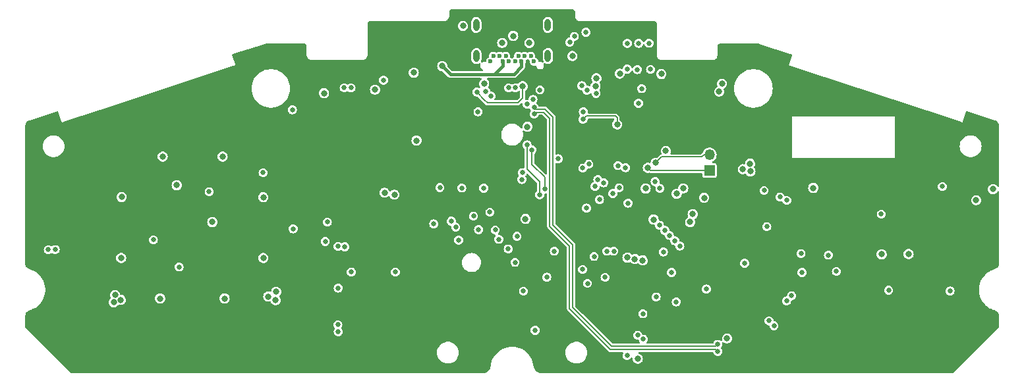
<source format=gbr>
G04 #@! TF.GenerationSoftware,KiCad,Pcbnew,7.0.6*
G04 #@! TF.CreationDate,2023-09-06T23:53:07-07:00*
G04 #@! TF.ProjectId,sgpp_main_pcb,73677070-5f6d-4616-996e-5f7063622e6b,1*
G04 #@! TF.SameCoordinates,Original*
G04 #@! TF.FileFunction,Copper,L3,Inr*
G04 #@! TF.FilePolarity,Positive*
%FSLAX46Y46*%
G04 Gerber Fmt 4.6, Leading zero omitted, Abs format (unit mm)*
G04 Created by KiCad (PCBNEW 7.0.6) date 2023-09-06 23:53:07*
%MOMM*%
%LPD*%
G01*
G04 APERTURE LIST*
G04 #@! TA.AperFunction,ComponentPad*
%ADD10R,1.350000X1.350000*%
G04 #@! TD*
G04 #@! TA.AperFunction,ComponentPad*
%ADD11O,1.350000X1.350000*%
G04 #@! TD*
G04 #@! TA.AperFunction,ComponentPad*
%ADD12C,0.600000*%
G04 #@! TD*
G04 #@! TA.AperFunction,ComponentPad*
%ADD13O,0.800000X1.550000*%
G04 #@! TD*
G04 #@! TA.AperFunction,ViaPad*
%ADD14C,0.650000*%
G04 #@! TD*
G04 #@! TA.AperFunction,ViaPad*
%ADD15C,0.800000*%
G04 #@! TD*
G04 #@! TA.AperFunction,Conductor*
%ADD16C,0.150000*%
G04 #@! TD*
G04 #@! TA.AperFunction,Conductor*
%ADD17C,0.400000*%
G04 #@! TD*
G04 #@! TA.AperFunction,Conductor*
%ADD18C,0.200000*%
G04 #@! TD*
G04 APERTURE END LIST*
D10*
X175361600Y-97300800D03*
D11*
X175361600Y-95300800D03*
D12*
X152800000Y-83302425D03*
X152400000Y-82592425D03*
X151600000Y-82592425D03*
X151200000Y-83302425D03*
X150800000Y-82592425D03*
X150400000Y-83302425D03*
X149600000Y-83302425D03*
X149200000Y-82592425D03*
X148800000Y-83302425D03*
X148400000Y-82592425D03*
X147600000Y-82592425D03*
X147200000Y-83302425D03*
D13*
X145400000Y-78592425D03*
X145400000Y-82592425D03*
X154600000Y-78592425D03*
X154600000Y-82592425D03*
D14*
X167640000Y-121589800D03*
D15*
X201726800Y-100076000D03*
X135178800Y-114579400D03*
X192811400Y-120777000D03*
X114427000Y-107772200D03*
X204190600Y-111607600D03*
X108254800Y-101803200D03*
D14*
X154101800Y-91821000D03*
D15*
X163322000Y-98120200D03*
D14*
X157454600Y-96875600D03*
X168275000Y-90271600D03*
D15*
X106070400Y-105308400D03*
X112268000Y-110058200D03*
X160299400Y-83947000D03*
X156057600Y-87553800D03*
X150393400Y-114655600D03*
D14*
X128955800Y-84404200D03*
D15*
X174726600Y-85064600D03*
X196570600Y-100609400D03*
X178612800Y-112903000D03*
X141655800Y-87350600D03*
D14*
X167487600Y-117703600D03*
D15*
X165887400Y-114782600D03*
X133045200Y-87833200D03*
X148209000Y-90779600D03*
D14*
X161227711Y-101071019D03*
D15*
X167157400Y-99644200D03*
X111480600Y-103962200D03*
X172872400Y-103962200D03*
X173202600Y-102946200D03*
X137718800Y-93472000D03*
D14*
X155930600Y-95808800D03*
D15*
X197485000Y-108102400D03*
X200939400Y-108077000D03*
X118668800Y-113538000D03*
X164820600Y-108534200D03*
X166141400Y-121539000D03*
X119684800Y-112928400D03*
X134874000Y-100431600D03*
X106908600Y-99212400D03*
X179654200Y-97155000D03*
D14*
X151942800Y-88798400D03*
D15*
X180619400Y-97434400D03*
X98806000Y-114274600D03*
X165760400Y-108712000D03*
X177622200Y-118922800D03*
X137363200Y-84734400D03*
X163830000Y-84861400D03*
X99720400Y-113969800D03*
X180568600Y-96443800D03*
X143687800Y-78714600D03*
X188696600Y-99568000D03*
X166776400Y-108889800D03*
X119608600Y-113995200D03*
X151968200Y-91694000D03*
X169748200Y-94818200D03*
X132384800Y-86918800D03*
X176961800Y-86156800D03*
X98983800Y-113334800D03*
X176606200Y-87172800D03*
X133604000Y-100177600D03*
X174675800Y-100838000D03*
X146407017Y-86158787D03*
X169174148Y-84908541D03*
X157747523Y-82599848D03*
X160712701Y-86458641D03*
X163499800Y-91389200D03*
D14*
X159105600Y-90728800D03*
X159486170Y-79531767D03*
D15*
X150139400Y-80010000D03*
D14*
X167589699Y-80939440D03*
X153584574Y-86950470D03*
X157399945Y-80813804D03*
D15*
X152213521Y-80918698D03*
D14*
X166266718Y-80957708D03*
X146608117Y-87120001D03*
X147273019Y-87745901D03*
X149555200Y-86690200D03*
D15*
X151714200Y-103555800D03*
X168173400Y-103632000D03*
D14*
X161950400Y-111074200D03*
X163753800Y-99542600D03*
X154457400Y-111048800D03*
X166243000Y-88671400D03*
X90398600Y-107518200D03*
X127660400Y-118059200D03*
X150368000Y-109143800D03*
X152958800Y-117881400D03*
X162179000Y-107696000D03*
X146354800Y-99593400D03*
D15*
X171145200Y-100304600D03*
X113055400Y-113792000D03*
D14*
X162941000Y-100279200D03*
D15*
X99822000Y-100736400D03*
D14*
X160528000Y-108381800D03*
X118008400Y-97612200D03*
D15*
X118033800Y-108585000D03*
D14*
X166649400Y-86791800D03*
D15*
X105105200Y-95529400D03*
X118033800Y-100761800D03*
X112801400Y-95529400D03*
X99771200Y-108585000D03*
X104775000Y-113792000D03*
D14*
X143535400Y-99568000D03*
D15*
X171983400Y-99618800D03*
X160832800Y-85445600D03*
D14*
X159562800Y-102158800D03*
X159855234Y-96505200D03*
X140716000Y-99517200D03*
X159054800Y-110058200D03*
X206273400Y-112826800D03*
X160782000Y-87401400D03*
X191668400Y-110312200D03*
X159087711Y-97013212D03*
X179868665Y-109258061D03*
X150418800Y-86690200D03*
X164803195Y-80960659D03*
X152674015Y-88187409D03*
D15*
X148729700Y-80911700D03*
D14*
X157994344Y-80079546D03*
X111074200Y-100050600D03*
X107213400Y-109728000D03*
X164790012Y-84277200D03*
X163609354Y-96689403D03*
X166084872Y-84334262D03*
X164585197Y-96966859D03*
X167780165Y-84317750D03*
X161793850Y-98899551D03*
X155422600Y-107696000D03*
X149504400Y-107416600D03*
D15*
X168452800Y-96342200D03*
X167436800Y-96977200D03*
D14*
X159156400Y-89763600D03*
X121767600Y-89509600D03*
D15*
X125831600Y-87376000D03*
D14*
X133477202Y-85699398D03*
X169443400Y-107797600D03*
X164769800Y-121132600D03*
X166801800Y-115747800D03*
X170891200Y-106349800D03*
X150622000Y-105791000D03*
X147828000Y-104978200D03*
X171551600Y-107035600D03*
X127635000Y-107086400D03*
X148285200Y-106172000D03*
X145034000Y-103174800D03*
X169621200Y-105029000D03*
X125984000Y-106451400D03*
X145694400Y-104927400D03*
X205282800Y-99390200D03*
X168935400Y-104368600D03*
X147142200Y-102692200D03*
X142748000Y-104597200D03*
X121869200Y-104825800D03*
X91287600Y-107492800D03*
X128498600Y-107137200D03*
X127660400Y-112445800D03*
X143129000Y-106273600D03*
X127609600Y-117170200D03*
X170205400Y-105664000D03*
X170484800Y-110439200D03*
X142189200Y-103835200D03*
X187248800Y-110439200D03*
X139928600Y-104190800D03*
X126263400Y-103962200D03*
X135001000Y-110388400D03*
X163068000Y-107696000D03*
X164896800Y-101523800D03*
X168386319Y-98753869D03*
X129336800Y-110388400D03*
D15*
X141020800Y-83896200D03*
D14*
X103911400Y-106248200D03*
X168986200Y-99618800D03*
X174955200Y-112572800D03*
X151460200Y-112852200D03*
X197434200Y-102946200D03*
X159682512Y-111837386D03*
X198374000Y-112725200D03*
X145616000Y-89765800D03*
X160655000Y-99364800D03*
X161010600Y-98501200D03*
X145468000Y-87225800D03*
D15*
X151358600Y-86487000D03*
D14*
X182727600Y-104546400D03*
X182372000Y-99898200D03*
X128422400Y-86690200D03*
X153543000Y-100431600D03*
X151917400Y-94030800D03*
X158953200Y-86410800D03*
X151257000Y-98475800D03*
X129311400Y-86690200D03*
X159613600Y-86995000D03*
X151307800Y-97586800D03*
X154178000Y-99720400D03*
X152552400Y-94665800D03*
X171094400Y-114223800D03*
X185267600Y-114096800D03*
X187121800Y-108000800D03*
X185902600Y-113436400D03*
X190652400Y-108204000D03*
X168503600Y-113588800D03*
X176428400Y-120592000D03*
X152831800Y-90068400D03*
X152831800Y-89204800D03*
X176428400Y-119692000D03*
X185293000Y-101168200D03*
X183642000Y-117297200D03*
X166852600Y-119024400D03*
X166141400Y-118516400D03*
X183007000Y-116662200D03*
X184429400Y-100736400D03*
D15*
X209626200Y-101142800D03*
X211785200Y-99720400D03*
D16*
X159105600Y-90728800D02*
X159512000Y-90322400D01*
X163499800Y-90551000D02*
X163499800Y-91389200D01*
X163271200Y-90322400D02*
X163499800Y-90551000D01*
X159512000Y-90322400D02*
X163271200Y-90322400D01*
X174675800Y-95300800D02*
X175361600Y-95300800D01*
X168452800Y-96342200D02*
X169214800Y-95580200D01*
X174396400Y-95580200D02*
X174675800Y-95300800D01*
X169214800Y-95580200D02*
X174396400Y-95580200D01*
X167760400Y-97300800D02*
X175361600Y-97300800D01*
X167436800Y-96977200D02*
X167760400Y-97300800D01*
D17*
X148800000Y-83864000D02*
X148800000Y-83302425D01*
X150215600Y-84963000D02*
X147701000Y-84963000D01*
X142087600Y-84963000D02*
X147701000Y-84963000D01*
X141020800Y-83896200D02*
X142087600Y-84963000D01*
X151200000Y-83302425D02*
X151200000Y-83978600D01*
X147701000Y-84963000D02*
X148800000Y-83864000D01*
X151200000Y-83978600D02*
X150215600Y-84963000D01*
D16*
X145468000Y-87225800D02*
X145468000Y-87276600D01*
X145468000Y-87276600D02*
X146456400Y-88265000D01*
X146456400Y-88265000D02*
X146812000Y-88620600D01*
X150723600Y-88620600D02*
X151028400Y-88315800D01*
X146812000Y-88620600D02*
X148564600Y-88620600D01*
X151358600Y-87985600D02*
X151358600Y-86487000D01*
X148564600Y-88620600D02*
X150723600Y-88620600D01*
X151028400Y-88315800D02*
X151358600Y-87985600D01*
D18*
X153543000Y-98755200D02*
X153543000Y-100431600D01*
X151917400Y-97129600D02*
X153543000Y-98755200D01*
X151917400Y-94030800D02*
X151917400Y-97129600D01*
X152552400Y-96545400D02*
X152552400Y-94665800D01*
X154178000Y-99720400D02*
X154178000Y-98171000D01*
X154178000Y-98171000D02*
X152552400Y-96545400D01*
D16*
X153063600Y-89836600D02*
X154069756Y-89836600D01*
X176178400Y-120342000D02*
X176428400Y-120592000D01*
X157381600Y-115119444D02*
X162604156Y-120342000D01*
X157381600Y-107042244D02*
X157381600Y-115119444D01*
X154841600Y-104502244D02*
X157381600Y-107042244D01*
X152831800Y-90068400D02*
X153063600Y-89836600D01*
X154069756Y-89836600D02*
X154841600Y-90608444D01*
X162604156Y-120342000D02*
X176178400Y-120342000D01*
X154841600Y-90608444D02*
X154841600Y-104502244D01*
X155241600Y-104336556D02*
X157781600Y-106876556D01*
X154235444Y-89436600D02*
X155241600Y-90442756D01*
X176178400Y-119942000D02*
X176428400Y-119692000D01*
X157781600Y-114953756D02*
X162769844Y-119942000D01*
X162769844Y-119942000D02*
X176178400Y-119942000D01*
X155241600Y-90442756D02*
X155241600Y-104336556D01*
X153063600Y-89436600D02*
X154235444Y-89436600D01*
X152831800Y-89204800D02*
X153063600Y-89436600D01*
X157781600Y-106876556D02*
X157781600Y-114953756D01*
G04 #@! TA.AperFunction,Conductor*
G36*
X157691602Y-76586118D02*
G01*
X157706019Y-76586117D01*
X157706021Y-76586118D01*
X157736307Y-76586116D01*
X157744391Y-76586645D01*
X157814645Y-76595889D01*
X157845911Y-76604264D01*
X157900048Y-76626684D01*
X157928080Y-76642867D01*
X157973211Y-76677495D01*
X157974565Y-76678534D01*
X157997454Y-76701423D01*
X158033120Y-76747902D01*
X158049307Y-76775936D01*
X158071728Y-76830064D01*
X158080107Y-76861336D01*
X158089327Y-76931390D01*
X158089858Y-76939490D01*
X158089858Y-76984392D01*
X158089859Y-76984401D01*
X158089859Y-77407970D01*
X158089858Y-77407984D01*
X158089859Y-77452322D01*
X158089859Y-77475963D01*
X158089884Y-77476355D01*
X158089885Y-77525608D01*
X158098431Y-77563049D01*
X158122505Y-77668516D01*
X158170698Y-77768589D01*
X158186105Y-77800582D01*
X158266626Y-77901555D01*
X158277494Y-77915183D01*
X158392092Y-78006578D01*
X158392095Y-78006579D01*
X158392095Y-78006580D01*
X158491307Y-78054364D01*
X158524153Y-78070184D01*
X158667056Y-78102810D01*
X158711898Y-78102813D01*
X158711934Y-78102816D01*
X158740347Y-78102816D01*
X158774697Y-78102818D01*
X158774698Y-78102817D01*
X158789115Y-78102818D01*
X158789142Y-78102816D01*
X168191576Y-78102816D01*
X168191602Y-78102818D01*
X168206019Y-78102817D01*
X168206021Y-78102818D01*
X168236307Y-78102816D01*
X168244391Y-78103345D01*
X168314645Y-78112589D01*
X168345911Y-78120964D01*
X168400048Y-78143384D01*
X168428080Y-78159567D01*
X168473211Y-78194195D01*
X168474565Y-78195234D01*
X168497454Y-78218123D01*
X168533120Y-78264602D01*
X168549307Y-78292636D01*
X168571728Y-78346764D01*
X168580107Y-78378036D01*
X168589327Y-78448090D01*
X168589858Y-78456190D01*
X168589858Y-78501092D01*
X168589859Y-78501101D01*
X168589859Y-82407970D01*
X168589858Y-82407978D01*
X168589859Y-82452322D01*
X168589859Y-82475963D01*
X168589884Y-82476355D01*
X168589885Y-82525608D01*
X168605137Y-82592425D01*
X168622505Y-82668516D01*
X168686104Y-82800580D01*
X168686105Y-82800582D01*
X168777490Y-82915178D01*
X168777494Y-82915183D01*
X168892092Y-83006578D01*
X168892095Y-83006579D01*
X168892095Y-83006580D01*
X168981420Y-83049602D01*
X169024153Y-83070184D01*
X169167056Y-83102810D01*
X169211898Y-83102813D01*
X169211934Y-83102816D01*
X169240347Y-83102816D01*
X169274697Y-83102818D01*
X169274698Y-83102817D01*
X169289115Y-83102818D01*
X169289142Y-83102816D01*
X175763825Y-83102816D01*
X175764651Y-83102760D01*
X175813588Y-83102764D01*
X175813634Y-83102765D01*
X175813634Y-83102764D01*
X175813638Y-83102765D01*
X175956548Y-83070158D01*
X176088619Y-83006567D01*
X176203228Y-82915181D01*
X176294627Y-82800583D01*
X176358233Y-82668519D01*
X176390857Y-82525612D01*
X176390857Y-82486568D01*
X176390859Y-82486562D01*
X176390859Y-82443029D01*
X176390860Y-82417970D01*
X176390859Y-82417967D01*
X176390859Y-81341456D01*
X176391390Y-81333353D01*
X176393749Y-81315436D01*
X176400641Y-81263100D01*
X176409018Y-81231844D01*
X176431446Y-81177699D01*
X176447621Y-81149684D01*
X176483297Y-81103189D01*
X176506182Y-81080304D01*
X176509680Y-81077620D01*
X176552671Y-81044630D01*
X176580696Y-81028448D01*
X176634832Y-81006021D01*
X176666093Y-80997643D01*
X176690356Y-80994447D01*
X176736215Y-80988407D01*
X176744320Y-80987875D01*
X181510190Y-80987875D01*
X181513436Y-80987960D01*
X181597378Y-80992360D01*
X181603811Y-80993036D01*
X181685228Y-81005933D01*
X181691572Y-81007282D01*
X181707682Y-81011598D01*
X181772973Y-81029094D01*
X181776014Y-81029994D01*
X185732629Y-82315580D01*
X185885457Y-82365237D01*
X185943133Y-82404675D01*
X185970331Y-82469033D01*
X185964881Y-82522062D01*
X185608269Y-83601616D01*
X185594196Y-83630757D01*
X185591895Y-83634261D01*
X185591895Y-83634262D01*
X185590721Y-83654744D01*
X185587280Y-83714782D01*
X185587280Y-83714784D01*
X185623542Y-83786821D01*
X185623544Y-83786824D01*
X185690970Y-83831080D01*
X185695144Y-83831319D01*
X185726949Y-83837373D01*
X207687538Y-91091644D01*
X207716683Y-91105720D01*
X207720188Y-91108021D01*
X207722682Y-91108163D01*
X207740666Y-91109194D01*
X207740667Y-91109195D01*
X207800708Y-91112636D01*
X207872749Y-91076372D01*
X207905749Y-91026095D01*
X207905748Y-91026095D01*
X207917005Y-91008946D01*
X207917005Y-91008943D01*
X207917154Y-91008717D01*
X207917046Y-91008230D01*
X207917244Y-91004771D01*
X207923299Y-90972963D01*
X208316315Y-89783205D01*
X208356034Y-89725725D01*
X208420524Y-89698842D01*
X208472374Y-89704169D01*
X212000497Y-90850529D01*
X212005680Y-90852475D01*
X212132917Y-90906864D01*
X212152488Y-90917397D01*
X212260962Y-90989004D01*
X212278337Y-91002861D01*
X212334235Y-91056308D01*
X212372279Y-91092684D01*
X212386905Y-91109425D01*
X212463303Y-91214583D01*
X212474704Y-91233667D01*
X212531093Y-91350767D01*
X212538904Y-91371580D01*
X212573480Y-91496872D01*
X212577449Y-91518745D01*
X212589890Y-91657015D01*
X212590140Y-91662574D01*
X212590140Y-99343510D01*
X212570455Y-99410549D01*
X212517651Y-99456304D01*
X212448493Y-99466248D01*
X212384937Y-99437223D01*
X212364090Y-99413950D01*
X212349190Y-99392364D01*
X212275683Y-99285870D01*
X212157440Y-99181117D01*
X212157438Y-99181116D01*
X212157437Y-99181115D01*
X212017565Y-99107703D01*
X211864186Y-99069900D01*
X211864185Y-99069900D01*
X211706215Y-99069900D01*
X211706214Y-99069900D01*
X211552834Y-99107703D01*
X211412962Y-99181115D01*
X211361205Y-99226967D01*
X211303864Y-99277767D01*
X211294716Y-99285871D01*
X211204981Y-99415875D01*
X211204980Y-99415876D01*
X211148962Y-99563581D01*
X211129922Y-99720399D01*
X211129922Y-99720400D01*
X211148962Y-99877218D01*
X211195556Y-100000075D01*
X211204980Y-100024923D01*
X211294717Y-100154930D01*
X211412960Y-100259683D01*
X211412962Y-100259684D01*
X211552834Y-100333096D01*
X211706214Y-100370900D01*
X211706215Y-100370900D01*
X211864185Y-100370900D01*
X212017565Y-100333096D01*
X212053615Y-100314175D01*
X212157440Y-100259683D01*
X212275683Y-100154930D01*
X212364091Y-100026847D01*
X212418372Y-99982859D01*
X212487821Y-99975199D01*
X212550386Y-100006302D01*
X212586203Y-100066293D01*
X212590140Y-100097289D01*
X212590140Y-109199224D01*
X212589877Y-109204928D01*
X212576825Y-109346276D01*
X212572648Y-109368696D01*
X212536278Y-109496982D01*
X212528065Y-109518260D01*
X212468809Y-109637724D01*
X212456840Y-109657136D01*
X212376713Y-109763721D01*
X212361389Y-109780614D01*
X212263090Y-109870726D01*
X212244934Y-109884525D01*
X212131802Y-109955107D01*
X212111422Y-109965350D01*
X211979946Y-110016889D01*
X211974563Y-110018719D01*
X211821599Y-110063020D01*
X211821582Y-110063026D01*
X211524159Y-110188312D01*
X211524146Y-110188319D01*
X211243401Y-110347536D01*
X210983206Y-110538487D01*
X210983204Y-110538489D01*
X210747115Y-110758568D01*
X210747104Y-110758579D01*
X210538393Y-111004734D01*
X210538386Y-111004742D01*
X210359876Y-111273640D01*
X210214044Y-111561553D01*
X210214042Y-111561557D01*
X210102876Y-111864562D01*
X210102870Y-111864583D01*
X210027907Y-112178481D01*
X210027906Y-112178484D01*
X209990163Y-112499024D01*
X209990163Y-112821784D01*
X210027907Y-113142314D01*
X210027910Y-113142334D01*
X210102875Y-113456235D01*
X210102876Y-113456236D01*
X210102878Y-113456244D01*
X210214041Y-113759236D01*
X210214045Y-113759247D01*
X210214045Y-113759249D01*
X210359880Y-114047166D01*
X210359884Y-114047172D01*
X210538393Y-114316066D01*
X210587544Y-114374034D01*
X210747127Y-114562245D01*
X210747129Y-114562246D01*
X210983203Y-114782309D01*
X210983222Y-114782324D01*
X211243402Y-114973264D01*
X211243408Y-114973267D01*
X211243411Y-114973270D01*
X211401559Y-115062958D01*
X211524150Y-115132482D01*
X211524159Y-115132487D01*
X211821585Y-115257774D01*
X211821587Y-115257774D01*
X211821600Y-115257780D01*
X211930498Y-115289317D01*
X211930649Y-115289380D01*
X211943599Y-115293125D01*
X211943600Y-115293126D01*
X211952532Y-115295709D01*
X211973845Y-115301873D01*
X211979250Y-115303709D01*
X212111387Y-115355508D01*
X212131751Y-115365742D01*
X212244870Y-115436311D01*
X212263022Y-115450105D01*
X212312163Y-115495149D01*
X212361302Y-115540192D01*
X212376624Y-115557081D01*
X212456745Y-115663640D01*
X212468712Y-115683044D01*
X212500840Y-115747800D01*
X212527965Y-115802473D01*
X212536178Y-115823746D01*
X212572559Y-115952007D01*
X212576738Y-115974423D01*
X212589877Y-116116480D01*
X212590141Y-116122193D01*
X212590141Y-117366172D01*
X212570456Y-117433211D01*
X212553822Y-117453853D01*
X206630111Y-123377565D01*
X206568788Y-123411050D01*
X206542430Y-123413884D01*
X153649777Y-123413884D01*
X153646235Y-123413782D01*
X153636775Y-123413239D01*
X153611570Y-123411792D01*
X153604508Y-123410979D01*
X153572067Y-123405344D01*
X153565139Y-123403727D01*
X153534205Y-123394607D01*
X153526306Y-123391681D01*
X153363700Y-123318560D01*
X153346639Y-123309213D01*
X153202144Y-123214593D01*
X153186751Y-123202687D01*
X153132625Y-123153571D01*
X153058855Y-123086627D01*
X153045510Y-123072454D01*
X152937354Y-122937807D01*
X152926391Y-122921719D01*
X152840639Y-122771797D01*
X152832330Y-122754192D01*
X152830971Y-122750607D01*
X152771097Y-122592691D01*
X152765653Y-122574026D01*
X152729020Y-122398054D01*
X152728178Y-122392932D01*
X152722874Y-122349317D01*
X152722175Y-122346207D01*
X152721386Y-122340035D01*
X152708353Y-122238069D01*
X152643099Y-121973530D01*
X152632394Y-121930130D01*
X152632389Y-121930116D01*
X152624056Y-121907777D01*
X152521540Y-121632950D01*
X152521537Y-121632945D01*
X152521536Y-121632941D01*
X152443784Y-121480716D01*
X152377267Y-121350487D01*
X152363168Y-121329312D01*
X152201490Y-121086486D01*
X152094071Y-120959627D01*
X151996522Y-120844424D01*
X151903881Y-120757600D01*
X156844700Y-120757600D01*
X156863864Y-120988891D01*
X156863866Y-120988902D01*
X156920842Y-121213894D01*
X157014075Y-121426442D01*
X157141016Y-121620741D01*
X157141019Y-121620745D01*
X157141021Y-121620747D01*
X157298216Y-121791507D01*
X157298219Y-121791509D01*
X157298222Y-121791512D01*
X157481365Y-121934058D01*
X157481371Y-121934062D01*
X157481374Y-121934064D01*
X157685497Y-122044530D01*
X157783816Y-122078283D01*
X157905015Y-122119891D01*
X157905017Y-122119891D01*
X157905019Y-122119892D01*
X158133951Y-122158094D01*
X158133952Y-122158094D01*
X158366048Y-122158094D01*
X158366049Y-122158094D01*
X158594981Y-122119892D01*
X158814503Y-122044530D01*
X159018626Y-121934064D01*
X159023681Y-121930130D01*
X159134952Y-121843524D01*
X159201784Y-121791507D01*
X159358979Y-121620747D01*
X159485924Y-121426443D01*
X159579157Y-121213894D01*
X159636134Y-120988899D01*
X159636135Y-120988891D01*
X159655300Y-120757600D01*
X159655300Y-120757587D01*
X159636135Y-120526296D01*
X159636133Y-120526285D01*
X159579157Y-120301293D01*
X159485924Y-120088745D01*
X159358983Y-119894446D01*
X159358980Y-119894443D01*
X159358979Y-119894441D01*
X159201784Y-119723681D01*
X159201779Y-119723677D01*
X159201777Y-119723675D01*
X159018634Y-119581129D01*
X159018628Y-119581125D01*
X158814504Y-119470658D01*
X158814495Y-119470655D01*
X158594984Y-119395296D01*
X158423282Y-119366644D01*
X158366049Y-119357094D01*
X158133951Y-119357094D01*
X158088164Y-119364734D01*
X157905015Y-119395296D01*
X157685504Y-119470655D01*
X157685495Y-119470658D01*
X157481371Y-119581125D01*
X157481365Y-119581129D01*
X157298222Y-119723675D01*
X157298219Y-119723678D01*
X157141016Y-119894446D01*
X157014075Y-120088745D01*
X156920842Y-120301293D01*
X156863866Y-120526285D01*
X156863864Y-120526296D01*
X156844700Y-120757587D01*
X156844700Y-120757600D01*
X151903881Y-120757600D01*
X151765096Y-120627530D01*
X151510276Y-120438674D01*
X151235438Y-120280357D01*
X151235436Y-120280356D01*
X151235433Y-120280354D01*
X151006486Y-120181549D01*
X150944225Y-120154679D01*
X150640496Y-120063305D01*
X150640491Y-120063304D01*
X150328279Y-120007445D01*
X150011715Y-119987842D01*
X150011711Y-119987842D01*
X150011709Y-119987842D01*
X149800559Y-119999116D01*
X149694982Y-120004754D01*
X149382308Y-120057956D01*
X149382299Y-120057958D01*
X149077812Y-120146744D01*
X149077806Y-120146747D01*
X148785540Y-120269943D01*
X148785537Y-120269944D01*
X148509359Y-120425921D01*
X148509355Y-120425924D01*
X148252962Y-120612592D01*
X148252935Y-120612613D01*
X148019689Y-120827518D01*
X148019679Y-120827528D01*
X147812675Y-121067824D01*
X147812671Y-121067829D01*
X147634655Y-121330328D01*
X147606253Y-121384787D01*
X147487985Y-121611557D01*
X147399204Y-121843523D01*
X147374609Y-121907783D01*
X147296034Y-122215065D01*
X147280954Y-122325570D01*
X147278675Y-122335078D01*
X147274412Y-122373390D01*
X147273671Y-122378275D01*
X147239087Y-122557639D01*
X147233815Y-122576675D01*
X147173734Y-122741298D01*
X147165505Y-122759255D01*
X147080045Y-122912251D01*
X147069071Y-122928673D01*
X146960406Y-123066156D01*
X146946963Y-123080627D01*
X146817847Y-123199110D01*
X146802276Y-123211264D01*
X146655978Y-123307747D01*
X146638675Y-123317273D01*
X146473602Y-123391696D01*
X146465644Y-123394647D01*
X146434869Y-123403719D01*
X146427948Y-123405335D01*
X146395471Y-123410978D01*
X146388415Y-123411792D01*
X146353860Y-123413781D01*
X146350295Y-123413884D01*
X93457570Y-123413884D01*
X93390531Y-123394199D01*
X93369889Y-123377565D01*
X90749924Y-120757600D01*
X140344700Y-120757600D01*
X140363864Y-120988891D01*
X140363866Y-120988902D01*
X140420842Y-121213894D01*
X140514075Y-121426442D01*
X140641016Y-121620741D01*
X140641019Y-121620745D01*
X140641021Y-121620747D01*
X140798216Y-121791507D01*
X140798219Y-121791509D01*
X140798222Y-121791512D01*
X140981365Y-121934058D01*
X140981371Y-121934062D01*
X140981374Y-121934064D01*
X141185497Y-122044530D01*
X141283816Y-122078283D01*
X141405015Y-122119891D01*
X141405017Y-122119891D01*
X141405019Y-122119892D01*
X141633951Y-122158094D01*
X141633952Y-122158094D01*
X141866048Y-122158094D01*
X141866049Y-122158094D01*
X142094981Y-122119892D01*
X142314503Y-122044530D01*
X142518626Y-121934064D01*
X142523681Y-121930130D01*
X142634952Y-121843524D01*
X142701784Y-121791507D01*
X142858979Y-121620747D01*
X142985924Y-121426443D01*
X143079157Y-121213894D01*
X143136134Y-120988899D01*
X143136135Y-120988891D01*
X143155300Y-120757600D01*
X143155300Y-120757587D01*
X143136135Y-120526296D01*
X143136133Y-120526285D01*
X143079157Y-120301293D01*
X142985924Y-120088745D01*
X142858983Y-119894446D01*
X142858980Y-119894443D01*
X142858979Y-119894441D01*
X142701784Y-119723681D01*
X142701779Y-119723677D01*
X142701777Y-119723675D01*
X142518634Y-119581129D01*
X142518628Y-119581125D01*
X142314504Y-119470658D01*
X142314495Y-119470655D01*
X142094984Y-119395296D01*
X141923281Y-119366644D01*
X141866049Y-119357094D01*
X141633951Y-119357094D01*
X141588164Y-119364734D01*
X141405015Y-119395296D01*
X141185504Y-119470655D01*
X141185495Y-119470658D01*
X140981371Y-119581125D01*
X140981365Y-119581129D01*
X140798222Y-119723675D01*
X140798219Y-119723678D01*
X140641016Y-119894446D01*
X140514075Y-120088745D01*
X140420842Y-120301293D01*
X140363866Y-120526285D01*
X140363864Y-120526296D01*
X140344700Y-120757587D01*
X140344700Y-120757600D01*
X90749924Y-120757600D01*
X90418243Y-120425919D01*
X87446175Y-117453851D01*
X87412692Y-117392531D01*
X87409859Y-117366182D01*
X87409859Y-117170200D01*
X127029133Y-117170200D01*
X127048912Y-117320434D01*
X127048913Y-117320436D01*
X127106900Y-117460430D01*
X127106902Y-117460434D01*
X127192752Y-117572314D01*
X127217947Y-117637483D01*
X127203909Y-117705928D01*
X127192753Y-117723287D01*
X127157702Y-117768966D01*
X127157700Y-117768969D01*
X127099713Y-117908963D01*
X127099712Y-117908965D01*
X127079933Y-118059199D01*
X127079933Y-118059200D01*
X127099712Y-118209434D01*
X127099713Y-118209436D01*
X127133850Y-118291851D01*
X127157702Y-118349433D01*
X127249949Y-118469651D01*
X127370167Y-118561898D01*
X127510164Y-118619887D01*
X127585281Y-118629776D01*
X127660399Y-118639666D01*
X127660400Y-118639666D01*
X127660401Y-118639666D01*
X127710478Y-118633073D01*
X127810636Y-118619887D01*
X127950633Y-118561898D01*
X128070851Y-118469651D01*
X128163098Y-118349433D01*
X128221087Y-118209436D01*
X128240866Y-118059200D01*
X128221087Y-117908964D01*
X128209670Y-117881400D01*
X152378334Y-117881400D01*
X152398112Y-118031634D01*
X152398113Y-118031636D01*
X152428894Y-118105949D01*
X152456102Y-118171633D01*
X152548349Y-118291851D01*
X152668567Y-118384098D01*
X152808564Y-118442087D01*
X152883681Y-118451976D01*
X152958799Y-118461866D01*
X152958800Y-118461866D01*
X152958801Y-118461866D01*
X153008878Y-118455272D01*
X153109036Y-118442087D01*
X153249033Y-118384098D01*
X153369251Y-118291851D01*
X153461498Y-118171633D01*
X153519487Y-118031636D01*
X153539266Y-117881400D01*
X153538774Y-117877666D01*
X153519487Y-117731165D01*
X153519487Y-117731164D01*
X153461498Y-117591167D01*
X153369251Y-117470949D01*
X153249033Y-117378702D01*
X153249029Y-117378700D01*
X153109036Y-117320713D01*
X153109034Y-117320712D01*
X152958801Y-117300934D01*
X152958799Y-117300934D01*
X152808565Y-117320712D01*
X152808563Y-117320713D01*
X152668570Y-117378700D01*
X152668567Y-117378701D01*
X152668567Y-117378702D01*
X152548349Y-117470949D01*
X152458968Y-117587433D01*
X152456100Y-117591170D01*
X152398113Y-117731163D01*
X152398112Y-117731165D01*
X152378334Y-117881399D01*
X152378334Y-117881400D01*
X128209670Y-117881400D01*
X128163098Y-117768967D01*
X128163097Y-117768966D01*
X128163097Y-117768965D01*
X128077247Y-117657085D01*
X128052052Y-117591916D01*
X128066090Y-117523471D01*
X128077238Y-117506123D01*
X128112298Y-117460433D01*
X128170287Y-117320436D01*
X128190066Y-117170200D01*
X128170287Y-117019964D01*
X128112298Y-116879967D01*
X128020051Y-116759749D01*
X127899833Y-116667502D01*
X127899829Y-116667500D01*
X127759836Y-116609513D01*
X127759834Y-116609512D01*
X127609601Y-116589734D01*
X127609599Y-116589734D01*
X127459365Y-116609512D01*
X127459363Y-116609513D01*
X127319370Y-116667500D01*
X127319367Y-116667501D01*
X127319367Y-116667502D01*
X127199149Y-116759749D01*
X127172484Y-116794500D01*
X127106900Y-116879970D01*
X127048913Y-117019963D01*
X127048912Y-117019965D01*
X127029133Y-117170199D01*
X127029133Y-117170200D01*
X87409859Y-117170200D01*
X87409859Y-116167669D01*
X87409883Y-116167450D01*
X87409875Y-116153515D01*
X87409877Y-116153513D01*
X87409860Y-116121987D01*
X87410119Y-116116327D01*
X87423108Y-115974912D01*
X87427273Y-115952496D01*
X87463612Y-115824128D01*
X87471815Y-115802852D01*
X87531061Y-115683314D01*
X87543025Y-115663902D01*
X87623164Y-115557252D01*
X87638474Y-115540367D01*
X87736815Y-115450192D01*
X87754964Y-115436397D01*
X87868142Y-115365781D01*
X87888520Y-115355539D01*
X88011330Y-115307401D01*
X88036190Y-115300539D01*
X88065165Y-115295709D01*
X88086842Y-115284266D01*
X88173648Y-115259128D01*
X88178379Y-115257758D01*
X88178381Y-115257756D01*
X88178392Y-115257754D01*
X88475830Y-115132463D01*
X88756575Y-114973247D01*
X89016775Y-114782293D01*
X89252858Y-114562220D01*
X89461586Y-114316049D01*
X89489102Y-114274600D01*
X98150722Y-114274600D01*
X98169762Y-114431418D01*
X98219377Y-114562240D01*
X98225780Y-114579123D01*
X98315517Y-114709130D01*
X98433760Y-114813883D01*
X98433762Y-114813884D01*
X98573634Y-114887296D01*
X98727014Y-114925100D01*
X98727015Y-114925100D01*
X98884985Y-114925100D01*
X99038365Y-114887296D01*
X99099428Y-114855247D01*
X99178240Y-114813883D01*
X99296483Y-114709130D01*
X99350412Y-114630999D01*
X99404694Y-114587009D01*
X99474143Y-114579349D01*
X99482137Y-114581042D01*
X99488033Y-114582495D01*
X99488035Y-114582496D01*
X99641415Y-114620300D01*
X99799385Y-114620300D01*
X99952765Y-114582496D01*
X99959192Y-114579123D01*
X100092640Y-114509083D01*
X100210883Y-114404330D01*
X100300620Y-114274323D01*
X100356637Y-114126618D01*
X100375678Y-113969800D01*
X100364657Y-113879029D01*
X100356637Y-113812981D01*
X100348680Y-113792000D01*
X104119722Y-113792000D01*
X104138762Y-113948818D01*
X104192874Y-114091498D01*
X104194780Y-114096523D01*
X104284517Y-114226530D01*
X104402760Y-114331283D01*
X104402762Y-114331284D01*
X104542634Y-114404696D01*
X104696014Y-114442500D01*
X104696015Y-114442500D01*
X104853985Y-114442500D01*
X105007365Y-114404696D01*
X105008066Y-114404328D01*
X105147240Y-114331283D01*
X105265483Y-114226530D01*
X105355220Y-114096523D01*
X105411237Y-113948818D01*
X105430278Y-113792000D01*
X112400122Y-113792000D01*
X112419162Y-113948818D01*
X112473274Y-114091498D01*
X112475180Y-114096523D01*
X112564917Y-114226530D01*
X112683160Y-114331283D01*
X112683162Y-114331284D01*
X112823034Y-114404696D01*
X112976414Y-114442500D01*
X112976415Y-114442500D01*
X113134385Y-114442500D01*
X113287765Y-114404696D01*
X113288466Y-114404328D01*
X113427640Y-114331283D01*
X113545883Y-114226530D01*
X113635620Y-114096523D01*
X113691637Y-113948818D01*
X113710678Y-113792000D01*
X113703796Y-113735317D01*
X113691637Y-113635181D01*
X113654780Y-113538000D01*
X118013521Y-113538000D01*
X118032562Y-113694818D01*
X118077516Y-113813349D01*
X118088580Y-113842523D01*
X118178317Y-113972530D01*
X118296560Y-114077283D01*
X118296562Y-114077284D01*
X118436434Y-114150696D01*
X118589814Y-114188500D01*
X118589815Y-114188500D01*
X118747785Y-114188500D01*
X118859156Y-114161050D01*
X118928957Y-114164119D01*
X118986019Y-114204439D01*
X119004771Y-114237474D01*
X119018852Y-114274600D01*
X119028380Y-114299723D01*
X119118117Y-114429730D01*
X119236360Y-114534483D01*
X119236362Y-114534484D01*
X119376234Y-114607896D01*
X119529614Y-114645700D01*
X119529615Y-114645700D01*
X119687585Y-114645700D01*
X119840965Y-114607896D01*
X119895356Y-114579349D01*
X119980840Y-114534483D01*
X120099083Y-114429730D01*
X120188820Y-114299723D01*
X120244837Y-114152018D01*
X120263878Y-113995200D01*
X120261126Y-113972530D01*
X120244837Y-113838381D01*
X120214821Y-113759236D01*
X120188820Y-113690677D01*
X120105704Y-113570263D01*
X120083822Y-113503910D01*
X120101287Y-113436258D01*
X120125526Y-113407010D01*
X120175283Y-113362930D01*
X120265020Y-113232923D01*
X120321037Y-113085218D01*
X120340078Y-112928400D01*
X120336663Y-112900270D01*
X120321037Y-112771581D01*
X120285002Y-112676565D01*
X120265020Y-112623877D01*
X120175283Y-112493870D01*
X120121023Y-112445800D01*
X127079933Y-112445800D01*
X127099712Y-112596034D01*
X127099713Y-112596036D01*
X127153214Y-112725200D01*
X127157702Y-112736033D01*
X127249949Y-112856251D01*
X127370167Y-112948498D01*
X127510164Y-113006487D01*
X127585281Y-113016376D01*
X127660399Y-113026266D01*
X127660400Y-113026266D01*
X127660401Y-113026266D01*
X127710478Y-113019673D01*
X127810636Y-113006487D01*
X127950633Y-112948498D01*
X128070851Y-112856251D01*
X128073959Y-112852200D01*
X150879734Y-112852200D01*
X150899512Y-113002434D01*
X150899513Y-113002436D01*
X150957454Y-113142319D01*
X150957502Y-113142433D01*
X151049749Y-113262651D01*
X151169967Y-113354898D01*
X151309964Y-113412887D01*
X151385082Y-113422776D01*
X151460199Y-113432666D01*
X151460200Y-113432666D01*
X151460201Y-113432666D01*
X151510278Y-113426073D01*
X151610436Y-113412887D01*
X151750433Y-113354898D01*
X151870651Y-113262651D01*
X151962898Y-113142433D01*
X152020887Y-113002436D01*
X152040666Y-112852200D01*
X152020887Y-112701964D01*
X151962898Y-112561967D01*
X151870651Y-112441749D01*
X151750433Y-112349502D01*
X151750429Y-112349500D01*
X151610436Y-112291513D01*
X151610434Y-112291512D01*
X151460201Y-112271734D01*
X151460199Y-112271734D01*
X151309965Y-112291512D01*
X151309963Y-112291513D01*
X151169970Y-112349500D01*
X151169967Y-112349501D01*
X151169967Y-112349502D01*
X151082851Y-112416349D01*
X151049749Y-112441749D01*
X150957500Y-112561970D01*
X150899513Y-112701963D01*
X150899512Y-112701965D01*
X150879734Y-112852199D01*
X150879734Y-112852200D01*
X128073959Y-112852200D01*
X128163098Y-112736033D01*
X128221087Y-112596036D01*
X128240866Y-112445800D01*
X128234582Y-112398072D01*
X128221087Y-112295565D01*
X128221087Y-112295564D01*
X128163098Y-112155567D01*
X128070851Y-112035349D01*
X127950633Y-111943102D01*
X127950629Y-111943100D01*
X127810636Y-111885113D01*
X127810634Y-111885112D01*
X127660401Y-111865334D01*
X127660399Y-111865334D01*
X127510165Y-111885112D01*
X127510163Y-111885113D01*
X127370170Y-111943100D01*
X127370167Y-111943101D01*
X127370167Y-111943102D01*
X127249949Y-112035349D01*
X127166015Y-112144734D01*
X127157700Y-112155570D01*
X127099713Y-112295563D01*
X127099712Y-112295565D01*
X127079933Y-112445799D01*
X127079933Y-112445800D01*
X120121023Y-112445800D01*
X120057040Y-112389117D01*
X120057038Y-112389116D01*
X120057037Y-112389115D01*
X119917165Y-112315703D01*
X119763786Y-112277900D01*
X119763785Y-112277900D01*
X119605815Y-112277900D01*
X119605814Y-112277900D01*
X119452434Y-112315703D01*
X119312562Y-112389115D01*
X119194316Y-112493871D01*
X119104581Y-112623875D01*
X119104580Y-112623876D01*
X119048563Y-112771580D01*
X119043028Y-112817165D01*
X119015406Y-112881343D01*
X118957472Y-112920399D01*
X118890258Y-112922615D01*
X118747786Y-112887500D01*
X118747785Y-112887500D01*
X118589815Y-112887500D01*
X118589814Y-112887500D01*
X118436434Y-112925303D01*
X118296562Y-112998715D01*
X118263378Y-113028113D01*
X118198920Y-113085218D01*
X118178316Y-113103471D01*
X118088581Y-113233475D01*
X118088580Y-113233476D01*
X118032562Y-113381181D01*
X118013521Y-113537999D01*
X118013521Y-113538000D01*
X113654780Y-113538000D01*
X113653745Y-113535270D01*
X113635620Y-113487477D01*
X113545883Y-113357470D01*
X113427640Y-113252717D01*
X113427638Y-113252716D01*
X113427637Y-113252715D01*
X113287765Y-113179303D01*
X113134386Y-113141500D01*
X113134385Y-113141500D01*
X112976415Y-113141500D01*
X112976414Y-113141500D01*
X112823034Y-113179303D01*
X112683162Y-113252715D01*
X112564916Y-113357471D01*
X112475181Y-113487475D01*
X112475180Y-113487476D01*
X112419162Y-113635181D01*
X112400122Y-113791999D01*
X112400122Y-113792000D01*
X105430278Y-113792000D01*
X105423396Y-113735317D01*
X105411237Y-113635181D01*
X105373345Y-113535270D01*
X105355220Y-113487477D01*
X105265483Y-113357470D01*
X105147240Y-113252717D01*
X105147238Y-113252716D01*
X105147237Y-113252715D01*
X105007365Y-113179303D01*
X104853986Y-113141500D01*
X104853985Y-113141500D01*
X104696015Y-113141500D01*
X104696014Y-113141500D01*
X104542634Y-113179303D01*
X104402762Y-113252715D01*
X104284516Y-113357471D01*
X104194781Y-113487475D01*
X104194780Y-113487476D01*
X104138762Y-113635181D01*
X104119722Y-113791999D01*
X104119722Y-113792000D01*
X100348680Y-113792000D01*
X100328592Y-113739034D01*
X100300620Y-113665277D01*
X100210883Y-113535270D01*
X100092640Y-113430517D01*
X100092638Y-113430516D01*
X100092637Y-113430515D01*
X99952765Y-113357103D01*
X99799386Y-113319300D01*
X99799385Y-113319300D01*
X99747050Y-113319300D01*
X99680011Y-113299615D01*
X99634256Y-113246811D01*
X99623954Y-113210245D01*
X99620037Y-113177981D01*
X99591778Y-113103470D01*
X99564020Y-113030277D01*
X99474283Y-112900270D01*
X99356040Y-112795517D01*
X99356038Y-112795516D01*
X99356037Y-112795515D01*
X99216165Y-112722103D01*
X99062786Y-112684300D01*
X99062785Y-112684300D01*
X98904815Y-112684300D01*
X98904814Y-112684300D01*
X98751434Y-112722103D01*
X98611562Y-112795515D01*
X98493316Y-112900271D01*
X98403581Y-113030275D01*
X98403580Y-113030276D01*
X98347562Y-113177981D01*
X98328522Y-113334799D01*
X98328522Y-113334800D01*
X98347562Y-113491618D01*
X98406240Y-113646336D01*
X98404398Y-113647034D01*
X98416127Y-113705593D01*
X98390632Y-113770645D01*
X98374833Y-113787520D01*
X98315518Y-113840068D01*
X98225781Y-113970075D01*
X98225780Y-113970076D01*
X98169762Y-114117781D01*
X98150722Y-114274599D01*
X98150722Y-114274600D01*
X89489102Y-114274600D01*
X89640093Y-114047158D01*
X89785930Y-113759236D01*
X89897096Y-113456235D01*
X89972066Y-113142314D01*
X90009810Y-112821778D01*
X90009810Y-112499029D01*
X89972067Y-112178494D01*
X89972064Y-112178481D01*
X89972064Y-112178478D01*
X89910383Y-111920202D01*
X89897098Y-111864571D01*
X89785933Y-111561570D01*
X89785931Y-111561566D01*
X89785930Y-111561562D01*
X89640100Y-111273653D01*
X89640097Y-111273648D01*
X89490829Y-111048800D01*
X153876934Y-111048800D01*
X153896712Y-111199034D01*
X153896713Y-111199036D01*
X153927620Y-111273653D01*
X153954702Y-111339033D01*
X154046949Y-111459251D01*
X154167167Y-111551498D01*
X154307164Y-111609487D01*
X154382282Y-111619376D01*
X154457399Y-111629266D01*
X154457400Y-111629266D01*
X154457401Y-111629266D01*
X154507478Y-111622673D01*
X154607636Y-111609487D01*
X154747633Y-111551498D01*
X154867851Y-111459251D01*
X154960098Y-111339033D01*
X155018087Y-111199036D01*
X155037866Y-111048800D01*
X155034030Y-111019666D01*
X155018087Y-110898565D01*
X155018087Y-110898564D01*
X154960098Y-110758567D01*
X154867851Y-110638349D01*
X154747633Y-110546102D01*
X154747629Y-110546100D01*
X154607636Y-110488113D01*
X154607634Y-110488112D01*
X154457401Y-110468334D01*
X154457399Y-110468334D01*
X154307165Y-110488112D01*
X154307163Y-110488113D01*
X154167170Y-110546100D01*
X154167167Y-110546101D01*
X154167167Y-110546102D01*
X154046949Y-110638349D01*
X153977058Y-110729433D01*
X153954700Y-110758570D01*
X153896713Y-110898563D01*
X153896712Y-110898565D01*
X153876934Y-111048799D01*
X153876934Y-111048800D01*
X89490829Y-111048800D01*
X89461590Y-111004757D01*
X89252863Y-110758585D01*
X89016781Y-110538512D01*
X89016777Y-110538509D01*
X89016767Y-110538500D01*
X88812236Y-110388400D01*
X128756333Y-110388400D01*
X128776112Y-110538634D01*
X128776113Y-110538636D01*
X128817415Y-110638349D01*
X128834102Y-110678633D01*
X128926349Y-110798851D01*
X129046567Y-110891098D01*
X129186564Y-110949087D01*
X129261681Y-110958976D01*
X129336799Y-110968866D01*
X129336800Y-110968866D01*
X129336801Y-110968866D01*
X129386878Y-110962273D01*
X129487036Y-110949087D01*
X129627033Y-110891098D01*
X129747251Y-110798851D01*
X129839498Y-110678633D01*
X129897487Y-110538636D01*
X129917266Y-110388400D01*
X134420534Y-110388400D01*
X134440312Y-110538634D01*
X134440313Y-110538636D01*
X134481615Y-110638349D01*
X134498302Y-110678633D01*
X134590549Y-110798851D01*
X134710767Y-110891098D01*
X134850764Y-110949087D01*
X134925881Y-110958976D01*
X135000999Y-110968866D01*
X135001000Y-110968866D01*
X135001001Y-110968866D01*
X135051078Y-110962272D01*
X135151236Y-110949087D01*
X135291233Y-110891098D01*
X135411451Y-110798851D01*
X135503698Y-110678633D01*
X135561687Y-110538636D01*
X135581466Y-110388400D01*
X135581361Y-110387606D01*
X135561687Y-110238165D01*
X135561687Y-110238164D01*
X135503698Y-110098167D01*
X135411451Y-109977949D01*
X135291233Y-109885702D01*
X135291229Y-109885700D01*
X135151236Y-109827713D01*
X135151234Y-109827712D01*
X135001001Y-109807934D01*
X135000999Y-109807934D01*
X134850765Y-109827712D01*
X134850763Y-109827713D01*
X134710770Y-109885700D01*
X134710767Y-109885701D01*
X134710767Y-109885702D01*
X134590549Y-109977949D01*
X134499641Y-110096423D01*
X134498300Y-110098170D01*
X134440313Y-110238163D01*
X134440312Y-110238165D01*
X134420534Y-110388399D01*
X134420534Y-110388400D01*
X129917266Y-110388400D01*
X129917161Y-110387606D01*
X129897487Y-110238165D01*
X129897487Y-110238164D01*
X129839498Y-110098167D01*
X129747251Y-109977949D01*
X129627033Y-109885702D01*
X129627029Y-109885700D01*
X129487036Y-109827713D01*
X129487034Y-109827712D01*
X129336801Y-109807934D01*
X129336799Y-109807934D01*
X129186565Y-109827712D01*
X129186563Y-109827713D01*
X129046570Y-109885700D01*
X129046567Y-109885701D01*
X129046567Y-109885702D01*
X128926349Y-109977949D01*
X128835441Y-110096423D01*
X128834100Y-110098170D01*
X128776113Y-110238163D01*
X128776112Y-110238165D01*
X128756333Y-110388399D01*
X128756333Y-110388400D01*
X88812236Y-110388400D01*
X88756589Y-110347562D01*
X88756585Y-110347559D01*
X88563689Y-110238164D01*
X88475837Y-110188341D01*
X88475833Y-110188339D01*
X88475827Y-110188336D01*
X88178407Y-110063051D01*
X88178394Y-110063046D01*
X88069734Y-110031576D01*
X88069621Y-110031529D01*
X88026164Y-110018957D01*
X88020758Y-110017120D01*
X87888605Y-109965304D01*
X87868231Y-109955064D01*
X87755098Y-109884478D01*
X87736943Y-109870679D01*
X87638654Y-109780574D01*
X87623332Y-109763684D01*
X87596505Y-109728000D01*
X106632933Y-109728000D01*
X106652712Y-109878234D01*
X106652713Y-109878236D01*
X106710671Y-110018160D01*
X106710702Y-110018233D01*
X106802949Y-110138451D01*
X106923167Y-110230698D01*
X107063164Y-110288687D01*
X107132088Y-110297761D01*
X107213399Y-110308466D01*
X107213400Y-110308466D01*
X107213401Y-110308466D01*
X107263478Y-110301873D01*
X107363636Y-110288687D01*
X107503633Y-110230698D01*
X107623851Y-110138451D01*
X107716098Y-110018233D01*
X107774087Y-109878236D01*
X107793866Y-109728000D01*
X107793374Y-109724266D01*
X107774087Y-109577765D01*
X107774087Y-109577764D01*
X107716098Y-109437767D01*
X107623851Y-109317549D01*
X107503633Y-109225302D01*
X107503629Y-109225300D01*
X107363636Y-109167313D01*
X107363634Y-109167312D01*
X107213401Y-109147534D01*
X107213399Y-109147534D01*
X107063165Y-109167312D01*
X107063163Y-109167313D01*
X106923170Y-109225300D01*
X106923167Y-109225301D01*
X106923167Y-109225302D01*
X106802949Y-109317549D01*
X106713568Y-109434033D01*
X106710700Y-109437770D01*
X106652713Y-109577763D01*
X106652712Y-109577765D01*
X106632933Y-109727999D01*
X106632933Y-109728000D01*
X87596505Y-109728000D01*
X87543199Y-109657095D01*
X87531230Y-109637684D01*
X87471975Y-109518231D01*
X87463763Y-109496959D01*
X87458504Y-109478413D01*
X87427381Y-109368667D01*
X87423205Y-109346254D01*
X87421178Y-109324328D01*
X87410121Y-109204699D01*
X87409859Y-109198992D01*
X87409859Y-108585000D01*
X99115922Y-108585000D01*
X99134962Y-108741818D01*
X99177345Y-108853570D01*
X99190980Y-108889523D01*
X99280717Y-109019530D01*
X99398960Y-109124283D01*
X99398962Y-109124284D01*
X99538834Y-109197696D01*
X99692214Y-109235500D01*
X99692215Y-109235500D01*
X99850185Y-109235500D01*
X100003565Y-109197696D01*
X100060629Y-109167746D01*
X100143440Y-109124283D01*
X100261683Y-109019530D01*
X100351420Y-108889523D01*
X100407437Y-108741818D01*
X100426478Y-108585000D01*
X117378521Y-108585000D01*
X117397562Y-108741818D01*
X117439945Y-108853570D01*
X117453580Y-108889523D01*
X117543317Y-109019530D01*
X117661560Y-109124283D01*
X117661562Y-109124284D01*
X117801434Y-109197696D01*
X117954814Y-109235500D01*
X117954815Y-109235500D01*
X118112785Y-109235500D01*
X118266165Y-109197696D01*
X118323229Y-109167746D01*
X118342892Y-109157426D01*
X143559819Y-109157426D01*
X143578507Y-109371038D01*
X143578509Y-109371049D01*
X143634005Y-109578164D01*
X143634007Y-109578168D01*
X143634008Y-109578172D01*
X143676134Y-109668511D01*
X143724631Y-109772515D01*
X143775009Y-109844462D01*
X143847627Y-109948170D01*
X143999255Y-110099798D01*
X144174909Y-110222793D01*
X144369253Y-110313417D01*
X144576381Y-110368917D01*
X144728965Y-110382266D01*
X144789998Y-110387606D01*
X144790000Y-110387606D01*
X144790002Y-110387606D01*
X144843404Y-110382933D01*
X145003619Y-110368917D01*
X145210747Y-110313417D01*
X145405091Y-110222793D01*
X145580745Y-110099798D01*
X145732373Y-109948170D01*
X145855368Y-109772516D01*
X145945992Y-109578172D01*
X146001492Y-109371044D01*
X146020181Y-109157425D01*
X146018989Y-109143800D01*
X149787534Y-109143800D01*
X149807312Y-109294034D01*
X149807313Y-109294036D01*
X149863251Y-109429083D01*
X149865302Y-109434033D01*
X149957549Y-109554251D01*
X150077767Y-109646498D01*
X150217764Y-109704487D01*
X150292881Y-109714376D01*
X150367999Y-109724266D01*
X150368000Y-109724266D01*
X150368001Y-109724266D01*
X150418078Y-109717673D01*
X150518236Y-109704487D01*
X150658233Y-109646498D01*
X150778451Y-109554251D01*
X150870698Y-109434033D01*
X150928687Y-109294036D01*
X150948466Y-109143800D01*
X150928687Y-108993564D01*
X150870698Y-108853567D01*
X150778451Y-108733349D01*
X150658233Y-108641102D01*
X150658229Y-108641100D01*
X150518236Y-108583113D01*
X150518234Y-108583112D01*
X150368001Y-108563334D01*
X150367999Y-108563334D01*
X150217765Y-108583112D01*
X150217763Y-108583113D01*
X150077770Y-108641100D01*
X150077767Y-108641101D01*
X150077767Y-108641102D01*
X149957549Y-108733349D01*
X149876692Y-108838724D01*
X149865300Y-108853570D01*
X149807313Y-108993563D01*
X149807312Y-108993565D01*
X149787534Y-109143799D01*
X149787534Y-109143800D01*
X146018989Y-109143800D01*
X146017281Y-109124283D01*
X146005845Y-108993563D01*
X146001492Y-108943806D01*
X145945992Y-108736678D01*
X145855368Y-108542335D01*
X145851583Y-108536930D01*
X145732376Y-108366684D01*
X145732371Y-108366678D01*
X145580745Y-108215052D01*
X145405090Y-108092056D01*
X145305710Y-108045715D01*
X145210747Y-108001433D01*
X145210743Y-108001432D01*
X145210739Y-108001430D01*
X145003624Y-107945934D01*
X145003620Y-107945933D01*
X145003619Y-107945933D01*
X145003618Y-107945932D01*
X145003613Y-107945932D01*
X144790002Y-107927244D01*
X144789998Y-107927244D01*
X144576386Y-107945932D01*
X144576375Y-107945934D01*
X144369260Y-108001430D01*
X144369251Y-108001434D01*
X144174910Y-108092056D01*
X144174908Y-108092057D01*
X143999259Y-108215048D01*
X143999253Y-108215053D01*
X143847628Y-108366678D01*
X143847623Y-108366684D01*
X143724632Y-108542333D01*
X143724631Y-108542335D01*
X143661559Y-108677595D01*
X143635732Y-108732982D01*
X143634009Y-108736676D01*
X143634005Y-108736685D01*
X143578509Y-108943800D01*
X143578507Y-108943811D01*
X143559819Y-109157423D01*
X143559819Y-109157426D01*
X118342892Y-109157426D01*
X118406040Y-109124283D01*
X118524283Y-109019530D01*
X118614020Y-108889523D01*
X118670037Y-108741818D01*
X118689078Y-108585000D01*
X118678057Y-108494229D01*
X118670037Y-108428181D01*
X118641455Y-108352817D01*
X118614020Y-108280477D01*
X118524283Y-108150470D01*
X118406040Y-108045717D01*
X118406038Y-108045716D01*
X118406037Y-108045715D01*
X118266165Y-107972303D01*
X118112786Y-107934500D01*
X118112785Y-107934500D01*
X117954815Y-107934500D01*
X117954814Y-107934500D01*
X117801434Y-107972303D01*
X117661562Y-108045715D01*
X117543316Y-108150471D01*
X117453581Y-108280475D01*
X117453580Y-108280476D01*
X117397562Y-108428181D01*
X117378521Y-108584999D01*
X117378521Y-108585000D01*
X100426478Y-108585000D01*
X100415457Y-108494229D01*
X100407437Y-108428181D01*
X100378855Y-108352817D01*
X100351420Y-108280477D01*
X100261683Y-108150470D01*
X100143440Y-108045717D01*
X100143438Y-108045716D01*
X100143437Y-108045715D01*
X100003565Y-107972303D01*
X99850186Y-107934500D01*
X99850185Y-107934500D01*
X99692215Y-107934500D01*
X99692214Y-107934500D01*
X99538834Y-107972303D01*
X99398962Y-108045715D01*
X99280716Y-108150471D01*
X99190981Y-108280475D01*
X99190980Y-108280476D01*
X99134962Y-108428181D01*
X99115922Y-108584999D01*
X99115922Y-108585000D01*
X87409859Y-108585000D01*
X87409859Y-107518200D01*
X89818134Y-107518200D01*
X89837912Y-107668434D01*
X89837913Y-107668436D01*
X89891529Y-107797877D01*
X89895902Y-107808433D01*
X89988149Y-107928651D01*
X90108367Y-108020898D01*
X90248364Y-108078887D01*
X90323482Y-108088776D01*
X90398599Y-108098666D01*
X90398600Y-108098666D01*
X90398601Y-108098666D01*
X90452522Y-108091567D01*
X90548836Y-108078887D01*
X90688833Y-108020898D01*
X90784163Y-107947747D01*
X90849332Y-107922553D01*
X90917777Y-107936591D01*
X90935136Y-107947747D01*
X90967139Y-107972303D01*
X90996607Y-107994915D01*
X90997366Y-107995497D01*
X90997369Y-107995499D01*
X91029082Y-108008635D01*
X91137364Y-108053487D01*
X91198229Y-108061500D01*
X91287599Y-108073266D01*
X91287600Y-108073266D01*
X91287601Y-108073266D01*
X91337678Y-108066673D01*
X91437836Y-108053487D01*
X91577833Y-107995498D01*
X91698051Y-107903251D01*
X91790298Y-107783033D01*
X91848287Y-107643036D01*
X91868066Y-107492800D01*
X91867658Y-107489704D01*
X91848287Y-107342565D01*
X91848287Y-107342564D01*
X91790298Y-107202567D01*
X91701159Y-107086400D01*
X127054533Y-107086400D01*
X127074312Y-107236634D01*
X127074313Y-107236636D01*
X127128711Y-107367965D01*
X127132302Y-107376633D01*
X127224549Y-107496851D01*
X127344767Y-107589098D01*
X127484764Y-107647087D01*
X127559882Y-107656976D01*
X127634999Y-107666866D01*
X127635000Y-107666866D01*
X127635001Y-107666866D01*
X127685078Y-107660273D01*
X127785236Y-107647087D01*
X127925233Y-107589098D01*
X127958212Y-107563791D01*
X128023378Y-107538597D01*
X128091823Y-107552634D01*
X128109180Y-107563789D01*
X128142165Y-107589099D01*
X128208365Y-107639897D01*
X128208369Y-107639899D01*
X128226389Y-107647363D01*
X128348364Y-107697887D01*
X128423481Y-107707776D01*
X128498599Y-107717666D01*
X128498600Y-107717666D01*
X128498601Y-107717666D01*
X128552522Y-107710567D01*
X128648836Y-107697887D01*
X128788833Y-107639898D01*
X128909051Y-107547651D01*
X129001298Y-107427433D01*
X129005785Y-107416600D01*
X148923934Y-107416600D01*
X148943712Y-107566834D01*
X148943713Y-107566836D01*
X148997214Y-107696000D01*
X149001702Y-107706833D01*
X149093949Y-107827051D01*
X149214167Y-107919298D01*
X149354164Y-107977287D01*
X149429282Y-107987176D01*
X149504399Y-107997066D01*
X149504400Y-107997066D01*
X149504401Y-107997066D01*
X149554478Y-107990472D01*
X149654636Y-107977287D01*
X149794633Y-107919298D01*
X149914851Y-107827051D01*
X150007098Y-107706833D01*
X150011585Y-107696000D01*
X154842134Y-107696000D01*
X154861912Y-107846234D01*
X154861913Y-107846236D01*
X154903996Y-107947834D01*
X154919902Y-107986233D01*
X155012149Y-108106451D01*
X155132367Y-108198698D01*
X155272364Y-108256687D01*
X155347482Y-108266576D01*
X155422599Y-108276466D01*
X155422600Y-108276466D01*
X155422601Y-108276466D01*
X155472678Y-108269873D01*
X155572836Y-108256687D01*
X155712833Y-108198698D01*
X155833051Y-108106451D01*
X155925298Y-107986233D01*
X155983287Y-107846236D01*
X156003066Y-107696000D01*
X155999230Y-107666866D01*
X155986061Y-107566834D01*
X155983287Y-107545764D01*
X155925298Y-107405767D01*
X155833051Y-107285549D01*
X155712833Y-107193302D01*
X155712829Y-107193300D01*
X155572836Y-107135313D01*
X155572834Y-107135312D01*
X155422601Y-107115534D01*
X155422599Y-107115534D01*
X155272365Y-107135312D01*
X155272363Y-107135313D01*
X155132370Y-107193300D01*
X155132367Y-107193301D01*
X155132367Y-107193302D01*
X155012149Y-107285549D01*
X154942258Y-107376633D01*
X154919900Y-107405770D01*
X154861913Y-107545763D01*
X154861912Y-107545765D01*
X154842134Y-107695999D01*
X154842134Y-107696000D01*
X150011585Y-107696000D01*
X150065087Y-107566836D01*
X150084866Y-107416600D01*
X150065087Y-107266364D01*
X150007098Y-107126367D01*
X149914851Y-107006149D01*
X149794633Y-106913902D01*
X149794629Y-106913900D01*
X149654636Y-106855913D01*
X149654634Y-106855912D01*
X149504401Y-106836134D01*
X149504399Y-106836134D01*
X149354165Y-106855912D01*
X149354163Y-106855913D01*
X149214170Y-106913900D01*
X149214167Y-106913901D01*
X149214167Y-106913902D01*
X149093949Y-107006149D01*
X149010015Y-107115534D01*
X149001700Y-107126370D01*
X148943713Y-107266363D01*
X148943712Y-107266365D01*
X148923934Y-107416599D01*
X148923934Y-107416600D01*
X129005785Y-107416600D01*
X129059287Y-107287436D01*
X129079066Y-107137200D01*
X129078817Y-107135312D01*
X129062752Y-107013287D01*
X129059287Y-106986964D01*
X129001298Y-106846967D01*
X128909051Y-106726749D01*
X128788833Y-106634502D01*
X128788829Y-106634500D01*
X128648836Y-106576513D01*
X128648834Y-106576512D01*
X128498601Y-106556734D01*
X128498599Y-106556734D01*
X128348365Y-106576512D01*
X128348363Y-106576513D01*
X128208369Y-106634500D01*
X128208366Y-106634502D01*
X128175387Y-106659808D01*
X128110217Y-106685002D01*
X128041773Y-106670963D01*
X128024414Y-106659807D01*
X128022906Y-106658650D01*
X127991341Y-106634429D01*
X127925234Y-106583702D01*
X127925230Y-106583700D01*
X127785236Y-106525713D01*
X127785234Y-106525712D01*
X127635001Y-106505934D01*
X127634999Y-106505934D01*
X127484765Y-106525712D01*
X127484763Y-106525713D01*
X127344770Y-106583700D01*
X127344767Y-106583701D01*
X127344767Y-106583702D01*
X127224549Y-106675949D01*
X127147548Y-106776299D01*
X127132300Y-106796170D01*
X127074313Y-106936163D01*
X127074312Y-106936165D01*
X127054533Y-107086399D01*
X127054533Y-107086400D01*
X91701159Y-107086400D01*
X91698051Y-107082349D01*
X91577833Y-106990102D01*
X91577829Y-106990100D01*
X91437836Y-106932113D01*
X91437834Y-106932112D01*
X91287601Y-106912334D01*
X91287599Y-106912334D01*
X91137365Y-106932112D01*
X91137363Y-106932113D01*
X90997369Y-106990100D01*
X90976454Y-107006149D01*
X90902034Y-107063253D01*
X90836866Y-107088447D01*
X90768422Y-107074409D01*
X90751068Y-107063256D01*
X90688833Y-107015502D01*
X90688829Y-107015500D01*
X90548836Y-106957513D01*
X90548834Y-106957512D01*
X90398601Y-106937734D01*
X90398599Y-106937734D01*
X90248365Y-106957512D01*
X90248363Y-106957513D01*
X90108370Y-107015500D01*
X90108367Y-107015501D01*
X90108367Y-107015502D01*
X89988149Y-107107749D01*
X89904215Y-107217134D01*
X89895900Y-107227970D01*
X89837913Y-107367963D01*
X89837912Y-107367965D01*
X89818134Y-107518199D01*
X89818134Y-107518200D01*
X87409859Y-107518200D01*
X87409859Y-106248200D01*
X103330933Y-106248200D01*
X103350712Y-106398434D01*
X103350713Y-106398436D01*
X103403432Y-106525712D01*
X103408702Y-106538433D01*
X103500949Y-106658651D01*
X103621167Y-106750898D01*
X103761164Y-106808887D01*
X103836282Y-106818776D01*
X103911399Y-106828666D01*
X103911400Y-106828666D01*
X103911401Y-106828666D01*
X103961478Y-106822072D01*
X104061636Y-106808887D01*
X104201633Y-106750898D01*
X104321851Y-106658651D01*
X104414098Y-106538433D01*
X104450148Y-106451400D01*
X125403533Y-106451400D01*
X125423312Y-106601634D01*
X125423313Y-106601636D01*
X125457844Y-106685002D01*
X125481302Y-106741633D01*
X125573549Y-106861851D01*
X125693767Y-106954098D01*
X125833764Y-107012087D01*
X125908881Y-107021976D01*
X125983999Y-107031866D01*
X125984000Y-107031866D01*
X125984001Y-107031866D01*
X126034078Y-107025272D01*
X126134236Y-107012087D01*
X126274233Y-106954098D01*
X126394451Y-106861851D01*
X126486698Y-106741633D01*
X126544687Y-106601636D01*
X126564466Y-106451400D01*
X126544687Y-106301164D01*
X126533270Y-106273600D01*
X142548534Y-106273600D01*
X142568312Y-106423834D01*
X142568313Y-106423836D01*
X142610511Y-106525712D01*
X142626302Y-106563833D01*
X142718549Y-106684051D01*
X142838767Y-106776298D01*
X142978764Y-106834287D01*
X143053881Y-106844176D01*
X143128999Y-106854066D01*
X143129000Y-106854066D01*
X143129001Y-106854066D01*
X143182922Y-106846967D01*
X143279236Y-106834287D01*
X143419233Y-106776298D01*
X143539451Y-106684051D01*
X143631698Y-106563833D01*
X143689687Y-106423836D01*
X143709466Y-106273600D01*
X143705630Y-106244466D01*
X143689687Y-106123365D01*
X143689687Y-106123364D01*
X143631698Y-105983367D01*
X143539451Y-105863149D01*
X143419233Y-105770902D01*
X143419229Y-105770900D01*
X143279236Y-105712913D01*
X143279234Y-105712912D01*
X143129001Y-105693134D01*
X143128999Y-105693134D01*
X142978765Y-105712912D01*
X142978763Y-105712913D01*
X142838770Y-105770900D01*
X142838767Y-105770901D01*
X142838767Y-105770902D01*
X142718549Y-105863149D01*
X142648658Y-105954233D01*
X142626300Y-105983370D01*
X142568313Y-106123363D01*
X142568312Y-106123365D01*
X142548534Y-106273599D01*
X142548534Y-106273600D01*
X126533270Y-106273600D01*
X126486698Y-106161167D01*
X126394451Y-106040949D01*
X126274233Y-105948702D01*
X126274229Y-105948700D01*
X126134236Y-105890713D01*
X126134234Y-105890712D01*
X125984001Y-105870934D01*
X125983999Y-105870934D01*
X125833765Y-105890712D01*
X125833763Y-105890713D01*
X125693770Y-105948700D01*
X125693767Y-105948701D01*
X125693767Y-105948702D01*
X125573549Y-106040949D01*
X125510310Y-106123364D01*
X125481300Y-106161170D01*
X125423313Y-106301163D01*
X125423312Y-106301165D01*
X125403533Y-106451399D01*
X125403533Y-106451400D01*
X104450148Y-106451400D01*
X104472087Y-106398436D01*
X104491866Y-106248200D01*
X104491374Y-106244466D01*
X104472087Y-106097965D01*
X104472087Y-106097964D01*
X104414098Y-105957967D01*
X104321851Y-105837749D01*
X104201633Y-105745502D01*
X104201629Y-105745500D01*
X104061636Y-105687513D01*
X104061634Y-105687512D01*
X103911401Y-105667734D01*
X103911399Y-105667734D01*
X103761165Y-105687512D01*
X103761163Y-105687513D01*
X103621170Y-105745500D01*
X103621167Y-105745501D01*
X103621167Y-105745502D01*
X103500949Y-105837749D01*
X103411568Y-105954233D01*
X103408700Y-105957970D01*
X103350713Y-106097963D01*
X103350712Y-106097965D01*
X103330933Y-106248199D01*
X103330933Y-106248200D01*
X87409859Y-106248200D01*
X87409859Y-104825800D01*
X121288733Y-104825800D01*
X121308512Y-104976034D01*
X121308513Y-104976036D01*
X121361232Y-105103312D01*
X121366502Y-105116033D01*
X121458749Y-105236251D01*
X121578967Y-105328498D01*
X121718964Y-105386487D01*
X121784371Y-105395098D01*
X121869199Y-105406266D01*
X121869200Y-105406266D01*
X121869201Y-105406266D01*
X121942681Y-105396592D01*
X122019436Y-105386487D01*
X122159433Y-105328498D01*
X122279651Y-105236251D01*
X122371898Y-105116033D01*
X122429887Y-104976036D01*
X122449666Y-104825800D01*
X122429887Y-104675564D01*
X122371898Y-104535567D01*
X122279651Y-104415349D01*
X122159433Y-104323102D01*
X122159429Y-104323100D01*
X122019436Y-104265113D01*
X122019434Y-104265112D01*
X121869201Y-104245334D01*
X121869199Y-104245334D01*
X121718965Y-104265112D01*
X121718963Y-104265113D01*
X121578970Y-104323100D01*
X121578967Y-104323101D01*
X121578967Y-104323102D01*
X121458749Y-104415349D01*
X121369967Y-104531052D01*
X121366500Y-104535570D01*
X121308513Y-104675563D01*
X121308512Y-104675565D01*
X121288733Y-104825799D01*
X121288733Y-104825800D01*
X87409859Y-104825800D01*
X87409859Y-103962200D01*
X110825322Y-103962200D01*
X110844362Y-104119018D01*
X110895361Y-104253489D01*
X110900380Y-104266723D01*
X110990117Y-104396730D01*
X111108360Y-104501483D01*
X111108362Y-104501484D01*
X111248234Y-104574896D01*
X111401614Y-104612700D01*
X111401615Y-104612700D01*
X111559585Y-104612700D01*
X111712965Y-104574896D01*
X111726582Y-104567749D01*
X111852840Y-104501483D01*
X111971083Y-104396730D01*
X112060820Y-104266723D01*
X112116837Y-104119018D01*
X112135878Y-103962200D01*
X125682933Y-103962200D01*
X125702712Y-104112434D01*
X125702713Y-104112436D01*
X125757892Y-104245651D01*
X125760702Y-104252433D01*
X125852949Y-104372651D01*
X125973167Y-104464898D01*
X126113164Y-104522887D01*
X126175176Y-104531051D01*
X126263399Y-104542666D01*
X126263400Y-104542666D01*
X126263401Y-104542666D01*
X126317322Y-104535567D01*
X126413636Y-104522887D01*
X126553633Y-104464898D01*
X126673851Y-104372651D01*
X126766098Y-104252433D01*
X126791627Y-104190800D01*
X139348134Y-104190800D01*
X139367912Y-104341034D01*
X139367913Y-104341036D01*
X139420632Y-104468312D01*
X139425902Y-104481033D01*
X139518149Y-104601251D01*
X139638367Y-104693498D01*
X139778364Y-104751487D01*
X139853482Y-104761376D01*
X139928599Y-104771266D01*
X139928600Y-104771266D01*
X139928601Y-104771266D01*
X139978678Y-104764672D01*
X140078836Y-104751487D01*
X140218833Y-104693498D01*
X140339051Y-104601251D01*
X140431298Y-104481033D01*
X140489287Y-104341036D01*
X140509066Y-104190800D01*
X140489287Y-104040564D01*
X140431298Y-103900567D01*
X140381140Y-103835200D01*
X141608734Y-103835200D01*
X141628512Y-103985434D01*
X141628513Y-103985436D01*
X141683844Y-104119018D01*
X141686502Y-104125433D01*
X141778749Y-104245651D01*
X141898967Y-104337898D01*
X142038964Y-104395887D01*
X142068455Y-104399769D01*
X142132351Y-104428034D01*
X142170823Y-104486358D01*
X142175210Y-104538893D01*
X142167534Y-104597198D01*
X142167534Y-104597200D01*
X142187312Y-104747434D01*
X142187313Y-104747436D01*
X142241711Y-104878765D01*
X142245302Y-104887433D01*
X142337549Y-105007651D01*
X142457767Y-105099898D01*
X142597764Y-105157887D01*
X142672881Y-105167776D01*
X142747999Y-105177666D01*
X142748000Y-105177666D01*
X142748001Y-105177666D01*
X142798078Y-105171072D01*
X142898236Y-105157887D01*
X143038233Y-105099898D01*
X143158451Y-105007651D01*
X143220030Y-104927400D01*
X145113934Y-104927400D01*
X145133712Y-105077634D01*
X145133713Y-105077636D01*
X145175796Y-105179234D01*
X145191702Y-105217633D01*
X145283949Y-105337851D01*
X145404167Y-105430098D01*
X145544164Y-105488087D01*
X145619281Y-105497976D01*
X145694399Y-105507866D01*
X145694400Y-105507866D01*
X145694401Y-105507866D01*
X145748322Y-105500767D01*
X145844636Y-105488087D01*
X145984633Y-105430098D01*
X146104851Y-105337851D01*
X146197098Y-105217633D01*
X146255087Y-105077636D01*
X146268178Y-104978200D01*
X147247534Y-104978200D01*
X147267312Y-105128434D01*
X147267313Y-105128436D01*
X147311971Y-105236251D01*
X147325302Y-105268433D01*
X147417549Y-105388651D01*
X147537767Y-105480898D01*
X147677764Y-105538887D01*
X147799297Y-105554887D01*
X147863191Y-105583152D01*
X147901663Y-105641476D01*
X147902495Y-105711341D01*
X147877759Y-105753615D01*
X147879697Y-105755102D01*
X147874751Y-105761547D01*
X147874749Y-105761549D01*
X147782502Y-105881767D01*
X147782500Y-105881770D01*
X147724513Y-106021763D01*
X147724512Y-106021765D01*
X147704734Y-106171999D01*
X147704734Y-106172000D01*
X147724512Y-106322234D01*
X147724513Y-106322236D01*
X147778014Y-106451400D01*
X147782502Y-106462233D01*
X147874749Y-106582451D01*
X147994967Y-106674698D01*
X148134964Y-106732687D01*
X148203607Y-106741724D01*
X148285199Y-106752466D01*
X148285200Y-106752466D01*
X148285201Y-106752466D01*
X148366793Y-106741724D01*
X148435436Y-106732687D01*
X148575433Y-106674698D01*
X148695651Y-106582451D01*
X148787898Y-106462233D01*
X148845887Y-106322236D01*
X148865666Y-106172000D01*
X148845887Y-106021764D01*
X148787898Y-105881767D01*
X148718250Y-105791000D01*
X150041534Y-105791000D01*
X150061312Y-105941234D01*
X150061313Y-105941236D01*
X150116492Y-106074451D01*
X150119302Y-106081233D01*
X150211549Y-106201451D01*
X150331767Y-106293698D01*
X150471764Y-106351687D01*
X150546882Y-106361576D01*
X150621999Y-106371466D01*
X150622000Y-106371466D01*
X150622001Y-106371466D01*
X150672078Y-106364872D01*
X150772236Y-106351687D01*
X150912233Y-106293698D01*
X151032451Y-106201451D01*
X151124698Y-106081233D01*
X151182687Y-105941236D01*
X151202466Y-105791000D01*
X151202217Y-105789112D01*
X151188842Y-105687513D01*
X151182687Y-105640764D01*
X151124698Y-105500767D01*
X151032451Y-105380549D01*
X150912233Y-105288302D01*
X150912229Y-105288300D01*
X150772236Y-105230313D01*
X150772234Y-105230312D01*
X150622001Y-105210534D01*
X150621999Y-105210534D01*
X150471765Y-105230312D01*
X150471763Y-105230313D01*
X150331770Y-105288300D01*
X150331767Y-105288301D01*
X150331767Y-105288302D01*
X150211549Y-105380549D01*
X150134548Y-105480899D01*
X150119300Y-105500770D01*
X150061313Y-105640763D01*
X150061312Y-105640765D01*
X150041534Y-105790999D01*
X150041534Y-105791000D01*
X148718250Y-105791000D01*
X148695651Y-105761549D01*
X148575433Y-105669302D01*
X148575429Y-105669300D01*
X148435436Y-105611313D01*
X148435434Y-105611312D01*
X148313904Y-105595313D01*
X148250007Y-105567047D01*
X148211536Y-105508722D01*
X148210705Y-105438857D01*
X148235450Y-105396592D01*
X148233503Y-105395098D01*
X148238448Y-105388652D01*
X148238451Y-105388651D01*
X148330698Y-105268433D01*
X148388687Y-105128436D01*
X148408466Y-104978200D01*
X148404630Y-104949066D01*
X148388687Y-104827965D01*
X148388687Y-104827964D01*
X148330698Y-104687967D01*
X148238451Y-104567749D01*
X148118233Y-104475502D01*
X148118229Y-104475500D01*
X147978236Y-104417513D01*
X147978234Y-104417512D01*
X147828001Y-104397734D01*
X147827999Y-104397734D01*
X147677765Y-104417512D01*
X147677763Y-104417513D01*
X147537770Y-104475500D01*
X147537767Y-104475501D01*
X147537767Y-104475502D01*
X147417549Y-104567749D01*
X147334819Y-104675565D01*
X147325300Y-104687970D01*
X147267313Y-104827963D01*
X147267312Y-104827965D01*
X147247534Y-104978199D01*
X147247534Y-104978200D01*
X146268178Y-104978200D01*
X146274866Y-104927400D01*
X146255087Y-104777164D01*
X146197098Y-104637167D01*
X146104851Y-104516949D01*
X145984633Y-104424702D01*
X145984629Y-104424700D01*
X145844636Y-104366713D01*
X145844634Y-104366712D01*
X145694401Y-104346934D01*
X145694399Y-104346934D01*
X145544165Y-104366712D01*
X145544163Y-104366713D01*
X145404170Y-104424700D01*
X145404167Y-104424701D01*
X145404167Y-104424702D01*
X145283949Y-104516949D01*
X145198828Y-104627881D01*
X145191700Y-104637170D01*
X145133713Y-104777163D01*
X145133712Y-104777165D01*
X145113934Y-104927399D01*
X145113934Y-104927400D01*
X143220030Y-104927400D01*
X143250698Y-104887433D01*
X143308687Y-104747436D01*
X143328466Y-104597200D01*
X143325600Y-104575434D01*
X143311498Y-104468313D01*
X143308687Y-104446964D01*
X143250698Y-104306967D01*
X143158451Y-104186749D01*
X143038233Y-104094502D01*
X143038229Y-104094500D01*
X142970698Y-104066528D01*
X142898236Y-104036513D01*
X142868742Y-104032630D01*
X142804845Y-104004363D01*
X142766375Y-103946038D01*
X142761989Y-103893509D01*
X142769666Y-103835200D01*
X142749887Y-103684964D01*
X142691898Y-103544967D01*
X142599651Y-103424749D01*
X142479433Y-103332502D01*
X142479429Y-103332500D01*
X142339436Y-103274513D01*
X142339434Y-103274512D01*
X142189201Y-103254734D01*
X142189199Y-103254734D01*
X142038965Y-103274512D01*
X142038963Y-103274513D01*
X141898970Y-103332500D01*
X141898967Y-103332501D01*
X141898967Y-103332502D01*
X141778749Y-103424749D01*
X141752084Y-103459500D01*
X141686500Y-103544970D01*
X141628513Y-103684963D01*
X141628512Y-103684965D01*
X141608734Y-103835199D01*
X141608734Y-103835200D01*
X140381140Y-103835200D01*
X140339051Y-103780349D01*
X140218833Y-103688102D01*
X140218829Y-103688100D01*
X140078836Y-103630113D01*
X140078834Y-103630112D01*
X139928601Y-103610334D01*
X139928599Y-103610334D01*
X139778365Y-103630112D01*
X139778363Y-103630113D01*
X139638370Y-103688100D01*
X139638367Y-103688101D01*
X139638367Y-103688102D01*
X139518149Y-103780349D01*
X139456783Y-103860323D01*
X139425900Y-103900570D01*
X139367913Y-104040563D01*
X139367912Y-104040565D01*
X139348134Y-104190799D01*
X139348134Y-104190800D01*
X126791627Y-104190800D01*
X126824087Y-104112436D01*
X126843866Y-103962200D01*
X126824087Y-103811964D01*
X126766098Y-103671967D01*
X126673851Y-103551749D01*
X126553633Y-103459502D01*
X126553629Y-103459500D01*
X126413636Y-103401513D01*
X126413634Y-103401512D01*
X126263401Y-103381734D01*
X126263399Y-103381734D01*
X126113165Y-103401512D01*
X126113163Y-103401513D01*
X125973170Y-103459500D01*
X125973167Y-103459501D01*
X125973167Y-103459502D01*
X125852949Y-103551749D01*
X125777570Y-103649985D01*
X125760700Y-103671970D01*
X125702713Y-103811963D01*
X125702712Y-103811965D01*
X125682933Y-103962199D01*
X125682933Y-103962200D01*
X112135878Y-103962200D01*
X112132761Y-103936524D01*
X112116837Y-103805381D01*
X112077356Y-103701280D01*
X112060820Y-103657677D01*
X111971083Y-103527670D01*
X111852840Y-103422917D01*
X111852838Y-103422916D01*
X111852837Y-103422915D01*
X111712965Y-103349503D01*
X111559586Y-103311700D01*
X111559585Y-103311700D01*
X111401615Y-103311700D01*
X111401614Y-103311700D01*
X111248234Y-103349503D01*
X111108362Y-103422915D01*
X110990116Y-103527671D01*
X110900381Y-103657675D01*
X110900380Y-103657676D01*
X110844362Y-103805381D01*
X110825322Y-103962199D01*
X110825322Y-103962200D01*
X87409859Y-103962200D01*
X87409859Y-103174800D01*
X144453534Y-103174800D01*
X144473312Y-103325034D01*
X144473313Y-103325036D01*
X144524618Y-103448898D01*
X144531302Y-103465033D01*
X144623549Y-103585251D01*
X144743767Y-103677498D01*
X144883764Y-103735487D01*
X144958882Y-103745376D01*
X145033999Y-103755266D01*
X145034000Y-103755266D01*
X145034001Y-103755266D01*
X145084078Y-103748672D01*
X145184236Y-103735487D01*
X145324233Y-103677498D01*
X145444451Y-103585251D01*
X145467050Y-103555800D01*
X151058922Y-103555800D01*
X151077962Y-103712618D01*
X151115640Y-103811964D01*
X151133980Y-103860323D01*
X151223717Y-103990330D01*
X151341960Y-104095083D01*
X151341962Y-104095084D01*
X151481834Y-104168496D01*
X151635214Y-104206300D01*
X151635215Y-104206300D01*
X151793185Y-104206300D01*
X151946565Y-104168496D01*
X152008577Y-104135949D01*
X152086440Y-104095083D01*
X152204683Y-103990330D01*
X152294420Y-103860323D01*
X152350437Y-103712618D01*
X152369478Y-103555800D01*
X152366063Y-103527670D01*
X152350437Y-103398981D01*
X152327636Y-103338860D01*
X152294420Y-103251277D01*
X152204683Y-103121270D01*
X152086440Y-103016517D01*
X152086438Y-103016516D01*
X152086437Y-103016515D01*
X151946565Y-102943103D01*
X151793186Y-102905300D01*
X151793185Y-102905300D01*
X151635215Y-102905300D01*
X151635214Y-102905300D01*
X151481834Y-102943103D01*
X151341962Y-103016515D01*
X151263131Y-103086352D01*
X151244320Y-103103018D01*
X151223716Y-103121271D01*
X151133981Y-103251275D01*
X151133980Y-103251276D01*
X151077962Y-103398981D01*
X151058922Y-103555799D01*
X151058922Y-103555800D01*
X145467050Y-103555800D01*
X145536698Y-103465033D01*
X145594687Y-103325036D01*
X145614466Y-103174800D01*
X145594687Y-103024564D01*
X145536698Y-102884567D01*
X145444451Y-102764349D01*
X145350425Y-102692200D01*
X146561734Y-102692200D01*
X146581512Y-102842434D01*
X146581513Y-102842436D01*
X146639115Y-102981500D01*
X146639502Y-102982433D01*
X146731749Y-103102651D01*
X146851967Y-103194898D01*
X146991964Y-103252887D01*
X147067082Y-103262776D01*
X147142199Y-103272666D01*
X147142200Y-103272666D01*
X147142201Y-103272666D01*
X147192278Y-103266073D01*
X147292436Y-103252887D01*
X147432433Y-103194898D01*
X147552651Y-103102651D01*
X147644898Y-102982433D01*
X147702887Y-102842436D01*
X147722666Y-102692200D01*
X147702887Y-102541964D01*
X147644898Y-102401967D01*
X147552651Y-102281749D01*
X147432433Y-102189502D01*
X147432429Y-102189500D01*
X147292436Y-102131513D01*
X147292434Y-102131512D01*
X147142201Y-102111734D01*
X147142199Y-102111734D01*
X146991965Y-102131512D01*
X146991963Y-102131513D01*
X146851970Y-102189500D01*
X146851967Y-102189501D01*
X146851967Y-102189502D01*
X146731749Y-102281749D01*
X146652129Y-102385512D01*
X146639500Y-102401970D01*
X146581513Y-102541963D01*
X146581512Y-102541965D01*
X146561734Y-102692199D01*
X146561734Y-102692200D01*
X145350425Y-102692200D01*
X145324233Y-102672102D01*
X145324229Y-102672100D01*
X145184236Y-102614113D01*
X145184234Y-102614112D01*
X145034001Y-102594334D01*
X145033999Y-102594334D01*
X144883765Y-102614112D01*
X144883763Y-102614113D01*
X144743770Y-102672100D01*
X144743767Y-102672101D01*
X144743767Y-102672102D01*
X144623549Y-102764349D01*
X144563631Y-102842436D01*
X144531300Y-102884570D01*
X144473313Y-103024563D01*
X144473312Y-103024565D01*
X144453534Y-103174799D01*
X144453534Y-103174800D01*
X87409859Y-103174800D01*
X87409859Y-100736400D01*
X99166722Y-100736400D01*
X99185762Y-100893218D01*
X99241780Y-101040922D01*
X99241780Y-101040923D01*
X99331517Y-101170930D01*
X99449760Y-101275683D01*
X99449762Y-101275684D01*
X99589634Y-101349096D01*
X99743014Y-101386900D01*
X99743015Y-101386900D01*
X99900985Y-101386900D01*
X100054365Y-101349096D01*
X100112782Y-101318436D01*
X100194240Y-101275683D01*
X100312483Y-101170930D01*
X100402220Y-101040923D01*
X100458237Y-100893218D01*
X100474194Y-100761800D01*
X117378521Y-100761800D01*
X117397562Y-100918618D01*
X117443947Y-101040923D01*
X117453580Y-101066323D01*
X117543317Y-101196330D01*
X117661560Y-101301083D01*
X117661562Y-101301084D01*
X117801434Y-101374496D01*
X117954814Y-101412300D01*
X117954815Y-101412300D01*
X118112785Y-101412300D01*
X118266165Y-101374496D01*
X118291399Y-101361252D01*
X118406040Y-101301083D01*
X118524283Y-101196330D01*
X118614020Y-101066323D01*
X118670037Y-100918618D01*
X118689078Y-100761800D01*
X118686326Y-100739130D01*
X118670037Y-100604981D01*
X118642918Y-100533475D01*
X118614020Y-100457277D01*
X118524283Y-100327270D01*
X118406040Y-100222517D01*
X118406038Y-100222516D01*
X118406037Y-100222515D01*
X118320460Y-100177600D01*
X132948721Y-100177600D01*
X132967762Y-100334418D01*
X133010145Y-100446170D01*
X133023780Y-100482123D01*
X133113517Y-100612130D01*
X133231760Y-100716883D01*
X133231762Y-100716884D01*
X133371634Y-100790296D01*
X133525014Y-100828100D01*
X133525015Y-100828100D01*
X133682985Y-100828100D01*
X133836365Y-100790296D01*
X133976238Y-100716884D01*
X133976237Y-100716884D01*
X133976240Y-100716883D01*
X134073995Y-100630280D01*
X134137227Y-100600559D01*
X134206490Y-100609743D01*
X134259794Y-100654915D01*
X134272163Y-100679124D01*
X134293781Y-100736125D01*
X134325376Y-100781898D01*
X134383517Y-100866130D01*
X134501760Y-100970883D01*
X134501762Y-100970884D01*
X134641634Y-101044296D01*
X134795014Y-101082100D01*
X134795015Y-101082100D01*
X134952985Y-101082100D01*
X135106365Y-101044296D01*
X135112792Y-101040923D01*
X135246240Y-100970883D01*
X135364483Y-100866130D01*
X135454220Y-100736123D01*
X135510237Y-100588418D01*
X135529278Y-100431600D01*
X135525863Y-100403470D01*
X135510237Y-100274781D01*
X135482192Y-100200834D01*
X135454220Y-100127077D01*
X135364483Y-99997070D01*
X135246240Y-99892317D01*
X135246238Y-99892316D01*
X135246237Y-99892315D01*
X135106365Y-99818903D01*
X134952986Y-99781100D01*
X134952985Y-99781100D01*
X134795015Y-99781100D01*
X134795014Y-99781100D01*
X134641634Y-99818903D01*
X134501761Y-99892315D01*
X134501759Y-99892317D01*
X134404004Y-99978919D01*
X134340771Y-100008640D01*
X134271507Y-99999456D01*
X134218205Y-99954283D01*
X134205836Y-99930074D01*
X134197856Y-99909033D01*
X134184220Y-99873077D01*
X134094483Y-99743070D01*
X133976240Y-99638317D01*
X133976238Y-99638316D01*
X133976237Y-99638315D01*
X133836365Y-99564903D01*
X133682986Y-99527100D01*
X133682985Y-99527100D01*
X133525015Y-99527100D01*
X133525014Y-99527100D01*
X133371634Y-99564903D01*
X133231762Y-99638315D01*
X133171273Y-99691903D01*
X133134120Y-99724818D01*
X133113516Y-99743071D01*
X133023781Y-99873075D01*
X133023780Y-99873076D01*
X132967762Y-100020781D01*
X132948721Y-100177599D01*
X132948721Y-100177600D01*
X118320460Y-100177600D01*
X118266165Y-100149103D01*
X118112786Y-100111300D01*
X118112785Y-100111300D01*
X117954815Y-100111300D01*
X117954814Y-100111300D01*
X117801434Y-100149103D01*
X117661562Y-100222515D01*
X117543316Y-100327271D01*
X117453581Y-100457275D01*
X117453580Y-100457276D01*
X117397562Y-100604981D01*
X117378521Y-100761799D01*
X117378521Y-100761800D01*
X100474194Y-100761800D01*
X100477278Y-100736400D01*
X100477245Y-100736124D01*
X100458237Y-100579581D01*
X100421276Y-100482124D01*
X100402220Y-100431877D01*
X100312483Y-100301870D01*
X100194240Y-100197117D01*
X100194238Y-100197116D01*
X100194237Y-100197115D01*
X100054365Y-100123703D01*
X99900986Y-100085900D01*
X99900985Y-100085900D01*
X99743015Y-100085900D01*
X99743014Y-100085900D01*
X99589634Y-100123703D01*
X99449762Y-100197115D01*
X99404627Y-100237101D01*
X99362095Y-100274781D01*
X99331516Y-100301871D01*
X99241781Y-100431875D01*
X99241780Y-100431876D01*
X99185762Y-100579581D01*
X99166722Y-100736399D01*
X99166722Y-100736400D01*
X87409859Y-100736400D01*
X87409859Y-100050600D01*
X110493733Y-100050600D01*
X110513512Y-100200834D01*
X110513513Y-100200836D01*
X110568844Y-100334418D01*
X110571502Y-100340833D01*
X110663749Y-100461051D01*
X110783967Y-100553298D01*
X110923964Y-100611287D01*
X110977848Y-100618381D01*
X111074199Y-100631066D01*
X111074200Y-100631066D01*
X111074201Y-100631066D01*
X111124278Y-100624473D01*
X111224436Y-100611287D01*
X111364433Y-100553298D01*
X111484651Y-100461051D01*
X111576898Y-100340833D01*
X111634887Y-100200836D01*
X111654666Y-100050600D01*
X111634887Y-99900364D01*
X111576898Y-99760367D01*
X111484651Y-99640149D01*
X111364433Y-99547902D01*
X111364429Y-99547900D01*
X111290313Y-99517200D01*
X140135534Y-99517200D01*
X140155312Y-99667434D01*
X140155313Y-99667436D01*
X140210644Y-99801018D01*
X140213302Y-99807433D01*
X140305549Y-99927651D01*
X140425767Y-100019898D01*
X140565764Y-100077887D01*
X140626629Y-100085900D01*
X140715999Y-100097666D01*
X140716000Y-100097666D01*
X140716001Y-100097666D01*
X140805371Y-100085900D01*
X140866236Y-100077887D01*
X141006233Y-100019898D01*
X141126451Y-99927651D01*
X141218698Y-99807433D01*
X141276687Y-99667436D01*
X141289778Y-99568000D01*
X142954934Y-99568000D01*
X142974712Y-99718234D01*
X142974713Y-99718236D01*
X143009002Y-99801018D01*
X143032702Y-99858233D01*
X143124949Y-99978451D01*
X143245167Y-100070698D01*
X143385164Y-100128687D01*
X143460281Y-100138576D01*
X143535399Y-100148466D01*
X143535400Y-100148466D01*
X143535401Y-100148466D01*
X143589322Y-100141367D01*
X143685636Y-100128687D01*
X143825633Y-100070698D01*
X143945851Y-99978451D01*
X144038098Y-99858233D01*
X144096087Y-99718236D01*
X144112522Y-99593400D01*
X145774334Y-99593400D01*
X145794112Y-99743634D01*
X145794113Y-99743636D01*
X145849444Y-99877218D01*
X145852102Y-99883633D01*
X145944349Y-100003851D01*
X146064567Y-100096098D01*
X146204564Y-100154087D01*
X146279681Y-100163976D01*
X146354799Y-100173866D01*
X146354800Y-100173866D01*
X146354801Y-100173866D01*
X146404878Y-100167273D01*
X146505036Y-100154087D01*
X146645033Y-100096098D01*
X146765251Y-100003851D01*
X146857498Y-99883633D01*
X146915487Y-99743636D01*
X146935266Y-99593400D01*
X146931514Y-99564904D01*
X146921642Y-99489913D01*
X146915487Y-99443164D01*
X146857498Y-99303167D01*
X146765251Y-99182949D01*
X146645033Y-99090702D01*
X146645029Y-99090700D01*
X146505036Y-99032713D01*
X146505034Y-99032712D01*
X146354801Y-99012934D01*
X146354799Y-99012934D01*
X146204565Y-99032712D01*
X146204563Y-99032713D01*
X146064570Y-99090700D01*
X146064567Y-99090701D01*
X146064567Y-99090702D01*
X145944349Y-99182949D01*
X145882558Y-99263477D01*
X145852100Y-99303170D01*
X145794113Y-99443163D01*
X145794112Y-99443165D01*
X145774334Y-99593399D01*
X145774334Y-99593400D01*
X144112522Y-99593400D01*
X144115866Y-99568000D01*
X144115458Y-99564904D01*
X144096087Y-99417765D01*
X144096087Y-99417764D01*
X144038098Y-99277767D01*
X143945851Y-99157549D01*
X143825633Y-99065302D01*
X143825629Y-99065300D01*
X143685636Y-99007313D01*
X143685634Y-99007312D01*
X143535401Y-98987534D01*
X143535399Y-98987534D01*
X143385165Y-99007312D01*
X143385163Y-99007313D01*
X143245170Y-99065300D01*
X143245167Y-99065301D01*
X143245167Y-99065302D01*
X143124949Y-99157549D01*
X143048970Y-99256567D01*
X143032700Y-99277770D01*
X142974713Y-99417763D01*
X142974712Y-99417765D01*
X142954934Y-99567999D01*
X142954934Y-99568000D01*
X141289778Y-99568000D01*
X141296466Y-99517200D01*
X141292873Y-99489912D01*
X141283375Y-99417763D01*
X141276687Y-99366964D01*
X141218698Y-99226967D01*
X141126451Y-99106749D01*
X141006233Y-99014502D01*
X141006229Y-99014500D01*
X140866236Y-98956513D01*
X140866234Y-98956512D01*
X140716001Y-98936734D01*
X140715999Y-98936734D01*
X140565765Y-98956512D01*
X140565763Y-98956513D01*
X140425770Y-99014500D01*
X140425767Y-99014501D01*
X140425767Y-99014502D01*
X140305549Y-99106749D01*
X140222819Y-99214565D01*
X140213300Y-99226970D01*
X140155313Y-99366963D01*
X140155312Y-99366965D01*
X140135534Y-99517199D01*
X140135534Y-99517200D01*
X111290313Y-99517200D01*
X111224436Y-99489913D01*
X111224434Y-99489912D01*
X111074201Y-99470134D01*
X111074199Y-99470134D01*
X110923965Y-99489912D01*
X110923963Y-99489913D01*
X110783970Y-99547900D01*
X110783967Y-99547901D01*
X110783967Y-99547902D01*
X110663749Y-99640149D01*
X110581019Y-99747965D01*
X110571500Y-99760370D01*
X110513513Y-99900363D01*
X110513512Y-99900365D01*
X110493733Y-100050599D01*
X110493733Y-100050600D01*
X87409859Y-100050600D01*
X87409859Y-99212400D01*
X106253322Y-99212400D01*
X106272362Y-99369218D01*
X106317316Y-99487749D01*
X106328380Y-99516923D01*
X106418117Y-99646930D01*
X106536360Y-99751683D01*
X106536362Y-99751684D01*
X106676234Y-99825096D01*
X106829614Y-99862900D01*
X106829615Y-99862900D01*
X106987585Y-99862900D01*
X107140965Y-99825096D01*
X107152765Y-99818903D01*
X107280840Y-99751683D01*
X107399083Y-99646930D01*
X107488820Y-99516923D01*
X107544837Y-99369218D01*
X107563878Y-99212400D01*
X107561132Y-99189780D01*
X107544837Y-99055581D01*
X107507265Y-98956513D01*
X107488820Y-98907877D01*
X107399083Y-98777870D01*
X107280840Y-98673117D01*
X107280838Y-98673116D01*
X107280837Y-98673115D01*
X107140965Y-98599703D01*
X106987586Y-98561900D01*
X106987585Y-98561900D01*
X106829615Y-98561900D01*
X106829614Y-98561900D01*
X106676234Y-98599703D01*
X106536362Y-98673115D01*
X106418116Y-98777871D01*
X106328381Y-98907875D01*
X106328380Y-98907876D01*
X106272362Y-99055581D01*
X106253322Y-99212399D01*
X106253322Y-99212400D01*
X87409859Y-99212400D01*
X87409859Y-97612200D01*
X117427933Y-97612200D01*
X117447712Y-97762434D01*
X117447713Y-97762436D01*
X117491824Y-97868930D01*
X117505702Y-97902433D01*
X117597949Y-98022651D01*
X117718167Y-98114898D01*
X117858164Y-98172887D01*
X117933282Y-98182776D01*
X118008399Y-98192666D01*
X118008400Y-98192666D01*
X118008401Y-98192666D01*
X118062330Y-98185566D01*
X118158636Y-98172887D01*
X118298633Y-98114898D01*
X118418851Y-98022651D01*
X118511098Y-97902433D01*
X118569087Y-97762436D01*
X118588866Y-97612200D01*
X118586609Y-97595060D01*
X118569087Y-97461965D01*
X118569087Y-97461964D01*
X118511098Y-97321967D01*
X118418851Y-97201749D01*
X118298633Y-97109502D01*
X118298629Y-97109500D01*
X118158636Y-97051513D01*
X118158634Y-97051512D01*
X118008401Y-97031734D01*
X118008399Y-97031734D01*
X117858165Y-97051512D01*
X117858163Y-97051513D01*
X117718170Y-97109500D01*
X117718167Y-97109501D01*
X117718167Y-97109502D01*
X117597949Y-97201749D01*
X117536583Y-97281723D01*
X117505700Y-97321970D01*
X117447713Y-97461963D01*
X117447712Y-97461965D01*
X117427933Y-97612199D01*
X117427933Y-97612200D01*
X87409859Y-97612200D01*
X87409859Y-94207431D01*
X89674700Y-94207431D01*
X89693864Y-94438722D01*
X89693866Y-94438733D01*
X89750842Y-94663725D01*
X89844075Y-94876273D01*
X89971016Y-95070572D01*
X89971019Y-95070576D01*
X89971021Y-95070578D01*
X90128216Y-95241338D01*
X90128219Y-95241340D01*
X90128222Y-95241343D01*
X90311365Y-95383889D01*
X90311371Y-95383893D01*
X90311374Y-95383895D01*
X90515497Y-95494361D01*
X90617559Y-95529399D01*
X90735015Y-95569722D01*
X90735017Y-95569722D01*
X90735019Y-95569723D01*
X90963951Y-95607925D01*
X90963952Y-95607925D01*
X91196048Y-95607925D01*
X91196049Y-95607925D01*
X91424981Y-95569723D01*
X91542438Y-95529400D01*
X104449922Y-95529400D01*
X104468962Y-95686218D01*
X104523911Y-95831104D01*
X104524980Y-95833923D01*
X104614717Y-95963930D01*
X104732960Y-96068683D01*
X104732962Y-96068684D01*
X104872834Y-96142096D01*
X105026214Y-96179900D01*
X105026215Y-96179900D01*
X105184185Y-96179900D01*
X105337565Y-96142096D01*
X105400743Y-96108937D01*
X105477440Y-96068683D01*
X105595683Y-95963930D01*
X105685420Y-95833923D01*
X105741437Y-95686218D01*
X105760478Y-95529400D01*
X112146122Y-95529400D01*
X112165162Y-95686218D01*
X112220111Y-95831104D01*
X112221180Y-95833923D01*
X112310917Y-95963930D01*
X112429160Y-96068683D01*
X112429162Y-96068684D01*
X112569034Y-96142096D01*
X112722414Y-96179900D01*
X112722415Y-96179900D01*
X112880385Y-96179900D01*
X113033765Y-96142096D01*
X113096943Y-96108937D01*
X113173640Y-96068683D01*
X113291883Y-95963930D01*
X113381620Y-95833923D01*
X113437637Y-95686218D01*
X113456678Y-95529400D01*
X113452424Y-95494360D01*
X113437637Y-95372581D01*
X113412675Y-95306762D01*
X113381620Y-95224877D01*
X113291883Y-95094870D01*
X113173640Y-94990117D01*
X113173638Y-94990116D01*
X113173637Y-94990115D01*
X113033765Y-94916703D01*
X112880386Y-94878900D01*
X112880385Y-94878900D01*
X112722415Y-94878900D01*
X112722414Y-94878900D01*
X112569034Y-94916703D01*
X112429162Y-94990115D01*
X112310916Y-95094871D01*
X112221181Y-95224875D01*
X112221180Y-95224876D01*
X112165162Y-95372581D01*
X112146122Y-95529399D01*
X112146122Y-95529400D01*
X105760478Y-95529400D01*
X105756224Y-95494360D01*
X105741437Y-95372581D01*
X105716475Y-95306762D01*
X105685420Y-95224877D01*
X105595683Y-95094870D01*
X105477440Y-94990117D01*
X105477438Y-94990116D01*
X105477437Y-94990115D01*
X105337565Y-94916703D01*
X105184186Y-94878900D01*
X105184185Y-94878900D01*
X105026215Y-94878900D01*
X105026214Y-94878900D01*
X104872834Y-94916703D01*
X104732962Y-94990115D01*
X104614716Y-95094871D01*
X104524981Y-95224875D01*
X104524980Y-95224876D01*
X104468962Y-95372581D01*
X104449922Y-95529399D01*
X104449922Y-95529400D01*
X91542438Y-95529400D01*
X91644503Y-95494361D01*
X91848626Y-95383895D01*
X91863163Y-95372581D01*
X91949461Y-95305412D01*
X92031784Y-95241338D01*
X92188979Y-95070578D01*
X92315924Y-94876274D01*
X92409157Y-94663725D01*
X92466134Y-94438730D01*
X92466135Y-94438722D01*
X92485300Y-94207431D01*
X92485300Y-94207418D01*
X92466135Y-93976127D01*
X92466133Y-93976116D01*
X92409157Y-93751124D01*
X92315924Y-93538576D01*
X92272428Y-93472000D01*
X137063522Y-93472000D01*
X137082562Y-93628818D01*
X137124945Y-93740570D01*
X137138580Y-93776523D01*
X137228317Y-93906530D01*
X137346560Y-94011283D01*
X137346562Y-94011284D01*
X137486434Y-94084696D01*
X137639814Y-94122500D01*
X137639815Y-94122500D01*
X137797785Y-94122500D01*
X137951165Y-94084696D01*
X137992234Y-94063141D01*
X138091040Y-94011283D01*
X138209283Y-93906530D01*
X138299020Y-93776523D01*
X138355037Y-93628818D01*
X138374078Y-93472000D01*
X138355037Y-93315182D01*
X138299020Y-93167477D01*
X138209283Y-93037470D01*
X138091040Y-92932717D01*
X138091038Y-92932716D01*
X138091037Y-92932715D01*
X137951165Y-92859303D01*
X137797786Y-92821500D01*
X137797785Y-92821500D01*
X137639815Y-92821500D01*
X137639814Y-92821500D01*
X137486434Y-92859303D01*
X137346562Y-92932715D01*
X137228316Y-93037471D01*
X137138581Y-93167475D01*
X137138580Y-93167476D01*
X137082562Y-93315181D01*
X137063522Y-93471999D01*
X137063522Y-93472000D01*
X92272428Y-93472000D01*
X92188983Y-93344277D01*
X92188980Y-93344274D01*
X92188979Y-93344272D01*
X92031784Y-93173512D01*
X92031779Y-93173508D01*
X92031777Y-93173506D01*
X91848634Y-93030960D01*
X91848628Y-93030956D01*
X91644504Y-92920489D01*
X91644495Y-92920486D01*
X91424984Y-92845127D01*
X91253281Y-92816475D01*
X91196049Y-92806925D01*
X90963951Y-92806925D01*
X90918164Y-92814565D01*
X90735015Y-92845127D01*
X90515504Y-92920486D01*
X90515495Y-92920489D01*
X90311371Y-93030956D01*
X90311365Y-93030960D01*
X90128222Y-93173506D01*
X90128219Y-93173509D01*
X89971016Y-93344277D01*
X89844075Y-93538576D01*
X89750842Y-93751124D01*
X89693866Y-93976116D01*
X89693864Y-93976127D01*
X89674700Y-94207418D01*
X89674700Y-94207431D01*
X87409859Y-94207431D01*
X87409859Y-92707600D01*
X148594700Y-92707600D01*
X148613864Y-92938891D01*
X148613866Y-92938902D01*
X148670842Y-93163894D01*
X148764075Y-93376442D01*
X148891016Y-93570741D01*
X148891019Y-93570745D01*
X148891021Y-93570747D01*
X149048216Y-93741507D01*
X149048219Y-93741509D01*
X149048222Y-93741512D01*
X149231365Y-93884058D01*
X149231371Y-93884062D01*
X149231374Y-93884064D01*
X149435497Y-93994530D01*
X149484297Y-94011283D01*
X149655015Y-94069891D01*
X149655017Y-94069891D01*
X149655019Y-94069892D01*
X149883951Y-94108094D01*
X149883952Y-94108094D01*
X150116048Y-94108094D01*
X150116049Y-94108094D01*
X150344981Y-94069892D01*
X150564503Y-93994530D01*
X150768626Y-93884064D01*
X150951784Y-93741507D01*
X151108979Y-93570747D01*
X151235924Y-93376443D01*
X151329157Y-93163894D01*
X151386134Y-92938899D01*
X151386135Y-92938891D01*
X151405300Y-92707600D01*
X151405300Y-92707587D01*
X151386135Y-92476296D01*
X151386134Y-92476293D01*
X151386134Y-92476289D01*
X151344899Y-92313457D01*
X151347524Y-92243638D01*
X151387480Y-92186321D01*
X151452081Y-92159704D01*
X151520817Y-92172238D01*
X151547328Y-92190199D01*
X151585447Y-92223969D01*
X151595962Y-92233285D01*
X151735834Y-92306696D01*
X151889214Y-92344500D01*
X151889215Y-92344500D01*
X152047185Y-92344500D01*
X152200565Y-92306696D01*
X152306123Y-92251294D01*
X152340440Y-92233283D01*
X152458683Y-92128530D01*
X152548420Y-91998523D01*
X152604437Y-91850818D01*
X152623478Y-91694000D01*
X152623445Y-91693724D01*
X152604437Y-91537181D01*
X152560244Y-91420655D01*
X152548420Y-91389477D01*
X152458683Y-91259470D01*
X152340440Y-91154717D01*
X152340438Y-91154716D01*
X152340437Y-91154715D01*
X152200565Y-91081303D01*
X152047186Y-91043500D01*
X152047185Y-91043500D01*
X151889215Y-91043500D01*
X151889214Y-91043500D01*
X151735834Y-91081303D01*
X151595962Y-91154715D01*
X151524902Y-91217668D01*
X151508295Y-91232381D01*
X151477716Y-91259471D01*
X151387981Y-91389475D01*
X151387980Y-91389476D01*
X151331962Y-91537181D01*
X151312922Y-91693999D01*
X151312922Y-91694001D01*
X151318549Y-91740348D01*
X151307088Y-91809271D01*
X151260184Y-91861057D01*
X151192728Y-91879263D01*
X151126137Y-91858110D01*
X151104229Y-91839281D01*
X150951784Y-91673681D01*
X150951779Y-91673677D01*
X150951777Y-91673675D01*
X150768634Y-91531129D01*
X150768628Y-91531125D01*
X150564504Y-91420658D01*
X150564495Y-91420655D01*
X150344984Y-91345296D01*
X150173281Y-91316644D01*
X150116049Y-91307094D01*
X149883951Y-91307094D01*
X149838164Y-91314734D01*
X149655015Y-91345296D01*
X149435504Y-91420655D01*
X149435495Y-91420658D01*
X149231371Y-91531125D01*
X149231365Y-91531129D01*
X149048222Y-91673675D01*
X149048219Y-91673678D01*
X148891016Y-91844446D01*
X148764075Y-92038745D01*
X148670842Y-92251293D01*
X148613866Y-92476285D01*
X148613864Y-92476296D01*
X148594700Y-92707587D01*
X148594700Y-92707600D01*
X87409859Y-92707600D01*
X87409859Y-91662098D01*
X87410109Y-91656538D01*
X87418006Y-91568773D01*
X87422509Y-91518728D01*
X87426476Y-91496872D01*
X87461057Y-91371557D01*
X87468858Y-91350769D01*
X87525267Y-91233626D01*
X87536653Y-91214570D01*
X87613070Y-91109386D01*
X87627677Y-91092666D01*
X87721640Y-91002823D01*
X87739004Y-90988975D01*
X87847496Y-90917356D01*
X87867058Y-90906828D01*
X87993857Y-90852625D01*
X87999045Y-90850678D01*
X91527624Y-89704169D01*
X91597464Y-89702175D01*
X91657297Y-89738255D01*
X91683683Y-89783207D01*
X92076700Y-90972967D01*
X92082754Y-91004758D01*
X92082994Y-91008942D01*
X92082995Y-91008947D01*
X92094250Y-91026094D01*
X92094251Y-91026096D01*
X92127251Y-91076372D01*
X92199292Y-91112637D01*
X92279813Y-91108021D01*
X92283316Y-91105721D01*
X92312458Y-91091645D01*
X97101725Y-89509600D01*
X121187133Y-89509600D01*
X121206912Y-89659834D01*
X121206913Y-89659836D01*
X121255927Y-89778167D01*
X121264902Y-89799833D01*
X121357149Y-89920051D01*
X121477367Y-90012298D01*
X121617364Y-90070287D01*
X121692482Y-90080176D01*
X121767599Y-90090066D01*
X121767600Y-90090066D01*
X121767601Y-90090066D01*
X121817678Y-90083472D01*
X121917836Y-90070287D01*
X122057833Y-90012298D01*
X122178051Y-89920051D01*
X122270298Y-89799833D01*
X122284395Y-89765800D01*
X145035534Y-89765800D01*
X145055312Y-89916034D01*
X145055313Y-89916036D01*
X145112390Y-90053833D01*
X145113302Y-90056033D01*
X145205549Y-90176251D01*
X145325767Y-90268498D01*
X145465764Y-90326487D01*
X145490253Y-90329711D01*
X145615999Y-90346266D01*
X145616000Y-90346266D01*
X145616001Y-90346266D01*
X145666078Y-90339672D01*
X145766236Y-90326487D01*
X145906233Y-90268498D01*
X146026451Y-90176251D01*
X146118698Y-90056033D01*
X146176687Y-89916036D01*
X146196466Y-89765800D01*
X146176687Y-89615564D01*
X146118698Y-89475567D01*
X146026451Y-89355349D01*
X145906233Y-89263102D01*
X145906229Y-89263100D01*
X145766236Y-89205113D01*
X145766234Y-89205112D01*
X145616001Y-89185334D01*
X145615999Y-89185334D01*
X145465765Y-89205112D01*
X145465763Y-89205113D01*
X145325770Y-89263100D01*
X145325767Y-89263101D01*
X145325767Y-89263102D01*
X145205549Y-89355349D01*
X145134006Y-89448586D01*
X145113300Y-89475570D01*
X145055313Y-89615563D01*
X145055312Y-89615565D01*
X145035534Y-89765799D01*
X145035534Y-89765800D01*
X122284395Y-89765800D01*
X122328287Y-89659836D01*
X122348066Y-89509600D01*
X122343585Y-89475567D01*
X122328287Y-89359365D01*
X122328287Y-89359364D01*
X122270298Y-89219367D01*
X122178051Y-89099149D01*
X122057833Y-89006902D01*
X122057829Y-89006900D01*
X121917836Y-88948913D01*
X121917834Y-88948912D01*
X121767601Y-88929134D01*
X121767599Y-88929134D01*
X121617365Y-88948912D01*
X121617363Y-88948913D01*
X121477370Y-89006900D01*
X121477367Y-89006901D01*
X121477367Y-89006902D01*
X121357149Y-89099149D01*
X121272972Y-89208851D01*
X121264900Y-89219370D01*
X121206913Y-89359363D01*
X121206912Y-89359365D01*
X121187133Y-89509599D01*
X121187133Y-89509600D01*
X97101725Y-89509600D01*
X105433268Y-86757430D01*
X116519606Y-86757430D01*
X116539163Y-87068290D01*
X116539164Y-87068297D01*
X116553841Y-87145234D01*
X116593536Y-87353328D01*
X116597533Y-87374278D01*
X116693788Y-87670520D01*
X116693790Y-87670525D01*
X116826412Y-87952360D01*
X116826415Y-87952366D01*
X116993315Y-88215359D01*
X116993318Y-88215363D01*
X116993319Y-88215364D01*
X117191871Y-88455372D01*
X117418935Y-88668599D01*
X117418938Y-88668602D01*
X117531457Y-88750352D01*
X117670938Y-88851691D01*
X117849514Y-88949864D01*
X117943900Y-89001753D01*
X117943908Y-89001757D01*
X118233512Y-89116419D01*
X118233515Y-89116420D01*
X118334084Y-89142241D01*
X118535221Y-89193884D01*
X118686542Y-89213000D01*
X118844245Y-89232924D01*
X118844251Y-89232924D01*
X118844255Y-89232925D01*
X118844257Y-89232925D01*
X119155743Y-89232925D01*
X119155745Y-89232925D01*
X119155750Y-89232924D01*
X119155754Y-89232924D01*
X119263065Y-89219367D01*
X119464779Y-89193884D01*
X119766484Y-89116420D01*
X119789428Y-89107336D01*
X120056091Y-89001757D01*
X120056095Y-89001754D01*
X120056100Y-89001753D01*
X120329062Y-88851691D01*
X120581063Y-88668601D01*
X120808129Y-88455372D01*
X121006681Y-88215364D01*
X121173586Y-87952364D01*
X121306212Y-87670519D01*
X121401907Y-87376000D01*
X125176321Y-87376000D01*
X125195362Y-87532818D01*
X125234590Y-87636251D01*
X125251380Y-87680523D01*
X125341117Y-87810530D01*
X125459360Y-87915283D01*
X125459362Y-87915284D01*
X125599234Y-87988696D01*
X125752614Y-88026500D01*
X125752615Y-88026500D01*
X125910585Y-88026500D01*
X126063965Y-87988696D01*
X126091790Y-87974092D01*
X126203840Y-87915283D01*
X126322083Y-87810530D01*
X126411820Y-87680523D01*
X126467837Y-87532818D01*
X126486878Y-87376000D01*
X126486669Y-87374274D01*
X126467837Y-87219181D01*
X126438639Y-87142193D01*
X126411820Y-87071477D01*
X126322083Y-86941470D01*
X126203840Y-86836717D01*
X126203838Y-86836716D01*
X126203837Y-86836715D01*
X126063965Y-86763303D01*
X125910586Y-86725500D01*
X125910585Y-86725500D01*
X125752615Y-86725500D01*
X125752614Y-86725500D01*
X125599234Y-86763303D01*
X125459362Y-86836715D01*
X125341116Y-86941471D01*
X125251381Y-87071475D01*
X125251380Y-87071476D01*
X125195362Y-87219181D01*
X125176321Y-87375999D01*
X125176321Y-87376000D01*
X121401907Y-87376000D01*
X121402468Y-87374274D01*
X121460835Y-87068301D01*
X121460836Y-87068290D01*
X121480394Y-86757430D01*
X121480394Y-86757419D01*
X121476165Y-86690200D01*
X127841933Y-86690200D01*
X127861712Y-86840434D01*
X127861713Y-86840436D01*
X127915283Y-86969766D01*
X127919702Y-86980433D01*
X128011949Y-87100651D01*
X128132167Y-87192898D01*
X128272164Y-87250887D01*
X128347281Y-87260776D01*
X128422399Y-87270666D01*
X128422400Y-87270666D01*
X128422401Y-87270666D01*
X128472478Y-87264072D01*
X128572636Y-87250887D01*
X128712633Y-87192898D01*
X128791414Y-87132446D01*
X128856583Y-87107253D01*
X128925027Y-87121291D01*
X128942381Y-87132443D01*
X129021167Y-87192898D01*
X129021168Y-87192898D01*
X129021169Y-87192899D01*
X129043747Y-87202251D01*
X129161164Y-87250887D01*
X129236281Y-87260776D01*
X129311399Y-87270666D01*
X129311400Y-87270666D01*
X129311401Y-87270666D01*
X129361478Y-87264073D01*
X129461636Y-87250887D01*
X129601633Y-87192898D01*
X129721851Y-87100651D01*
X129814098Y-86980433D01*
X129839627Y-86918800D01*
X131729521Y-86918800D01*
X131748562Y-87075618D01*
X131796588Y-87202250D01*
X131804580Y-87223323D01*
X131894317Y-87353330D01*
X132012560Y-87458083D01*
X132012562Y-87458084D01*
X132152434Y-87531496D01*
X132305814Y-87569300D01*
X132305815Y-87569300D01*
X132463785Y-87569300D01*
X132617165Y-87531496D01*
X132646627Y-87516033D01*
X132757040Y-87458083D01*
X132875283Y-87353330D01*
X132965020Y-87223323D01*
X133021037Y-87075618D01*
X133040078Y-86918800D01*
X133033944Y-86868277D01*
X133021037Y-86761981D01*
X132984300Y-86665114D01*
X132965020Y-86614277D01*
X132875283Y-86484270D01*
X132757040Y-86379517D01*
X132757038Y-86379516D01*
X132757037Y-86379515D01*
X132617165Y-86306103D01*
X132463786Y-86268300D01*
X132463785Y-86268300D01*
X132305815Y-86268300D01*
X132305814Y-86268300D01*
X132152434Y-86306103D01*
X132012562Y-86379515D01*
X131950707Y-86434313D01*
X131917979Y-86463308D01*
X131894316Y-86484271D01*
X131804581Y-86614275D01*
X131804580Y-86614276D01*
X131748562Y-86761981D01*
X131729521Y-86918799D01*
X131729521Y-86918800D01*
X129839627Y-86918800D01*
X129872087Y-86840436D01*
X129891866Y-86690200D01*
X129872087Y-86539964D01*
X129814098Y-86399967D01*
X129721851Y-86279749D01*
X129601633Y-86187502D01*
X129601629Y-86187500D01*
X129461636Y-86129513D01*
X129461634Y-86129512D01*
X129311401Y-86109734D01*
X129311399Y-86109734D01*
X129161165Y-86129512D01*
X129161163Y-86129513D01*
X129021169Y-86187500D01*
X128990109Y-86211334D01*
X128942385Y-86247953D01*
X128877217Y-86273147D01*
X128808773Y-86259109D01*
X128791418Y-86247956D01*
X128712633Y-86187502D01*
X128712632Y-86187501D01*
X128712630Y-86187500D01*
X128572636Y-86129513D01*
X128572634Y-86129512D01*
X128422401Y-86109734D01*
X128422399Y-86109734D01*
X128272165Y-86129512D01*
X128272163Y-86129513D01*
X128132170Y-86187500D01*
X128132167Y-86187501D01*
X128132167Y-86187502D01*
X128011949Y-86279749D01*
X127927517Y-86389783D01*
X127919700Y-86399970D01*
X127861713Y-86539963D01*
X127861712Y-86539965D01*
X127841933Y-86690199D01*
X127841933Y-86690200D01*
X121476165Y-86690200D01*
X121460836Y-86446559D01*
X121460835Y-86446552D01*
X121460835Y-86446549D01*
X121402468Y-86140576D01*
X121306212Y-85844331D01*
X121238012Y-85699398D01*
X132896736Y-85699398D01*
X132916514Y-85849632D01*
X132916515Y-85849634D01*
X132957142Y-85947717D01*
X132974504Y-85989631D01*
X133066751Y-86109849D01*
X133186969Y-86202096D01*
X133326966Y-86260085D01*
X133389365Y-86268300D01*
X133477201Y-86279864D01*
X133477202Y-86279864D01*
X133477203Y-86279864D01*
X133528223Y-86273147D01*
X133627438Y-86260085D01*
X133767435Y-86202096D01*
X133887653Y-86109849D01*
X133979900Y-85989631D01*
X134037889Y-85849634D01*
X134057668Y-85699398D01*
X134037889Y-85549162D01*
X133979900Y-85409165D01*
X133887653Y-85288947D01*
X133767435Y-85196700D01*
X133767431Y-85196698D01*
X133627438Y-85138711D01*
X133627436Y-85138710D01*
X133477203Y-85118932D01*
X133477201Y-85118932D01*
X133326967Y-85138710D01*
X133326965Y-85138711D01*
X133186972Y-85196698D01*
X133186969Y-85196699D01*
X133186969Y-85196700D01*
X133066751Y-85288947D01*
X132976004Y-85407211D01*
X132974502Y-85409168D01*
X132916515Y-85549161D01*
X132916514Y-85549163D01*
X132896736Y-85699397D01*
X132896736Y-85699398D01*
X121238012Y-85699398D01*
X121173586Y-85562486D01*
X121134731Y-85501261D01*
X121006684Y-85299490D01*
X121004600Y-85296971D01*
X120808129Y-85059478D01*
X120581063Y-84846249D01*
X120581061Y-84846247D01*
X120427117Y-84734400D01*
X136707922Y-84734400D01*
X136726962Y-84891218D01*
X136760984Y-84980924D01*
X136782980Y-85038923D01*
X136872717Y-85168930D01*
X136990960Y-85273683D01*
X136990962Y-85273684D01*
X137130834Y-85347096D01*
X137284214Y-85384900D01*
X137284215Y-85384900D01*
X137442185Y-85384900D01*
X137595565Y-85347096D01*
X137610181Y-85339425D01*
X137735440Y-85273683D01*
X137853683Y-85168930D01*
X137943420Y-85038923D01*
X137999437Y-84891218D01*
X138018478Y-84734400D01*
X138014858Y-84704582D01*
X137999437Y-84577581D01*
X137978192Y-84521563D01*
X137943420Y-84429877D01*
X137853683Y-84299870D01*
X137735440Y-84195117D01*
X137735438Y-84195116D01*
X137735437Y-84195115D01*
X137595565Y-84121703D01*
X137442186Y-84083900D01*
X137442185Y-84083900D01*
X137284215Y-84083900D01*
X137284214Y-84083900D01*
X137130834Y-84121703D01*
X136990962Y-84195115D01*
X136932901Y-84246552D01*
X136877262Y-84295844D01*
X136872716Y-84299871D01*
X136782981Y-84429875D01*
X136782980Y-84429876D01*
X136726962Y-84577581D01*
X136707922Y-84734399D01*
X136707922Y-84734400D01*
X120427117Y-84734400D01*
X120329065Y-84663161D01*
X120329055Y-84663155D01*
X120056099Y-84513096D01*
X120056091Y-84513092D01*
X119766487Y-84398430D01*
X119766484Y-84398429D01*
X119464776Y-84320965D01*
X119155754Y-84281925D01*
X119155745Y-84281925D01*
X118844255Y-84281925D01*
X118844245Y-84281925D01*
X118535223Y-84320965D01*
X118233515Y-84398429D01*
X118233512Y-84398430D01*
X117943908Y-84513092D01*
X117943900Y-84513096D01*
X117670944Y-84663155D01*
X117670934Y-84663161D01*
X117418938Y-84846247D01*
X117418935Y-84846250D01*
X117191873Y-85059476D01*
X116993315Y-85299490D01*
X116826415Y-85562483D01*
X116826412Y-85562489D01*
X116693790Y-85844324D01*
X116693788Y-85844329D01*
X116597533Y-86140571D01*
X116539164Y-86446552D01*
X116539163Y-86446559D01*
X116519606Y-86757419D01*
X116519606Y-86757430D01*
X105433268Y-86757430D01*
X114094964Y-83896200D01*
X140365522Y-83896200D01*
X140384562Y-84053018D01*
X140430399Y-84173879D01*
X140440580Y-84200723D01*
X140530317Y-84330730D01*
X140648560Y-84435483D01*
X140648562Y-84435484D01*
X140788434Y-84508896D01*
X140941814Y-84546700D01*
X140941815Y-84546700D01*
X140982834Y-84546700D01*
X141049873Y-84566385D01*
X141070515Y-84583019D01*
X141748690Y-85261193D01*
X141753326Y-85266380D01*
X141777721Y-85296970D01*
X141777721Y-85296971D01*
X141826871Y-85330480D01*
X141874718Y-85365793D01*
X141882254Y-85369776D01*
X141889919Y-85373467D01*
X141889927Y-85373472D01*
X141926978Y-85384900D01*
X141946777Y-85391007D01*
X142002897Y-85410645D01*
X142002899Y-85410645D01*
X142002901Y-85410646D01*
X142002902Y-85410646D01*
X142011279Y-85412230D01*
X142019696Y-85413499D01*
X142019698Y-85413500D01*
X142079174Y-85413500D01*
X142138609Y-85415724D01*
X142138609Y-85415723D01*
X142138610Y-85415724D01*
X142138610Y-85415723D01*
X142147844Y-85414684D01*
X142147937Y-85415513D01*
X142163236Y-85413500D01*
X145940346Y-85413500D01*
X146007385Y-85433185D01*
X146053140Y-85485989D01*
X146063084Y-85555147D01*
X146034059Y-85618703D01*
X146022575Y-85630313D01*
X145918777Y-85722270D01*
X145916533Y-85724258D01*
X145826798Y-85854262D01*
X145826797Y-85854263D01*
X145770779Y-86001968D01*
X145751739Y-86158786D01*
X145751739Y-86158787D01*
X145770779Y-86315605D01*
X145826797Y-86463310D01*
X145866684Y-86521097D01*
X145888566Y-86587451D01*
X145871100Y-86655103D01*
X145819832Y-86702572D01*
X145751039Y-86714789D01*
X145717181Y-86706097D01*
X145618239Y-86665114D01*
X145618234Y-86665112D01*
X145468001Y-86645334D01*
X145467999Y-86645334D01*
X145317765Y-86665112D01*
X145317763Y-86665113D01*
X145177770Y-86723100D01*
X145177767Y-86723101D01*
X145177767Y-86723102D01*
X145057549Y-86815349D01*
X144976073Y-86921531D01*
X144965300Y-86935570D01*
X144907313Y-87075563D01*
X144907312Y-87075565D01*
X144887534Y-87225799D01*
X144887534Y-87225800D01*
X144907312Y-87376034D01*
X144907313Y-87376036D01*
X144957707Y-87497699D01*
X144965302Y-87516033D01*
X145057549Y-87636251D01*
X145177767Y-87728498D01*
X145317764Y-87786487D01*
X145392882Y-87796376D01*
X145467999Y-87806266D01*
X145467999Y-87806265D01*
X145468000Y-87806266D01*
X145468645Y-87806181D01*
X145469190Y-87806266D01*
X145476128Y-87806266D01*
X145476128Y-87807347D01*
X145537681Y-87816946D01*
X145572513Y-87841439D01*
X146206102Y-88475028D01*
X146569868Y-88838795D01*
X146573523Y-88842784D01*
X146599541Y-88873790D01*
X146599543Y-88873791D01*
X146599545Y-88873794D01*
X146634599Y-88894032D01*
X146639159Y-88896937D01*
X146672316Y-88920154D01*
X146672319Y-88920154D01*
X146677176Y-88922420D01*
X146693933Y-88929360D01*
X146698953Y-88931187D01*
X146698955Y-88931188D01*
X146738830Y-88938218D01*
X146744087Y-88939384D01*
X146783193Y-88949863D01*
X146823510Y-88946335D01*
X146828912Y-88946100D01*
X148536125Y-88946100D01*
X150706678Y-88946100D01*
X150712081Y-88946335D01*
X150752407Y-88949864D01*
X150791540Y-88939377D01*
X150796762Y-88938219D01*
X150836645Y-88931188D01*
X150836650Y-88931184D01*
X150841699Y-88929347D01*
X150858424Y-88922419D01*
X150863281Y-88920154D01*
X150863284Y-88920154D01*
X150896441Y-88896935D01*
X150900990Y-88894038D01*
X150936055Y-88873794D01*
X150962075Y-88842782D01*
X150965728Y-88838797D01*
X151010178Y-88794347D01*
X151158039Y-88646486D01*
X151219362Y-88613002D01*
X151289054Y-88617986D01*
X151344987Y-88659858D01*
X151369404Y-88725322D01*
X151368659Y-88750352D01*
X151362334Y-88798397D01*
X151362334Y-88798400D01*
X151382112Y-88948634D01*
X151382113Y-88948636D01*
X151437292Y-89081851D01*
X151440102Y-89088633D01*
X151532349Y-89208851D01*
X151652567Y-89301098D01*
X151792564Y-89359087D01*
X151805857Y-89360837D01*
X151942799Y-89378866D01*
X151942800Y-89378866D01*
X151942801Y-89378866D01*
X151980358Y-89373921D01*
X152093036Y-89359087D01*
X152131908Y-89342985D01*
X152201373Y-89335517D01*
X152263853Y-89366791D01*
X152293919Y-89410094D01*
X152320127Y-89473367D01*
X152329102Y-89495033D01*
X152379808Y-89561115D01*
X152405002Y-89626282D01*
X152390964Y-89694727D01*
X152379811Y-89712080D01*
X152338592Y-89765800D01*
X152329100Y-89778170D01*
X152271113Y-89918163D01*
X152271112Y-89918165D01*
X152251334Y-90068399D01*
X152251334Y-90068400D01*
X152271112Y-90218634D01*
X152271113Y-90218636D01*
X152322673Y-90343114D01*
X152329102Y-90358633D01*
X152421349Y-90478851D01*
X152541567Y-90571098D01*
X152681564Y-90629087D01*
X152756682Y-90638976D01*
X152831799Y-90648866D01*
X152831800Y-90648866D01*
X152831801Y-90648866D01*
X152881878Y-90642272D01*
X152982036Y-90629087D01*
X153122033Y-90571098D01*
X153242251Y-90478851D01*
X153334498Y-90358633D01*
X153384198Y-90238646D01*
X153428039Y-90184244D01*
X153494333Y-90162179D01*
X153498759Y-90162100D01*
X153883568Y-90162100D01*
X153950607Y-90181785D01*
X153971248Y-90198419D01*
X154479782Y-90706952D01*
X154513266Y-90768273D01*
X154516100Y-90794631D01*
X154516100Y-97714056D01*
X154496415Y-97781095D01*
X154443611Y-97826850D01*
X154374453Y-97836794D01*
X154310897Y-97807769D01*
X154304419Y-97801737D01*
X152939219Y-96436537D01*
X152905734Y-96375214D01*
X152902900Y-96348856D01*
X152902900Y-95183402D01*
X152922585Y-95116363D01*
X152951411Y-95085028D01*
X152962851Y-95076251D01*
X153055098Y-94956033D01*
X153113087Y-94816036D01*
X153132866Y-94665800D01*
X153113087Y-94515564D01*
X153055098Y-94375567D01*
X152962851Y-94255349D01*
X152842633Y-94163102D01*
X152842629Y-94163100D01*
X152702636Y-94105113D01*
X152598542Y-94091408D01*
X152534646Y-94063141D01*
X152496176Y-94004816D01*
X152491791Y-93984662D01*
X152478087Y-93880564D01*
X152420098Y-93740567D01*
X152327851Y-93620349D01*
X152207633Y-93528102D01*
X152207629Y-93528100D01*
X152067636Y-93470113D01*
X152067634Y-93470112D01*
X151917401Y-93450334D01*
X151917399Y-93450334D01*
X151767165Y-93470112D01*
X151767163Y-93470113D01*
X151627170Y-93528100D01*
X151627167Y-93528101D01*
X151627167Y-93528102D01*
X151506949Y-93620349D01*
X151452103Y-93691826D01*
X151414700Y-93740570D01*
X151356713Y-93880563D01*
X151356712Y-93880565D01*
X151336934Y-94030799D01*
X151336934Y-94030800D01*
X151356712Y-94181034D01*
X151356713Y-94181036D01*
X151387494Y-94255349D01*
X151414702Y-94321033D01*
X151506949Y-94441251D01*
X151518386Y-94450027D01*
X151559588Y-94506451D01*
X151566900Y-94548402D01*
X151566900Y-96899050D01*
X151547215Y-96966089D01*
X151494411Y-97011844D01*
X151426715Y-97021989D01*
X151307801Y-97006334D01*
X151307799Y-97006334D01*
X151157565Y-97026112D01*
X151157563Y-97026113D01*
X151017570Y-97084100D01*
X151017567Y-97084101D01*
X151017567Y-97084102D01*
X150897349Y-97176349D01*
X150816492Y-97281724D01*
X150805100Y-97296570D01*
X150747113Y-97436563D01*
X150747112Y-97436565D01*
X150727334Y-97586799D01*
X150727334Y-97586800D01*
X150747112Y-97737034D01*
X150747113Y-97737036D01*
X150801745Y-97868930D01*
X150805102Y-97877033D01*
X150840153Y-97922713D01*
X150865347Y-97987880D01*
X150851309Y-98056325D01*
X150840153Y-98073685D01*
X150754300Y-98185569D01*
X150696313Y-98325563D01*
X150696312Y-98325565D01*
X150676534Y-98475799D01*
X150676534Y-98475800D01*
X150696312Y-98626034D01*
X150696313Y-98626036D01*
X150747377Y-98749316D01*
X150754302Y-98766033D01*
X150846549Y-98886251D01*
X150966767Y-98978498D01*
X151106764Y-99036487D01*
X151164575Y-99044098D01*
X151256999Y-99056266D01*
X151257000Y-99056266D01*
X151257001Y-99056266D01*
X151307078Y-99049673D01*
X151407236Y-99036487D01*
X151547233Y-98978498D01*
X151667451Y-98886251D01*
X151759698Y-98766033D01*
X151817687Y-98626036D01*
X151837466Y-98475800D01*
X151817687Y-98325564D01*
X151759698Y-98185567D01*
X151737318Y-98156401D01*
X151724647Y-98139887D01*
X151699453Y-98074718D01*
X151713492Y-98006273D01*
X151724648Y-97988914D01*
X151725442Y-97987880D01*
X151810498Y-97877033D01*
X151844527Y-97794879D01*
X151888367Y-97740476D01*
X151954661Y-97718411D01*
X152022361Y-97735690D01*
X152046769Y-97754651D01*
X153156181Y-98864063D01*
X153189666Y-98925386D01*
X153192500Y-98951744D01*
X153192500Y-99913996D01*
X153172815Y-99981035D01*
X153143988Y-100012370D01*
X153132553Y-100021144D01*
X153132549Y-100021148D01*
X153132549Y-100021149D01*
X153049819Y-100128965D01*
X153040300Y-100141370D01*
X152982313Y-100281363D01*
X152982312Y-100281365D01*
X152962534Y-100431599D01*
X152962534Y-100431600D01*
X152982312Y-100581834D01*
X152982313Y-100581836D01*
X153038251Y-100716883D01*
X153040302Y-100721833D01*
X153132549Y-100842051D01*
X153252767Y-100934298D01*
X153392764Y-100992287D01*
X153467882Y-101002176D01*
X153542999Y-101012066D01*
X153543000Y-101012066D01*
X153543001Y-101012066D01*
X153593078Y-101005473D01*
X153693236Y-100992287D01*
X153833233Y-100934298D01*
X153953451Y-100842051D01*
X154045698Y-100721833D01*
X154103687Y-100581836D01*
X154123466Y-100431600D01*
X154123466Y-100431599D01*
X154123466Y-100423473D01*
X154125162Y-100423473D01*
X154134426Y-100364057D01*
X154180805Y-100311800D01*
X154230414Y-100293965D01*
X154328236Y-100281087D01*
X154344647Y-100274288D01*
X154414117Y-100266820D01*
X154476596Y-100298095D01*
X154512248Y-100358184D01*
X154516100Y-100388850D01*
X154516100Y-104485322D01*
X154515864Y-104490729D01*
X154512335Y-104531052D01*
X154522812Y-104570154D01*
X154523983Y-104575434D01*
X154531011Y-104615287D01*
X154532835Y-104620299D01*
X154539797Y-104637105D01*
X154542045Y-104641925D01*
X154542046Y-104641928D01*
X154553880Y-104658829D01*
X154565255Y-104675075D01*
X154568161Y-104679636D01*
X154588406Y-104714699D01*
X154619415Y-104740719D01*
X154623405Y-104744374D01*
X157019782Y-107140752D01*
X157053266Y-107202073D01*
X157056100Y-107228431D01*
X157056100Y-115102522D01*
X157055864Y-115107929D01*
X157052335Y-115148252D01*
X157062812Y-115187354D01*
X157063983Y-115192634D01*
X157071011Y-115232487D01*
X157072835Y-115237499D01*
X157079797Y-115254305D01*
X157082045Y-115259125D01*
X157082046Y-115259128D01*
X157096052Y-115279131D01*
X157105255Y-115292275D01*
X157108161Y-115296836D01*
X157128406Y-115331899D01*
X157159415Y-115357919D01*
X157163405Y-115361575D01*
X162362019Y-120560189D01*
X162365674Y-120564178D01*
X162391697Y-120595190D01*
X162391699Y-120595191D01*
X162391701Y-120595194D01*
X162391703Y-120595195D01*
X162391704Y-120595196D01*
X162426755Y-120615433D01*
X162431318Y-120618339D01*
X162464472Y-120641554D01*
X162464475Y-120641554D01*
X162469332Y-120643820D01*
X162486098Y-120650764D01*
X162491107Y-120652587D01*
X162491110Y-120652587D01*
X162491111Y-120652588D01*
X162530989Y-120659619D01*
X162536221Y-120660778D01*
X162575350Y-120671264D01*
X162615679Y-120667735D01*
X162621081Y-120667500D01*
X164153955Y-120667500D01*
X164220994Y-120687185D01*
X164266749Y-120739989D01*
X164276693Y-120809147D01*
X164268516Y-120838953D01*
X164209113Y-120982363D01*
X164209112Y-120982365D01*
X164189334Y-121132599D01*
X164189334Y-121132600D01*
X164209112Y-121282834D01*
X164209113Y-121282836D01*
X164251342Y-121384787D01*
X164267102Y-121422833D01*
X164359349Y-121543051D01*
X164479567Y-121635298D01*
X164619564Y-121693287D01*
X164694682Y-121703176D01*
X164769799Y-121713066D01*
X164769800Y-121713066D01*
X164769801Y-121713066D01*
X164819878Y-121706473D01*
X164920036Y-121693287D01*
X165060033Y-121635298D01*
X165180251Y-121543051D01*
X165266888Y-121430142D01*
X165323314Y-121388942D01*
X165393060Y-121384787D01*
X165453980Y-121418999D01*
X165486733Y-121480716D01*
X165488358Y-121520573D01*
X165486122Y-121538993D01*
X165486122Y-121539000D01*
X165505162Y-121695818D01*
X165561180Y-121843522D01*
X165561180Y-121843523D01*
X165650917Y-121973530D01*
X165769160Y-122078283D01*
X165769162Y-122078284D01*
X165909034Y-122151696D01*
X166062414Y-122189500D01*
X166062415Y-122189500D01*
X166220385Y-122189500D01*
X166373765Y-122151696D01*
X166425414Y-122124588D01*
X166513640Y-122078283D01*
X166631883Y-121973530D01*
X166721620Y-121843523D01*
X166777637Y-121695818D01*
X166796678Y-121539000D01*
X166782573Y-121422829D01*
X166777637Y-121382181D01*
X166730110Y-121256864D01*
X166721620Y-121234477D01*
X166631883Y-121104470D01*
X166513640Y-120999717D01*
X166513638Y-120999716D01*
X166513637Y-120999715D01*
X166373765Y-120926303D01*
X166373766Y-120926303D01*
X166315313Y-120911897D01*
X166254932Y-120876741D01*
X166223143Y-120814522D01*
X166230039Y-120744993D01*
X166273430Y-120690230D01*
X166339540Y-120667620D01*
X166344987Y-120667500D01*
X175753902Y-120667500D01*
X175820941Y-120687185D01*
X175866696Y-120739989D01*
X175868463Y-120744047D01*
X175921754Y-120872703D01*
X175925702Y-120882233D01*
X176017949Y-121002451D01*
X176138167Y-121094698D01*
X176278164Y-121152687D01*
X176353281Y-121162576D01*
X176428399Y-121172466D01*
X176428400Y-121172466D01*
X176428401Y-121172466D01*
X176478478Y-121165873D01*
X176578636Y-121152687D01*
X176718633Y-121094698D01*
X176838851Y-121002451D01*
X176931098Y-120882233D01*
X176989087Y-120742236D01*
X177008866Y-120592000D01*
X176989087Y-120441764D01*
X176931098Y-120301767D01*
X176931097Y-120301765D01*
X176866427Y-120217487D01*
X176841232Y-120152318D01*
X176855270Y-120083873D01*
X176866427Y-120066513D01*
X176868890Y-120063304D01*
X176931098Y-119982233D01*
X176989087Y-119842236D01*
X177008866Y-119692000D01*
X176989087Y-119541764D01*
X176989086Y-119541762D01*
X176986983Y-119533913D01*
X176990012Y-119533101D01*
X176984101Y-119478381D01*
X177015344Y-119415886D01*
X177075414Y-119380203D01*
X177145241Y-119382661D01*
X177188368Y-119407519D01*
X177249959Y-119462082D01*
X177249961Y-119462084D01*
X177389834Y-119535496D01*
X177543214Y-119573300D01*
X177543215Y-119573300D01*
X177701185Y-119573300D01*
X177854565Y-119535496D01*
X177870566Y-119527098D01*
X177994440Y-119462083D01*
X178112683Y-119357330D01*
X178202420Y-119227323D01*
X178258437Y-119079618D01*
X178277478Y-118922800D01*
X178271573Y-118874163D01*
X178258437Y-118765981D01*
X178220759Y-118666634D01*
X178202420Y-118618277D01*
X178112683Y-118488270D01*
X177994440Y-118383517D01*
X177994438Y-118383516D01*
X177994437Y-118383515D01*
X177854565Y-118310103D01*
X177701186Y-118272300D01*
X177701185Y-118272300D01*
X177543215Y-118272300D01*
X177543214Y-118272300D01*
X177389834Y-118310103D01*
X177249962Y-118383515D01*
X177131716Y-118488271D01*
X177041981Y-118618275D01*
X177041980Y-118618276D01*
X176985962Y-118765981D01*
X176966922Y-118922799D01*
X176966922Y-118922800D01*
X176985963Y-119079619D01*
X176985963Y-119079621D01*
X176999645Y-119115697D01*
X177005012Y-119185360D01*
X176971864Y-119246866D01*
X176910726Y-119280687D01*
X176841008Y-119276085D01*
X176808216Y-119258042D01*
X176718634Y-119189302D01*
X176718630Y-119189300D01*
X176578636Y-119131313D01*
X176578634Y-119131312D01*
X176428401Y-119111534D01*
X176428399Y-119111534D01*
X176278165Y-119131312D01*
X176278163Y-119131313D01*
X176138170Y-119189300D01*
X176138167Y-119189301D01*
X176138167Y-119189302D01*
X176017949Y-119281549D01*
X175930668Y-119395296D01*
X175925700Y-119401770D01*
X175868463Y-119539953D01*
X175824622Y-119594356D01*
X175758328Y-119616421D01*
X175753902Y-119616500D01*
X167375114Y-119616500D01*
X167308075Y-119596815D01*
X167262320Y-119544011D01*
X167252376Y-119474853D01*
X167276737Y-119417014D01*
X167355298Y-119314633D01*
X167413287Y-119174636D01*
X167433066Y-119024400D01*
X167413287Y-118874164D01*
X167355298Y-118734167D01*
X167263051Y-118613949D01*
X167142833Y-118521702D01*
X167142829Y-118521700D01*
X167062121Y-118488270D01*
X167002836Y-118463713D01*
X166927718Y-118453823D01*
X166852601Y-118443934D01*
X166852600Y-118443934D01*
X166844051Y-118445059D01*
X166834748Y-118446284D01*
X166765713Y-118435516D01*
X166713458Y-118389135D01*
X166704005Y-118370796D01*
X166702087Y-118366165D01*
X166702087Y-118366164D01*
X166644100Y-118226171D01*
X166644100Y-118226170D01*
X166644098Y-118226167D01*
X166551851Y-118105949D01*
X166431633Y-118013702D01*
X166431629Y-118013700D01*
X166291636Y-117955713D01*
X166291634Y-117955712D01*
X166141401Y-117935934D01*
X166141399Y-117935934D01*
X165991165Y-117955712D01*
X165991163Y-117955713D01*
X165851170Y-118013700D01*
X165851167Y-118013701D01*
X165851167Y-118013702D01*
X165791873Y-118059200D01*
X165730949Y-118105949D01*
X165638700Y-118226170D01*
X165580713Y-118366163D01*
X165580712Y-118366165D01*
X165560934Y-118516399D01*
X165560934Y-118516400D01*
X165580712Y-118666634D01*
X165580713Y-118666636D01*
X165621863Y-118765982D01*
X165638702Y-118806633D01*
X165730949Y-118926851D01*
X165851167Y-119019098D01*
X165991164Y-119077087D01*
X166141400Y-119096866D01*
X166159247Y-119094516D01*
X166228281Y-119105281D01*
X166280537Y-119151659D01*
X166289994Y-119170003D01*
X166349899Y-119314628D01*
X166349899Y-119314629D01*
X166349901Y-119314632D01*
X166349902Y-119314633D01*
X166428462Y-119417014D01*
X166453656Y-119482183D01*
X166439618Y-119550627D01*
X166390804Y-119600617D01*
X166330086Y-119616500D01*
X162956033Y-119616500D01*
X162888994Y-119596815D01*
X162868352Y-119580181D01*
X159950372Y-116662200D01*
X182426534Y-116662200D01*
X182446312Y-116812434D01*
X182446313Y-116812436D01*
X182477094Y-116886749D01*
X182504302Y-116952433D01*
X182596549Y-117072651D01*
X182716767Y-117164898D01*
X182856764Y-117222887D01*
X182960856Y-117236591D01*
X183024750Y-117264856D01*
X183063222Y-117323180D01*
X183067608Y-117343342D01*
X183081313Y-117447435D01*
X183081313Y-117447436D01*
X183136492Y-117580651D01*
X183139302Y-117587433D01*
X183231549Y-117707651D01*
X183351767Y-117799898D01*
X183491764Y-117857887D01*
X183566882Y-117867776D01*
X183641999Y-117877666D01*
X183642000Y-117877666D01*
X183642001Y-117877666D01*
X183692078Y-117871073D01*
X183792236Y-117857887D01*
X183932233Y-117799898D01*
X184052451Y-117707651D01*
X184144698Y-117587433D01*
X184202687Y-117447436D01*
X184222466Y-117297200D01*
X184202687Y-117146964D01*
X184144698Y-117006967D01*
X184052451Y-116886749D01*
X183932233Y-116794502D01*
X183932229Y-116794500D01*
X183792236Y-116736513D01*
X183688142Y-116722808D01*
X183624246Y-116694541D01*
X183585776Y-116636216D01*
X183581391Y-116616062D01*
X183567687Y-116511964D01*
X183509698Y-116371967D01*
X183417451Y-116251749D01*
X183297233Y-116159502D01*
X183297229Y-116159500D01*
X183157236Y-116101513D01*
X183157234Y-116101512D01*
X183007001Y-116081734D01*
X183006999Y-116081734D01*
X182856765Y-116101512D01*
X182856763Y-116101513D01*
X182716770Y-116159500D01*
X182596549Y-116251749D01*
X182504300Y-116371970D01*
X182446313Y-116511963D01*
X182446312Y-116511965D01*
X182426534Y-116662199D01*
X182426534Y-116662200D01*
X159950372Y-116662200D01*
X159035972Y-115747800D01*
X166221334Y-115747800D01*
X166241112Y-115898034D01*
X166241113Y-115898036D01*
X166268031Y-115963023D01*
X166299102Y-116038033D01*
X166391349Y-116158251D01*
X166511567Y-116250498D01*
X166651564Y-116308487D01*
X166726682Y-116318376D01*
X166801799Y-116328266D01*
X166801800Y-116328266D01*
X166801801Y-116328266D01*
X166851878Y-116321672D01*
X166952036Y-116308487D01*
X167092033Y-116250498D01*
X167212251Y-116158251D01*
X167304498Y-116038033D01*
X167362487Y-115898036D01*
X167382266Y-115747800D01*
X167362487Y-115597564D01*
X167304498Y-115457567D01*
X167212251Y-115337349D01*
X167092033Y-115245102D01*
X167092029Y-115245100D01*
X166952036Y-115187113D01*
X166952034Y-115187112D01*
X166801801Y-115167334D01*
X166801799Y-115167334D01*
X166651565Y-115187112D01*
X166651563Y-115187113D01*
X166511570Y-115245100D01*
X166511567Y-115245101D01*
X166511567Y-115245102D01*
X166391349Y-115337349D01*
X166304827Y-115450107D01*
X166299100Y-115457570D01*
X166241113Y-115597563D01*
X166241112Y-115597565D01*
X166221334Y-115747799D01*
X166221334Y-115747800D01*
X159035972Y-115747800D01*
X158143419Y-114855247D01*
X158109934Y-114793924D01*
X158107100Y-114767566D01*
X158107100Y-114223800D01*
X170513934Y-114223800D01*
X170533712Y-114374034D01*
X170533713Y-114374036D01*
X170589651Y-114509083D01*
X170591702Y-114514033D01*
X170683949Y-114634251D01*
X170804167Y-114726498D01*
X170944164Y-114784487D01*
X171015845Y-114793924D01*
X171094399Y-114804266D01*
X171094400Y-114804266D01*
X171094401Y-114804266D01*
X171172955Y-114793924D01*
X171244636Y-114784487D01*
X171384633Y-114726498D01*
X171504851Y-114634251D01*
X171597098Y-114514033D01*
X171655087Y-114374036D01*
X171674866Y-114223800D01*
X171658146Y-114096800D01*
X184687134Y-114096800D01*
X184706912Y-114247034D01*
X184706913Y-114247036D01*
X184759517Y-114374034D01*
X184764902Y-114387033D01*
X184857149Y-114507251D01*
X184977367Y-114599498D01*
X185117364Y-114657487D01*
X185192481Y-114667376D01*
X185267599Y-114677266D01*
X185267600Y-114677266D01*
X185267601Y-114677266D01*
X185317678Y-114670673D01*
X185417836Y-114657487D01*
X185557833Y-114599498D01*
X185678051Y-114507251D01*
X185770298Y-114387033D01*
X185828287Y-114247036D01*
X185845394Y-114117092D01*
X185873659Y-114053200D01*
X185931983Y-114014728D01*
X185952137Y-114010344D01*
X186052836Y-113997087D01*
X186192833Y-113939098D01*
X186313051Y-113846851D01*
X186405298Y-113726633D01*
X186463287Y-113586636D01*
X186483066Y-113436400D01*
X186482574Y-113432666D01*
X186463287Y-113286165D01*
X186463287Y-113286164D01*
X186405298Y-113146167D01*
X186313051Y-113025949D01*
X186192833Y-112933702D01*
X186192829Y-112933700D01*
X186052836Y-112875713D01*
X186052834Y-112875712D01*
X185902601Y-112855934D01*
X185902599Y-112855934D01*
X185752365Y-112875712D01*
X185752363Y-112875713D01*
X185612370Y-112933700D01*
X185612367Y-112933701D01*
X185612367Y-112933702D01*
X185492149Y-113025949D01*
X185402768Y-113142433D01*
X185399900Y-113146170D01*
X185341913Y-113286163D01*
X185341913Y-113286164D01*
X185324806Y-113416104D01*
X185296539Y-113480000D01*
X185238215Y-113518471D01*
X185218053Y-113522857D01*
X185117364Y-113536113D01*
X185117363Y-113536113D01*
X184977370Y-113594100D01*
X184977367Y-113594101D01*
X184977367Y-113594102D01*
X184857149Y-113686349D01*
X184776081Y-113791999D01*
X184764900Y-113806570D01*
X184706913Y-113946563D01*
X184706912Y-113946565D01*
X184687134Y-114096799D01*
X184687134Y-114096800D01*
X171658146Y-114096800D01*
X171655087Y-114073564D01*
X171597098Y-113933567D01*
X171504851Y-113813349D01*
X171384633Y-113721102D01*
X171384629Y-113721100D01*
X171244636Y-113663113D01*
X171244634Y-113663112D01*
X171094401Y-113643334D01*
X171094399Y-113643334D01*
X170944165Y-113663112D01*
X170944163Y-113663113D01*
X170804170Y-113721100D01*
X170804167Y-113721101D01*
X170804167Y-113721102D01*
X170692787Y-113806567D01*
X170683949Y-113813349D01*
X170591700Y-113933570D01*
X170533713Y-114073563D01*
X170533712Y-114073565D01*
X170513934Y-114223799D01*
X170513934Y-114223800D01*
X158107100Y-114223800D01*
X158107100Y-113588800D01*
X167923134Y-113588800D01*
X167942912Y-113739034D01*
X167942913Y-113739036D01*
X167987571Y-113846851D01*
X168000902Y-113879033D01*
X168093149Y-113999251D01*
X168213367Y-114091498D01*
X168353364Y-114149487D01*
X168428482Y-114159376D01*
X168503599Y-114169266D01*
X168503600Y-114169266D01*
X168503601Y-114169266D01*
X168553678Y-114162673D01*
X168653836Y-114149487D01*
X168793833Y-114091498D01*
X168914051Y-113999251D01*
X169006298Y-113879033D01*
X169064287Y-113739036D01*
X169084066Y-113588800D01*
X169064287Y-113438564D01*
X169006298Y-113298567D01*
X168914051Y-113178349D01*
X168793833Y-113086102D01*
X168793829Y-113086100D01*
X168653836Y-113028113D01*
X168653834Y-113028112D01*
X168503601Y-113008334D01*
X168503599Y-113008334D01*
X168353365Y-113028112D01*
X168353363Y-113028113D01*
X168213370Y-113086100D01*
X168213367Y-113086101D01*
X168213367Y-113086102D01*
X168093149Y-113178349D01*
X168010419Y-113286165D01*
X168000900Y-113298570D01*
X167942913Y-113438563D01*
X167942912Y-113438565D01*
X167923134Y-113588799D01*
X167923134Y-113588800D01*
X158107100Y-113588800D01*
X158107100Y-112572800D01*
X174374734Y-112572800D01*
X174394512Y-112723034D01*
X174394513Y-112723036D01*
X174449692Y-112856251D01*
X174452502Y-112863033D01*
X174544749Y-112983251D01*
X174664967Y-113075498D01*
X174804964Y-113133487D01*
X174880082Y-113143376D01*
X174955199Y-113153266D01*
X174955200Y-113153266D01*
X174955201Y-113153266D01*
X175009122Y-113146167D01*
X175105436Y-113133487D01*
X175245433Y-113075498D01*
X175365651Y-112983251D01*
X175457898Y-112863033D01*
X175514991Y-112725200D01*
X197793534Y-112725200D01*
X197813312Y-112875434D01*
X197813313Y-112875436D01*
X197865917Y-113002434D01*
X197871302Y-113015433D01*
X197963549Y-113135651D01*
X198083767Y-113227898D01*
X198223764Y-113285887D01*
X198298881Y-113295776D01*
X198373999Y-113305666D01*
X198374000Y-113305666D01*
X198374001Y-113305666D01*
X198427922Y-113298567D01*
X198524236Y-113285887D01*
X198664233Y-113227898D01*
X198784451Y-113135651D01*
X198876698Y-113015433D01*
X198934687Y-112875436D01*
X198941090Y-112826800D01*
X205692934Y-112826800D01*
X205712712Y-112977034D01*
X205712713Y-112977036D01*
X205757523Y-113085218D01*
X205770702Y-113117033D01*
X205862949Y-113237251D01*
X205983167Y-113329498D01*
X206123164Y-113387487D01*
X206198281Y-113397376D01*
X206273399Y-113407266D01*
X206273400Y-113407266D01*
X206273401Y-113407266D01*
X206324064Y-113400596D01*
X206423636Y-113387487D01*
X206563633Y-113329498D01*
X206683851Y-113237251D01*
X206776098Y-113117033D01*
X206834087Y-112977036D01*
X206853866Y-112826800D01*
X206834087Y-112676564D01*
X206776098Y-112536567D01*
X206683851Y-112416349D01*
X206563633Y-112324102D01*
X206563629Y-112324100D01*
X206423636Y-112266113D01*
X206423634Y-112266112D01*
X206273401Y-112246334D01*
X206273399Y-112246334D01*
X206123165Y-112266112D01*
X206123163Y-112266113D01*
X205983170Y-112324100D01*
X205983167Y-112324101D01*
X205983167Y-112324102D01*
X205898441Y-112389115D01*
X205862949Y-112416349D01*
X205770700Y-112536570D01*
X205712713Y-112676563D01*
X205712712Y-112676565D01*
X205692934Y-112826799D01*
X205692934Y-112826800D01*
X198941090Y-112826800D01*
X198954466Y-112725200D01*
X198954058Y-112722104D01*
X198944576Y-112650081D01*
X198934687Y-112574964D01*
X198876698Y-112434967D01*
X198784451Y-112314749D01*
X198664233Y-112222502D01*
X198664229Y-112222500D01*
X198524236Y-112164513D01*
X198524234Y-112164512D01*
X198374001Y-112144734D01*
X198373999Y-112144734D01*
X198223765Y-112164512D01*
X198223763Y-112164513D01*
X198083770Y-112222500D01*
X198083767Y-112222501D01*
X198083767Y-112222502D01*
X197963549Y-112314749D01*
X197880819Y-112422565D01*
X197871300Y-112434970D01*
X197813313Y-112574963D01*
X197813312Y-112574965D01*
X197793534Y-112725199D01*
X197793534Y-112725200D01*
X175514991Y-112725200D01*
X175515887Y-112723036D01*
X175535666Y-112572800D01*
X175515887Y-112422564D01*
X175457898Y-112282567D01*
X175365651Y-112162349D01*
X175245433Y-112070102D01*
X175245429Y-112070100D01*
X175105436Y-112012113D01*
X175105434Y-112012112D01*
X174955201Y-111992334D01*
X174955199Y-111992334D01*
X174804965Y-112012112D01*
X174804963Y-112012113D01*
X174664970Y-112070100D01*
X174664967Y-112070101D01*
X174664967Y-112070102D01*
X174544749Y-112162349D01*
X174460815Y-112271734D01*
X174452500Y-112282570D01*
X174394513Y-112422563D01*
X174394512Y-112422565D01*
X174374734Y-112572799D01*
X174374734Y-112572800D01*
X158107100Y-112572800D01*
X158107100Y-111837386D01*
X159102046Y-111837386D01*
X159121824Y-111987620D01*
X159121825Y-111987622D01*
X159155989Y-112070102D01*
X159179814Y-112127619D01*
X159272061Y-112247837D01*
X159392279Y-112340084D01*
X159532276Y-112398073D01*
X159607393Y-112407962D01*
X159682511Y-112417852D01*
X159682512Y-112417852D01*
X159682513Y-112417852D01*
X159732590Y-112411258D01*
X159832748Y-112398073D01*
X159972745Y-112340084D01*
X160092963Y-112247837D01*
X160185210Y-112127619D01*
X160243199Y-111987622D01*
X160262978Y-111837386D01*
X160243199Y-111687150D01*
X160185210Y-111547153D01*
X160092963Y-111426935D01*
X159972745Y-111334688D01*
X159972741Y-111334686D01*
X159832748Y-111276699D01*
X159832746Y-111276698D01*
X159682513Y-111256920D01*
X159682511Y-111256920D01*
X159532277Y-111276698D01*
X159532275Y-111276699D01*
X159392282Y-111334686D01*
X159392279Y-111334687D01*
X159392279Y-111334688D01*
X159272061Y-111426935D01*
X159227775Y-111484650D01*
X159179812Y-111547156D01*
X159121825Y-111687149D01*
X159121824Y-111687151D01*
X159102046Y-111837385D01*
X159102046Y-111837386D01*
X158107100Y-111837386D01*
X158107100Y-111074200D01*
X161369934Y-111074200D01*
X161389712Y-111224434D01*
X161389713Y-111224436D01*
X161447702Y-111364433D01*
X161539949Y-111484651D01*
X161660167Y-111576898D01*
X161800164Y-111634887D01*
X161837292Y-111639775D01*
X161950399Y-111654666D01*
X161950400Y-111654666D01*
X161950401Y-111654666D01*
X162000478Y-111648072D01*
X162100636Y-111634887D01*
X162240633Y-111576898D01*
X162360851Y-111484651D01*
X162453098Y-111364433D01*
X162511087Y-111224436D01*
X162530866Y-111074200D01*
X162511087Y-110923964D01*
X162453098Y-110783967D01*
X162360851Y-110663749D01*
X162240633Y-110571502D01*
X162240629Y-110571500D01*
X162100636Y-110513513D01*
X162100634Y-110513512D01*
X161950401Y-110493734D01*
X161950399Y-110493734D01*
X161800165Y-110513512D01*
X161800163Y-110513513D01*
X161660170Y-110571500D01*
X161660167Y-110571501D01*
X161660167Y-110571502D01*
X161539949Y-110663749D01*
X161467179Y-110758585D01*
X161447700Y-110783970D01*
X161389713Y-110923963D01*
X161389712Y-110923965D01*
X161369934Y-111074199D01*
X161369934Y-111074200D01*
X158107100Y-111074200D01*
X158107100Y-110058200D01*
X158474334Y-110058200D01*
X158494112Y-110208434D01*
X158494113Y-110208436D01*
X158537598Y-110313419D01*
X158552102Y-110348433D01*
X158644349Y-110468651D01*
X158764567Y-110560898D01*
X158904564Y-110618887D01*
X158979681Y-110628776D01*
X159054799Y-110638666D01*
X159054800Y-110638666D01*
X159054801Y-110638666D01*
X159104878Y-110632072D01*
X159205036Y-110618887D01*
X159345033Y-110560898D01*
X159465251Y-110468651D01*
X159487850Y-110439200D01*
X169904334Y-110439200D01*
X169924112Y-110589434D01*
X169924113Y-110589436D01*
X169979292Y-110722651D01*
X169982102Y-110729433D01*
X170074349Y-110849651D01*
X170194567Y-110941898D01*
X170334564Y-110999887D01*
X170409682Y-111009776D01*
X170484799Y-111019666D01*
X170484800Y-111019666D01*
X170484801Y-111019666D01*
X170534878Y-111013073D01*
X170635036Y-110999887D01*
X170775033Y-110941898D01*
X170895251Y-110849651D01*
X170987498Y-110729433D01*
X171045487Y-110589436D01*
X171065266Y-110439200D01*
X186668334Y-110439200D01*
X186688112Y-110589434D01*
X186688113Y-110589436D01*
X186743292Y-110722651D01*
X186746102Y-110729433D01*
X186838349Y-110849651D01*
X186958567Y-110941898D01*
X187098564Y-110999887D01*
X187173681Y-111009776D01*
X187248799Y-111019666D01*
X187248800Y-111019666D01*
X187248801Y-111019666D01*
X187298878Y-111013072D01*
X187399036Y-110999887D01*
X187539033Y-110941898D01*
X187659251Y-110849651D01*
X187751498Y-110729433D01*
X187809487Y-110589436D01*
X187829266Y-110439200D01*
X187825203Y-110408342D01*
X187817198Y-110347535D01*
X187812546Y-110312200D01*
X191087934Y-110312200D01*
X191107712Y-110462434D01*
X191107713Y-110462436D01*
X191160317Y-110589434D01*
X191165702Y-110602433D01*
X191257949Y-110722651D01*
X191378167Y-110814898D01*
X191518164Y-110872887D01*
X191593281Y-110882776D01*
X191668399Y-110892666D01*
X191668400Y-110892666D01*
X191668401Y-110892666D01*
X191718478Y-110886072D01*
X191818636Y-110872887D01*
X191958633Y-110814898D01*
X192078851Y-110722651D01*
X192171098Y-110602433D01*
X192229087Y-110462436D01*
X192248866Y-110312200D01*
X192248374Y-110308466D01*
X192229087Y-110161965D01*
X192229087Y-110161964D01*
X192171098Y-110021967D01*
X192078851Y-109901749D01*
X191958633Y-109809502D01*
X191958629Y-109809500D01*
X191818636Y-109751513D01*
X191818634Y-109751512D01*
X191668401Y-109731734D01*
X191668399Y-109731734D01*
X191518165Y-109751512D01*
X191518163Y-109751513D01*
X191378170Y-109809500D01*
X191378167Y-109809501D01*
X191378167Y-109809502D01*
X191257949Y-109901749D01*
X191168195Y-110018719D01*
X191165700Y-110021970D01*
X191107713Y-110161963D01*
X191107712Y-110161965D01*
X191087934Y-110312199D01*
X191087934Y-110312200D01*
X187812546Y-110312200D01*
X187809487Y-110288964D01*
X187751498Y-110148967D01*
X187659251Y-110028749D01*
X187539033Y-109936502D01*
X187539029Y-109936500D01*
X187399036Y-109878513D01*
X187399034Y-109878512D01*
X187248801Y-109858734D01*
X187248799Y-109858734D01*
X187098565Y-109878512D01*
X187098563Y-109878513D01*
X186958570Y-109936500D01*
X186958567Y-109936501D01*
X186958567Y-109936502D01*
X186838349Y-110028749D01*
X186754172Y-110138451D01*
X186746100Y-110148970D01*
X186688113Y-110288963D01*
X186688112Y-110288965D01*
X186668334Y-110439199D01*
X186668334Y-110439200D01*
X171065266Y-110439200D01*
X171061203Y-110408342D01*
X171053198Y-110347535D01*
X171045487Y-110288964D01*
X170987498Y-110148967D01*
X170895251Y-110028749D01*
X170775033Y-109936502D01*
X170775029Y-109936500D01*
X170635036Y-109878513D01*
X170635034Y-109878512D01*
X170484801Y-109858734D01*
X170484799Y-109858734D01*
X170334565Y-109878512D01*
X170334563Y-109878513D01*
X170194570Y-109936500D01*
X170194567Y-109936501D01*
X170194567Y-109936502D01*
X170074349Y-110028749D01*
X169990172Y-110138451D01*
X169982100Y-110148970D01*
X169924113Y-110288963D01*
X169924112Y-110288965D01*
X169904334Y-110439199D01*
X169904334Y-110439200D01*
X159487850Y-110439200D01*
X159557498Y-110348433D01*
X159615487Y-110208436D01*
X159635266Y-110058200D01*
X159632432Y-110036677D01*
X159622083Y-109958065D01*
X159615487Y-109907964D01*
X159557498Y-109767967D01*
X159465251Y-109647749D01*
X159345033Y-109555502D01*
X159345029Y-109555500D01*
X159205036Y-109497513D01*
X159205034Y-109497512D01*
X159054801Y-109477734D01*
X159054799Y-109477734D01*
X158904565Y-109497512D01*
X158904563Y-109497513D01*
X158764570Y-109555500D01*
X158764567Y-109555501D01*
X158764567Y-109555502D01*
X158644349Y-109647749D01*
X158555389Y-109763684D01*
X158552100Y-109767970D01*
X158494113Y-109907963D01*
X158494112Y-109907965D01*
X158474334Y-110058199D01*
X158474334Y-110058200D01*
X158107100Y-110058200D01*
X158107100Y-108381800D01*
X159947534Y-108381800D01*
X159967312Y-108532034D01*
X159967313Y-108532036D01*
X160012730Y-108641683D01*
X160025302Y-108672033D01*
X160117549Y-108792251D01*
X160237767Y-108884498D01*
X160377764Y-108942487D01*
X160452881Y-108952376D01*
X160527999Y-108962266D01*
X160528000Y-108962266D01*
X160528001Y-108962266D01*
X160578078Y-108955672D01*
X160678236Y-108942487D01*
X160818233Y-108884498D01*
X160938451Y-108792251D01*
X161030698Y-108672033D01*
X161087791Y-108534200D01*
X164165322Y-108534200D01*
X164184362Y-108691018D01*
X164240379Y-108838722D01*
X164240380Y-108838723D01*
X164330117Y-108968730D01*
X164448360Y-109073483D01*
X164448362Y-109073484D01*
X164588234Y-109146896D01*
X164741614Y-109184700D01*
X164741615Y-109184700D01*
X164899585Y-109184700D01*
X165052965Y-109146896D01*
X165062737Y-109141767D01*
X165115258Y-109114201D01*
X165183764Y-109100475D01*
X165248818Y-109125966D01*
X165265697Y-109141767D01*
X165269914Y-109146527D01*
X165269916Y-109146529D01*
X165269917Y-109146530D01*
X165388160Y-109251283D01*
X165388162Y-109251284D01*
X165528034Y-109324696D01*
X165681414Y-109362500D01*
X165681415Y-109362500D01*
X165839385Y-109362500D01*
X165992765Y-109324696D01*
X166110872Y-109262707D01*
X166179380Y-109248982D01*
X166244433Y-109274474D01*
X166270547Y-109302063D01*
X166285917Y-109324330D01*
X166404160Y-109429083D01*
X166404162Y-109429084D01*
X166544034Y-109502496D01*
X166697414Y-109540300D01*
X166697415Y-109540300D01*
X166855385Y-109540300D01*
X167008765Y-109502496D01*
X167019315Y-109496959D01*
X167148640Y-109429083D01*
X167266883Y-109324330D01*
X167312625Y-109258061D01*
X179288199Y-109258061D01*
X179307977Y-109408295D01*
X179307978Y-109408297D01*
X179362655Y-109540300D01*
X179365967Y-109548294D01*
X179458214Y-109668512D01*
X179578432Y-109760759D01*
X179718429Y-109818748D01*
X179786517Y-109827712D01*
X179868664Y-109838527D01*
X179868665Y-109838527D01*
X179868666Y-109838527D01*
X179950805Y-109827713D01*
X180018901Y-109818748D01*
X180158898Y-109760759D01*
X180279116Y-109668512D01*
X180371363Y-109548294D01*
X180429352Y-109408297D01*
X180449131Y-109258061D01*
X180429352Y-109107825D01*
X180371363Y-108967828D01*
X180279116Y-108847610D01*
X180158898Y-108755363D01*
X180158894Y-108755361D01*
X180018901Y-108697374D01*
X180018899Y-108697373D01*
X179868666Y-108677595D01*
X179868664Y-108677595D01*
X179718430Y-108697373D01*
X179718428Y-108697374D01*
X179578435Y-108755361D01*
X179578432Y-108755362D01*
X179578432Y-108755363D01*
X179458214Y-108847610D01*
X179384405Y-108943800D01*
X179365965Y-108967831D01*
X179307978Y-109107824D01*
X179307977Y-109107826D01*
X179288199Y-109258060D01*
X179288199Y-109258061D01*
X167312625Y-109258061D01*
X167356620Y-109194323D01*
X167412637Y-109046618D01*
X167431678Y-108889800D01*
X167431645Y-108889524D01*
X167412637Y-108732981D01*
X167378012Y-108641683D01*
X167356620Y-108585277D01*
X167266883Y-108455270D01*
X167148640Y-108350517D01*
X167148638Y-108350516D01*
X167148637Y-108350515D01*
X167008765Y-108277103D01*
X166855386Y-108239300D01*
X166855385Y-108239300D01*
X166697415Y-108239300D01*
X166697414Y-108239300D01*
X166544035Y-108277103D01*
X166425926Y-108339092D01*
X166357418Y-108352817D01*
X166292365Y-108327324D01*
X166266252Y-108299736D01*
X166250883Y-108277470D01*
X166132640Y-108172717D01*
X166132638Y-108172716D01*
X166132637Y-108172715D01*
X165992765Y-108099303D01*
X165839386Y-108061500D01*
X165839385Y-108061500D01*
X165681415Y-108061500D01*
X165681414Y-108061500D01*
X165528035Y-108099303D01*
X165465739Y-108131999D01*
X165397231Y-108145723D01*
X165332178Y-108120231D01*
X165315296Y-108104426D01*
X165311084Y-108099671D01*
X165309950Y-108098666D01*
X165192840Y-107994917D01*
X165192838Y-107994916D01*
X165192837Y-107994915D01*
X165052965Y-107921503D01*
X164899586Y-107883700D01*
X164899585Y-107883700D01*
X164741615Y-107883700D01*
X164741614Y-107883700D01*
X164588234Y-107921503D01*
X164448362Y-107994915D01*
X164382247Y-108053487D01*
X164339264Y-108091567D01*
X164330116Y-108099671D01*
X164240381Y-108229675D01*
X164240380Y-108229676D01*
X164184362Y-108377381D01*
X164165322Y-108534199D01*
X164165322Y-108534200D01*
X161087791Y-108534200D01*
X161088687Y-108532036D01*
X161108466Y-108381800D01*
X161107974Y-108378066D01*
X161096516Y-108291029D01*
X161088687Y-108231564D01*
X161030698Y-108091567D01*
X160938451Y-107971349D01*
X160818233Y-107879102D01*
X160818229Y-107879100D01*
X160678236Y-107821113D01*
X160678234Y-107821112D01*
X160528001Y-107801334D01*
X160527999Y-107801334D01*
X160377765Y-107821112D01*
X160377763Y-107821113D01*
X160237770Y-107879100D01*
X160237767Y-107879101D01*
X160237767Y-107879102D01*
X160117549Y-107971349D01*
X160028168Y-108087833D01*
X160025300Y-108091570D01*
X159967313Y-108231563D01*
X159967312Y-108231565D01*
X159947534Y-108381799D01*
X159947534Y-108381800D01*
X158107100Y-108381800D01*
X158107100Y-107696000D01*
X161598534Y-107696000D01*
X161618312Y-107846234D01*
X161618313Y-107846236D01*
X161660396Y-107947834D01*
X161676302Y-107986233D01*
X161768549Y-108106451D01*
X161888767Y-108198698D01*
X162028764Y-108256687D01*
X162103882Y-108266576D01*
X162178999Y-108276466D01*
X162179000Y-108276466D01*
X162179001Y-108276466D01*
X162229078Y-108269873D01*
X162329236Y-108256687D01*
X162469233Y-108198698D01*
X162548014Y-108138246D01*
X162613183Y-108113053D01*
X162681627Y-108127091D01*
X162698981Y-108138243D01*
X162777767Y-108198698D01*
X162777768Y-108198698D01*
X162777769Y-108198699D01*
X162800347Y-108208051D01*
X162917764Y-108256687D01*
X162992882Y-108266576D01*
X163067999Y-108276466D01*
X163068000Y-108276466D01*
X163068001Y-108276466D01*
X163118078Y-108269873D01*
X163218236Y-108256687D01*
X163358233Y-108198698D01*
X163478451Y-108106451D01*
X163570698Y-107986233D01*
X163628687Y-107846236D01*
X163635090Y-107797600D01*
X168862934Y-107797600D01*
X168882712Y-107947834D01*
X168882713Y-107947836D01*
X168936214Y-108077000D01*
X168940702Y-108087833D01*
X169032949Y-108208051D01*
X169153167Y-108300298D01*
X169293164Y-108358287D01*
X169368281Y-108368176D01*
X169443399Y-108378066D01*
X169443400Y-108378066D01*
X169443401Y-108378066D01*
X169493478Y-108371473D01*
X169593636Y-108358287D01*
X169733633Y-108300298D01*
X169853851Y-108208051D01*
X169946098Y-108087833D01*
X169982148Y-108000800D01*
X186541334Y-108000800D01*
X186561112Y-108151034D01*
X186561113Y-108151036D01*
X186614729Y-108280477D01*
X186619102Y-108291033D01*
X186711349Y-108411251D01*
X186831567Y-108503498D01*
X186971564Y-108561487D01*
X187046682Y-108571376D01*
X187121799Y-108581266D01*
X187121800Y-108581266D01*
X187121801Y-108581266D01*
X187171878Y-108574673D01*
X187272036Y-108561487D01*
X187412033Y-108503498D01*
X187532251Y-108411251D01*
X187624498Y-108291033D01*
X187660548Y-108204000D01*
X190071934Y-108204000D01*
X190091712Y-108354234D01*
X190091713Y-108354236D01*
X190122342Y-108428182D01*
X190149702Y-108494233D01*
X190241949Y-108614451D01*
X190362167Y-108706698D01*
X190502164Y-108764687D01*
X190577281Y-108774576D01*
X190652399Y-108784466D01*
X190652400Y-108784466D01*
X190652401Y-108784466D01*
X190702478Y-108777872D01*
X190802636Y-108764687D01*
X190942633Y-108706698D01*
X191062851Y-108614451D01*
X191155098Y-108494233D01*
X191213087Y-108354236D01*
X191232866Y-108204000D01*
X191219490Y-108102400D01*
X196829722Y-108102400D01*
X196848762Y-108259218D01*
X196893836Y-108378066D01*
X196904780Y-108406923D01*
X196994517Y-108536930D01*
X197112760Y-108641683D01*
X197112762Y-108641684D01*
X197252634Y-108715096D01*
X197406014Y-108752900D01*
X197406015Y-108752900D01*
X197563985Y-108752900D01*
X197717365Y-108715096D01*
X197788816Y-108677595D01*
X197857240Y-108641683D01*
X197975483Y-108536930D01*
X198065220Y-108406923D01*
X198121237Y-108259218D01*
X198140278Y-108102400D01*
X198137194Y-108077000D01*
X200284122Y-108077000D01*
X200303162Y-108233818D01*
X200348831Y-108354236D01*
X200359180Y-108381523D01*
X200448917Y-108511530D01*
X200567160Y-108616283D01*
X200567162Y-108616284D01*
X200707034Y-108689696D01*
X200860414Y-108727500D01*
X200860415Y-108727500D01*
X201018385Y-108727500D01*
X201171765Y-108689696D01*
X201194821Y-108677595D01*
X201311640Y-108616283D01*
X201429883Y-108511530D01*
X201519620Y-108381523D01*
X201575637Y-108233818D01*
X201594678Y-108077000D01*
X201584712Y-107994917D01*
X201575637Y-107920181D01*
X201538065Y-107821113D01*
X201519620Y-107772477D01*
X201429883Y-107642470D01*
X201311640Y-107537717D01*
X201311638Y-107537716D01*
X201311637Y-107537715D01*
X201171765Y-107464303D01*
X201018386Y-107426500D01*
X201018385Y-107426500D01*
X200860415Y-107426500D01*
X200860414Y-107426500D01*
X200707034Y-107464303D01*
X200567162Y-107537715D01*
X200448916Y-107642471D01*
X200359181Y-107772475D01*
X200359180Y-107772476D01*
X200303162Y-107920181D01*
X200284122Y-108076999D01*
X200284122Y-108077000D01*
X198137194Y-108077000D01*
X198134373Y-108053763D01*
X198121237Y-107945581D01*
X198097768Y-107883700D01*
X198065220Y-107797877D01*
X197975483Y-107667870D01*
X197857240Y-107563117D01*
X197857238Y-107563116D01*
X197857237Y-107563115D01*
X197717365Y-107489703D01*
X197563986Y-107451900D01*
X197563985Y-107451900D01*
X197406015Y-107451900D01*
X197406014Y-107451900D01*
X197252634Y-107489703D01*
X197112762Y-107563115D01*
X196994516Y-107667871D01*
X196904781Y-107797875D01*
X196904780Y-107797876D01*
X196848762Y-107945581D01*
X196829722Y-108102399D01*
X196829722Y-108102400D01*
X191219490Y-108102400D01*
X191213087Y-108053764D01*
X191155098Y-107913767D01*
X191062851Y-107793549D01*
X190942633Y-107701302D01*
X190942629Y-107701300D01*
X190802636Y-107643313D01*
X190802634Y-107643312D01*
X190652401Y-107623534D01*
X190652399Y-107623534D01*
X190502165Y-107643312D01*
X190502163Y-107643313D01*
X190362170Y-107701300D01*
X190362167Y-107701301D01*
X190362167Y-107701302D01*
X190241949Y-107793549D01*
X190157772Y-107903251D01*
X190149700Y-107913770D01*
X190091713Y-108053763D01*
X190091712Y-108053765D01*
X190071934Y-108203999D01*
X190071934Y-108204000D01*
X187660548Y-108204000D01*
X187682487Y-108151036D01*
X187702266Y-108000800D01*
X187701774Y-107997066D01*
X187682487Y-107850565D01*
X187682487Y-107850564D01*
X187624498Y-107710567D01*
X187532251Y-107590349D01*
X187412033Y-107498102D01*
X187412029Y-107498100D01*
X187272036Y-107440113D01*
X187272034Y-107440112D01*
X187121801Y-107420334D01*
X187121799Y-107420334D01*
X186971565Y-107440112D01*
X186971563Y-107440113D01*
X186831570Y-107498100D01*
X186831567Y-107498101D01*
X186831567Y-107498102D01*
X186711349Y-107590349D01*
X186621968Y-107706833D01*
X186619100Y-107710570D01*
X186561113Y-107850563D01*
X186561112Y-107850565D01*
X186541334Y-108000799D01*
X186541334Y-108000800D01*
X169982148Y-108000800D01*
X170004087Y-107947836D01*
X170023866Y-107797600D01*
X170020558Y-107772477D01*
X170004087Y-107647365D01*
X170004087Y-107647364D01*
X169946098Y-107507367D01*
X169853851Y-107387149D01*
X169733633Y-107294902D01*
X169733629Y-107294900D01*
X169593636Y-107236913D01*
X169593634Y-107236912D01*
X169443401Y-107217134D01*
X169443399Y-107217134D01*
X169293165Y-107236912D01*
X169293163Y-107236913D01*
X169153170Y-107294900D01*
X169153167Y-107294901D01*
X169153167Y-107294902D01*
X169032949Y-107387149D01*
X168947812Y-107498102D01*
X168940700Y-107507370D01*
X168882713Y-107647363D01*
X168882712Y-107647365D01*
X168862934Y-107797599D01*
X168862934Y-107797600D01*
X163635090Y-107797600D01*
X163648466Y-107696000D01*
X163644630Y-107666866D01*
X163631461Y-107566834D01*
X163628687Y-107545764D01*
X163570698Y-107405767D01*
X163478451Y-107285549D01*
X163358233Y-107193302D01*
X163358229Y-107193300D01*
X163218236Y-107135313D01*
X163218234Y-107135312D01*
X163068001Y-107115534D01*
X163067999Y-107115534D01*
X162917765Y-107135312D01*
X162917763Y-107135313D01*
X162777769Y-107193300D01*
X162746709Y-107217134D01*
X162698985Y-107253753D01*
X162633817Y-107278947D01*
X162565373Y-107264909D01*
X162548018Y-107253756D01*
X162469233Y-107193302D01*
X162469232Y-107193301D01*
X162469230Y-107193300D01*
X162329236Y-107135313D01*
X162329234Y-107135312D01*
X162179001Y-107115534D01*
X162178999Y-107115534D01*
X162028765Y-107135312D01*
X162028763Y-107135313D01*
X161888770Y-107193300D01*
X161888767Y-107193301D01*
X161888767Y-107193302D01*
X161768549Y-107285549D01*
X161698658Y-107376633D01*
X161676300Y-107405770D01*
X161618313Y-107545763D01*
X161618312Y-107545765D01*
X161598534Y-107695999D01*
X161598534Y-107696000D01*
X158107100Y-107696000D01*
X158107100Y-106893465D01*
X158107336Y-106888058D01*
X158110863Y-106847747D01*
X158100386Y-106808648D01*
X158099217Y-106803380D01*
X158092188Y-106763511D01*
X158092187Y-106763510D01*
X158092187Y-106763507D01*
X158090365Y-106758503D01*
X158083415Y-106741724D01*
X158081154Y-106736875D01*
X158081153Y-106736874D01*
X158081153Y-106736872D01*
X158057933Y-106703710D01*
X158055035Y-106699160D01*
X158041634Y-106675949D01*
X158034794Y-106664101D01*
X158034791Y-106664098D01*
X158034790Y-106664097D01*
X158006106Y-106640029D01*
X158003782Y-106638078D01*
X157999810Y-106634439D01*
X155603419Y-104238047D01*
X155569934Y-104176725D01*
X155567100Y-104150367D01*
X155567100Y-103632000D01*
X167518122Y-103632000D01*
X167537162Y-103788818D01*
X167579545Y-103900570D01*
X167593180Y-103936523D01*
X167682917Y-104066530D01*
X167801160Y-104171283D01*
X167801162Y-104171284D01*
X167941034Y-104244696D01*
X168094414Y-104282500D01*
X168234854Y-104282500D01*
X168301893Y-104302185D01*
X168347648Y-104354989D01*
X168357792Y-104390313D01*
X168360781Y-104413012D01*
X168374712Y-104518834D01*
X168374713Y-104518836D01*
X168425699Y-104641928D01*
X168432702Y-104658833D01*
X168524949Y-104779051D01*
X168645167Y-104871298D01*
X168785164Y-104929287D01*
X168935400Y-104949066D01*
X168935402Y-104949065D01*
X168937548Y-104949348D01*
X169001444Y-104977614D01*
X169039916Y-105035938D01*
X169044302Y-105056102D01*
X169060512Y-105179234D01*
X169060513Y-105179236D01*
X169091294Y-105253549D01*
X169118502Y-105319233D01*
X169210749Y-105439451D01*
X169330967Y-105531698D01*
X169470964Y-105589687D01*
X169523359Y-105596584D01*
X169587254Y-105624850D01*
X169625726Y-105683174D01*
X169630112Y-105703337D01*
X169638823Y-105769499D01*
X169641405Y-105789113D01*
X169644713Y-105814234D01*
X169644713Y-105814236D01*
X169697317Y-105941234D01*
X169702702Y-105954233D01*
X169794949Y-106074451D01*
X169915167Y-106166698D01*
X170055164Y-106224687D01*
X170204147Y-106244301D01*
X170268041Y-106272566D01*
X170306513Y-106330890D01*
X170310899Y-106351054D01*
X170330512Y-106500034D01*
X170330513Y-106500036D01*
X170386180Y-106634429D01*
X170388502Y-106640033D01*
X170480749Y-106760251D01*
X170600967Y-106852498D01*
X170740964Y-106910487D01*
X170864099Y-106926698D01*
X170927993Y-106954963D01*
X170966465Y-107013287D01*
X170970851Y-107033451D01*
X170990912Y-107185834D01*
X170990913Y-107185836D01*
X171032996Y-107287434D01*
X171048902Y-107325833D01*
X171141149Y-107446051D01*
X171261367Y-107538298D01*
X171401364Y-107596287D01*
X171476481Y-107606176D01*
X171551599Y-107616066D01*
X171551600Y-107616066D01*
X171551601Y-107616066D01*
X171601678Y-107609472D01*
X171701836Y-107596287D01*
X171841833Y-107538298D01*
X171962051Y-107446051D01*
X172054298Y-107325833D01*
X172112287Y-107185836D01*
X172132066Y-107035600D01*
X172131574Y-107031866D01*
X172118442Y-106932113D01*
X172112287Y-106885364D01*
X172054298Y-106745367D01*
X171962051Y-106625149D01*
X171841833Y-106532902D01*
X171841829Y-106532900D01*
X171701836Y-106474913D01*
X171701834Y-106474912D01*
X171578702Y-106458702D01*
X171514805Y-106430435D01*
X171476334Y-106372111D01*
X171471948Y-106351948D01*
X171471665Y-106349802D01*
X171471666Y-106349800D01*
X171451887Y-106199564D01*
X171393898Y-106059567D01*
X171301651Y-105939349D01*
X171181433Y-105847102D01*
X171181429Y-105847100D01*
X171041436Y-105789113D01*
X171041434Y-105789112D01*
X170892454Y-105769499D01*
X170828557Y-105741232D01*
X170790086Y-105682908D01*
X170785701Y-105662754D01*
X170766087Y-105513764D01*
X170708098Y-105373767D01*
X170615851Y-105253549D01*
X170495633Y-105161302D01*
X170495629Y-105161300D01*
X170355636Y-105103313D01*
X170355634Y-105103312D01*
X170308578Y-105097117D01*
X170303239Y-105096414D01*
X170239343Y-105068148D01*
X170200872Y-105009824D01*
X170196488Y-104989671D01*
X170181887Y-104878764D01*
X170123898Y-104738767D01*
X170031651Y-104618549D01*
X169911433Y-104526302D01*
X169911429Y-104526300D01*
X169771436Y-104468313D01*
X169771434Y-104468312D01*
X169619051Y-104448251D01*
X169555154Y-104419984D01*
X169516683Y-104361660D01*
X169512299Y-104341506D01*
X169496087Y-104218364D01*
X169438098Y-104078367D01*
X169348959Y-103962200D01*
X172217122Y-103962200D01*
X172236162Y-104119018D01*
X172287161Y-104253489D01*
X172292180Y-104266723D01*
X172381917Y-104396730D01*
X172500160Y-104501483D01*
X172500162Y-104501484D01*
X172640034Y-104574896D01*
X172793414Y-104612700D01*
X172793415Y-104612700D01*
X172951385Y-104612700D01*
X173104765Y-104574896D01*
X173118382Y-104567749D01*
X173159059Y-104546400D01*
X182147134Y-104546400D01*
X182166912Y-104696634D01*
X182166913Y-104696636D01*
X182221311Y-104827965D01*
X182224902Y-104836633D01*
X182317149Y-104956851D01*
X182437367Y-105049098D01*
X182577364Y-105107087D01*
X182652482Y-105116976D01*
X182727599Y-105126866D01*
X182727600Y-105126866D01*
X182727601Y-105126866D01*
X182777678Y-105120272D01*
X182877836Y-105107087D01*
X183017833Y-105049098D01*
X183138051Y-104956851D01*
X183230298Y-104836633D01*
X183288287Y-104696636D01*
X183308066Y-104546400D01*
X183307574Y-104542666D01*
X183291098Y-104417513D01*
X183288287Y-104396164D01*
X183230298Y-104256167D01*
X183138051Y-104135949D01*
X183017833Y-104043702D01*
X183017829Y-104043700D01*
X182877836Y-103985713D01*
X182877834Y-103985712D01*
X182727601Y-103965934D01*
X182727599Y-103965934D01*
X182577365Y-103985712D01*
X182577363Y-103985713D01*
X182437370Y-104043700D01*
X182437367Y-104043701D01*
X182437367Y-104043702D01*
X182317149Y-104135949D01*
X182227768Y-104252433D01*
X182224900Y-104256170D01*
X182166913Y-104396163D01*
X182166912Y-104396165D01*
X182147134Y-104546399D01*
X182147134Y-104546400D01*
X173159059Y-104546400D01*
X173244640Y-104501483D01*
X173362883Y-104396730D01*
X173452620Y-104266723D01*
X173508637Y-104119018D01*
X173527678Y-103962200D01*
X173520194Y-103900567D01*
X173508637Y-103805382D01*
X173499143Y-103780349D01*
X173457398Y-103670277D01*
X173452032Y-103600619D01*
X173485179Y-103539112D01*
X173515711Y-103516516D01*
X173574840Y-103485483D01*
X173693083Y-103380730D01*
X173782820Y-103250723D01*
X173838837Y-103103018D01*
X173857878Y-102946200D01*
X196853734Y-102946200D01*
X196873512Y-103096434D01*
X196873513Y-103096436D01*
X196914297Y-103194898D01*
X196931502Y-103236433D01*
X197023749Y-103356651D01*
X197143967Y-103448898D01*
X197283964Y-103506887D01*
X197357081Y-103516513D01*
X197434199Y-103526666D01*
X197434200Y-103526666D01*
X197434201Y-103526666D01*
X197511319Y-103516513D01*
X197584436Y-103506887D01*
X197724433Y-103448898D01*
X197844651Y-103356651D01*
X197936898Y-103236433D01*
X197994887Y-103096436D01*
X198014666Y-102946200D01*
X198014258Y-102943104D01*
X197994887Y-102795965D01*
X197994887Y-102795964D01*
X197936898Y-102655967D01*
X197844651Y-102535749D01*
X197724433Y-102443502D01*
X197724429Y-102443500D01*
X197584436Y-102385513D01*
X197584434Y-102385512D01*
X197434201Y-102365734D01*
X197434199Y-102365734D01*
X197283965Y-102385512D01*
X197283963Y-102385513D01*
X197143970Y-102443500D01*
X197023749Y-102535749D01*
X196931500Y-102655970D01*
X196873513Y-102795963D01*
X196873512Y-102795965D01*
X196853734Y-102946199D01*
X196853734Y-102946200D01*
X173857878Y-102946200D01*
X173850395Y-102884567D01*
X173838837Y-102789381D01*
X173801980Y-102692199D01*
X173782820Y-102641677D01*
X173693083Y-102511670D01*
X173574840Y-102406917D01*
X173574838Y-102406916D01*
X173574837Y-102406915D01*
X173434965Y-102333503D01*
X173281586Y-102295700D01*
X173281585Y-102295700D01*
X173123615Y-102295700D01*
X173123614Y-102295700D01*
X172970234Y-102333503D01*
X172830362Y-102406915D01*
X172712116Y-102511671D01*
X172622381Y-102641675D01*
X172622380Y-102641676D01*
X172566362Y-102789381D01*
X172547322Y-102946199D01*
X172547322Y-102946200D01*
X172566363Y-103103018D01*
X172617599Y-103238118D01*
X172622966Y-103307781D01*
X172589818Y-103369288D01*
X172559284Y-103391885D01*
X172500161Y-103422916D01*
X172381916Y-103527671D01*
X172292181Y-103657675D01*
X172292180Y-103657676D01*
X172236162Y-103805381D01*
X172217122Y-103962199D01*
X172217122Y-103962200D01*
X169348959Y-103962200D01*
X169345851Y-103958149D01*
X169225633Y-103865902D01*
X169225629Y-103865900D01*
X169151507Y-103835198D01*
X169085636Y-103807913D01*
X169028784Y-103800428D01*
X168933404Y-103787871D01*
X168869508Y-103759604D01*
X168831037Y-103701280D01*
X168826494Y-103649985D01*
X168828678Y-103632000D01*
X168809637Y-103475182D01*
X168805786Y-103465029D01*
X168780738Y-103398981D01*
X168753620Y-103327477D01*
X168663883Y-103197470D01*
X168545640Y-103092717D01*
X168545638Y-103092716D01*
X168545637Y-103092715D01*
X168405765Y-103019303D01*
X168252386Y-102981500D01*
X168252385Y-102981500D01*
X168094415Y-102981500D01*
X168094414Y-102981500D01*
X167941034Y-103019303D01*
X167801162Y-103092715D01*
X167682916Y-103197471D01*
X167593181Y-103327475D01*
X167593180Y-103327476D01*
X167537162Y-103475181D01*
X167518122Y-103631999D01*
X167518122Y-103632000D01*
X155567100Y-103632000D01*
X155567100Y-102158800D01*
X158982334Y-102158800D01*
X159002112Y-102309034D01*
X159002113Y-102309036D01*
X159040606Y-102401967D01*
X159060102Y-102449033D01*
X159152349Y-102569251D01*
X159272567Y-102661498D01*
X159412564Y-102719487D01*
X159487681Y-102729376D01*
X159562799Y-102739266D01*
X159562800Y-102739266D01*
X159562801Y-102739266D01*
X159612878Y-102732672D01*
X159713036Y-102719487D01*
X159853033Y-102661498D01*
X159973251Y-102569251D01*
X160065498Y-102449033D01*
X160123487Y-102309036D01*
X160143266Y-102158800D01*
X160139673Y-102131512D01*
X160123487Y-102008565D01*
X160123487Y-102008564D01*
X160065498Y-101868567D01*
X159973251Y-101748349D01*
X159853033Y-101656102D01*
X159853029Y-101656100D01*
X159713036Y-101598113D01*
X159713034Y-101598112D01*
X159562801Y-101578334D01*
X159562799Y-101578334D01*
X159412565Y-101598112D01*
X159412563Y-101598113D01*
X159272570Y-101656100D01*
X159272567Y-101656101D01*
X159272567Y-101656102D01*
X159249198Y-101674034D01*
X159152349Y-101748349D01*
X159060100Y-101868570D01*
X159002113Y-102008563D01*
X159002112Y-102008565D01*
X158982334Y-102158799D01*
X158982334Y-102158800D01*
X155567100Y-102158800D01*
X155567100Y-101071019D01*
X160647245Y-101071019D01*
X160667023Y-101221253D01*
X160667024Y-101221255D01*
X160719977Y-101349096D01*
X160725013Y-101361252D01*
X160817260Y-101481470D01*
X160937478Y-101573717D01*
X161077475Y-101631706D01*
X161152593Y-101641595D01*
X161227710Y-101651485D01*
X161227711Y-101651485D01*
X161227712Y-101651485D01*
X161277789Y-101644892D01*
X161377947Y-101631706D01*
X161517944Y-101573717D01*
X161582997Y-101523800D01*
X164316334Y-101523800D01*
X164336112Y-101674034D01*
X164336113Y-101674036D01*
X164366894Y-101748349D01*
X164394102Y-101814033D01*
X164486349Y-101934251D01*
X164606567Y-102026498D01*
X164746564Y-102084487D01*
X164821681Y-102094376D01*
X164896799Y-102104266D01*
X164896800Y-102104266D01*
X164896801Y-102104266D01*
X164946878Y-102097673D01*
X165047036Y-102084487D01*
X165187033Y-102026498D01*
X165307251Y-101934251D01*
X165399498Y-101814033D01*
X165457487Y-101674036D01*
X165477266Y-101523800D01*
X165457487Y-101373564D01*
X165399498Y-101233567D01*
X165307251Y-101113349D01*
X165187033Y-101021102D01*
X165187029Y-101021100D01*
X165047036Y-100963113D01*
X165047034Y-100963112D01*
X164896801Y-100943334D01*
X164896799Y-100943334D01*
X164746565Y-100963112D01*
X164746563Y-100963113D01*
X164606570Y-101021100D01*
X164606567Y-101021101D01*
X164606567Y-101021102D01*
X164486349Y-101113349D01*
X164403550Y-101221255D01*
X164394100Y-101233570D01*
X164336113Y-101373563D01*
X164336112Y-101373565D01*
X164316334Y-101523799D01*
X164316334Y-101523800D01*
X161582997Y-101523800D01*
X161638162Y-101481470D01*
X161730409Y-101361252D01*
X161788398Y-101221255D01*
X161808177Y-101071019D01*
X161802333Y-101026633D01*
X161796982Y-100985982D01*
X161788398Y-100920783D01*
X161730409Y-100780786D01*
X161638162Y-100660568D01*
X161517944Y-100568321D01*
X161517940Y-100568319D01*
X161377947Y-100510332D01*
X161377945Y-100510331D01*
X161227712Y-100490553D01*
X161227710Y-100490553D01*
X161077476Y-100510331D01*
X161077474Y-100510332D01*
X160937481Y-100568319D01*
X160937478Y-100568320D01*
X160937478Y-100568321D01*
X160817260Y-100660568D01*
X160739583Y-100761799D01*
X160725011Y-100780789D01*
X160667024Y-100920782D01*
X160667023Y-100920784D01*
X160647245Y-101071018D01*
X160647245Y-101071019D01*
X155567100Y-101071019D01*
X155567100Y-100279200D01*
X162360534Y-100279200D01*
X162380312Y-100429434D01*
X162380313Y-100429436D01*
X162437840Y-100568319D01*
X162438302Y-100569433D01*
X162530549Y-100689651D01*
X162650767Y-100781898D01*
X162790764Y-100839887D01*
X162865881Y-100849776D01*
X162940999Y-100859666D01*
X162941000Y-100859666D01*
X162941001Y-100859666D01*
X162991078Y-100853073D01*
X163091236Y-100839887D01*
X163231233Y-100781898D01*
X163351451Y-100689651D01*
X163443698Y-100569433D01*
X163501687Y-100429436D01*
X163518122Y-100304600D01*
X170489922Y-100304600D01*
X170508962Y-100461418D01*
X170554631Y-100581836D01*
X170564980Y-100609123D01*
X170654717Y-100739130D01*
X170772960Y-100843883D01*
X170772962Y-100843884D01*
X170912834Y-100917296D01*
X171066214Y-100955100D01*
X171066215Y-100955100D01*
X171224185Y-100955100D01*
X171377565Y-100917296D01*
X171435982Y-100886636D01*
X171517440Y-100843883D01*
X171524081Y-100838000D01*
X174020522Y-100838000D01*
X174039562Y-100994818D01*
X174084516Y-101113349D01*
X174095580Y-101142523D01*
X174185317Y-101272530D01*
X174303560Y-101377283D01*
X174303562Y-101377284D01*
X174443434Y-101450696D01*
X174596814Y-101488500D01*
X174596815Y-101488500D01*
X174754785Y-101488500D01*
X174908165Y-101450696D01*
X174914592Y-101447323D01*
X175048040Y-101377283D01*
X175166283Y-101272530D01*
X175256020Y-101142523D01*
X175312037Y-100994818D01*
X175331078Y-100838000D01*
X175324132Y-100780789D01*
X175318742Y-100736400D01*
X183848934Y-100736400D01*
X183868712Y-100886634D01*
X183868713Y-100886636D01*
X183923111Y-101017965D01*
X183926702Y-101026633D01*
X184018949Y-101146851D01*
X184139167Y-101239098D01*
X184279164Y-101297087D01*
X184354282Y-101306976D01*
X184429399Y-101316866D01*
X184429400Y-101316866D01*
X184429401Y-101316866D01*
X184466959Y-101311921D01*
X184579636Y-101297087D01*
X184587842Y-101293687D01*
X184657308Y-101286216D01*
X184719789Y-101317488D01*
X184749858Y-101360794D01*
X184760672Y-101386900D01*
X184790302Y-101458433D01*
X184882549Y-101578651D01*
X185002767Y-101670898D01*
X185142764Y-101728887D01*
X185217881Y-101738776D01*
X185292999Y-101748666D01*
X185293000Y-101748666D01*
X185293001Y-101748666D01*
X185343078Y-101742072D01*
X185443236Y-101728887D01*
X185583233Y-101670898D01*
X185703451Y-101578651D01*
X185795698Y-101458433D01*
X185853687Y-101318436D01*
X185873466Y-101168200D01*
X185870122Y-101142800D01*
X208970922Y-101142800D01*
X208989962Y-101299618D01*
X209045980Y-101447322D01*
X209045980Y-101447323D01*
X209135717Y-101577330D01*
X209253960Y-101682083D01*
X209253962Y-101682084D01*
X209393834Y-101755496D01*
X209547214Y-101793300D01*
X209547215Y-101793300D01*
X209705185Y-101793300D01*
X209858565Y-101755496D01*
X209872182Y-101748349D01*
X209998440Y-101682083D01*
X210116683Y-101577330D01*
X210206420Y-101447323D01*
X210262437Y-101299618D01*
X210281478Y-101142800D01*
X210281445Y-101142524D01*
X210262437Y-100985981D01*
X210224759Y-100886634D01*
X210206420Y-100838277D01*
X210116683Y-100708270D01*
X209998440Y-100603517D01*
X209998438Y-100603516D01*
X209998437Y-100603515D01*
X209858565Y-100530103D01*
X209705186Y-100492300D01*
X209705185Y-100492300D01*
X209547215Y-100492300D01*
X209547214Y-100492300D01*
X209393834Y-100530103D01*
X209253962Y-100603515D01*
X209245189Y-100611287D01*
X209166295Y-100681181D01*
X209135716Y-100708271D01*
X209045981Y-100838275D01*
X209045980Y-100838276D01*
X208989962Y-100985981D01*
X208970922Y-101142799D01*
X208970922Y-101142800D01*
X185870122Y-101142800D01*
X185853687Y-101017964D01*
X185795698Y-100877967D01*
X185703451Y-100757749D01*
X185583233Y-100665502D01*
X185583229Y-100665500D01*
X185443236Y-100607513D01*
X185443234Y-100607512D01*
X185293001Y-100587734D01*
X185292999Y-100587734D01*
X185142765Y-100607512D01*
X185142764Y-100607513D01*
X185134551Y-100610915D01*
X185065081Y-100618381D01*
X185002603Y-100587104D01*
X184972541Y-100543804D01*
X184932100Y-100446171D01*
X184932100Y-100446170D01*
X184932098Y-100446167D01*
X184839851Y-100325949D01*
X184719633Y-100233702D01*
X184719629Y-100233700D01*
X184579636Y-100175713D01*
X184579634Y-100175712D01*
X184429401Y-100155934D01*
X184429399Y-100155934D01*
X184279165Y-100175712D01*
X184279163Y-100175713D01*
X184139170Y-100233700D01*
X184139167Y-100233701D01*
X184139167Y-100233702D01*
X184018949Y-100325949D01*
X183937881Y-100431599D01*
X183926700Y-100446170D01*
X183868713Y-100586163D01*
X183868712Y-100586165D01*
X183848934Y-100736399D01*
X183848934Y-100736400D01*
X175318742Y-100736400D01*
X175312037Y-100681181D01*
X175283138Y-100604981D01*
X175256020Y-100533477D01*
X175166283Y-100403470D01*
X175048040Y-100298717D01*
X175048038Y-100298716D01*
X175048037Y-100298715D01*
X174908165Y-100225303D01*
X174754786Y-100187500D01*
X174754785Y-100187500D01*
X174596815Y-100187500D01*
X174596814Y-100187500D01*
X174443434Y-100225303D01*
X174303562Y-100298715D01*
X174185316Y-100403471D01*
X174095581Y-100533475D01*
X174095580Y-100533476D01*
X174039562Y-100681181D01*
X174020522Y-100837999D01*
X174020522Y-100838000D01*
X171524081Y-100838000D01*
X171635683Y-100739130D01*
X171725420Y-100609123D01*
X171781437Y-100461418D01*
X171791522Y-100378353D01*
X171819145Y-100314175D01*
X171877079Y-100275119D01*
X171914619Y-100269300D01*
X172062385Y-100269300D01*
X172215765Y-100231496D01*
X172274182Y-100200836D01*
X172355640Y-100158083D01*
X172473883Y-100053330D01*
X172563620Y-99923323D01*
X172573148Y-99898200D01*
X181791534Y-99898200D01*
X181811312Y-100048434D01*
X181811313Y-100048436D01*
X181868915Y-100187500D01*
X181869302Y-100188433D01*
X181961549Y-100308651D01*
X182081767Y-100400898D01*
X182221764Y-100458887D01*
X182296881Y-100468776D01*
X182371999Y-100478666D01*
X182372000Y-100478666D01*
X182372001Y-100478666D01*
X182422078Y-100472073D01*
X182522236Y-100458887D01*
X182662233Y-100400898D01*
X182782451Y-100308651D01*
X182874698Y-100188433D01*
X182932687Y-100048436D01*
X182952466Y-99898200D01*
X182951691Y-99892317D01*
X182935461Y-99769034D01*
X182932687Y-99747964D01*
X182874698Y-99607967D01*
X182844030Y-99568000D01*
X188041322Y-99568000D01*
X188060362Y-99724818D01*
X188112730Y-99862900D01*
X188116380Y-99872523D01*
X188206117Y-100002530D01*
X188324360Y-100107283D01*
X188324362Y-100107284D01*
X188464234Y-100180696D01*
X188617614Y-100218500D01*
X188617615Y-100218500D01*
X188775585Y-100218500D01*
X188928965Y-100180696D01*
X188978061Y-100154928D01*
X189068840Y-100107283D01*
X189187083Y-100002530D01*
X189276820Y-99872523D01*
X189332837Y-99724818D01*
X189351878Y-99568000D01*
X189351342Y-99563581D01*
X189332837Y-99411181D01*
X189324880Y-99390200D01*
X204702334Y-99390200D01*
X204722112Y-99540434D01*
X204722113Y-99540436D01*
X204774717Y-99667434D01*
X204780102Y-99680433D01*
X204872349Y-99800651D01*
X204992567Y-99892898D01*
X205132564Y-99950887D01*
X205207681Y-99960776D01*
X205282799Y-99970666D01*
X205282800Y-99970666D01*
X205282801Y-99970666D01*
X205332878Y-99964073D01*
X205433036Y-99950887D01*
X205573033Y-99892898D01*
X205693251Y-99800651D01*
X205785498Y-99680433D01*
X205843487Y-99540436D01*
X205863266Y-99390200D01*
X205856329Y-99337512D01*
X205848464Y-99277767D01*
X205843487Y-99239964D01*
X205785498Y-99099967D01*
X205693251Y-98979749D01*
X205573033Y-98887502D01*
X205573029Y-98887500D01*
X205433036Y-98829513D01*
X205433034Y-98829512D01*
X205282801Y-98809734D01*
X205282799Y-98809734D01*
X205132565Y-98829512D01*
X205132563Y-98829513D01*
X204992570Y-98887500D01*
X204992567Y-98887501D01*
X204992567Y-98887502D01*
X204872349Y-98979749D01*
X204787212Y-99090702D01*
X204780100Y-99099970D01*
X204722113Y-99239963D01*
X204722112Y-99239965D01*
X204702334Y-99390199D01*
X204702334Y-99390200D01*
X189324880Y-99390200D01*
X189297397Y-99317734D01*
X189276820Y-99263477D01*
X189187083Y-99133470D01*
X189068840Y-99028717D01*
X189068838Y-99028716D01*
X189068837Y-99028715D01*
X188928965Y-98955303D01*
X188775586Y-98917500D01*
X188775585Y-98917500D01*
X188617615Y-98917500D01*
X188617614Y-98917500D01*
X188464234Y-98955303D01*
X188324362Y-99028715D01*
X188206116Y-99133471D01*
X188116381Y-99263475D01*
X188116380Y-99263476D01*
X188060362Y-99411181D01*
X188041322Y-99567999D01*
X188041322Y-99568000D01*
X182844030Y-99568000D01*
X182782451Y-99487749D01*
X182662233Y-99395502D01*
X182662229Y-99395500D01*
X182522236Y-99337513D01*
X182522234Y-99337512D01*
X182372001Y-99317734D01*
X182371999Y-99317734D01*
X182221765Y-99337512D01*
X182221763Y-99337513D01*
X182081770Y-99395500D01*
X182081767Y-99395501D01*
X182081767Y-99395502D01*
X181961549Y-99487749D01*
X181880481Y-99593399D01*
X181869300Y-99607970D01*
X181811313Y-99747963D01*
X181811312Y-99747965D01*
X181791534Y-99898199D01*
X181791534Y-99898200D01*
X172573148Y-99898200D01*
X172619637Y-99775618D01*
X172638678Y-99618800D01*
X172637516Y-99609225D01*
X172619637Y-99461981D01*
X172596983Y-99402248D01*
X172563620Y-99314277D01*
X172473883Y-99184270D01*
X172355640Y-99079517D01*
X172355638Y-99079516D01*
X172355637Y-99079515D01*
X172215765Y-99006103D01*
X172062386Y-98968300D01*
X172062385Y-98968300D01*
X171904415Y-98968300D01*
X171904414Y-98968300D01*
X171751034Y-99006103D01*
X171611162Y-99079515D01*
X171492916Y-99184271D01*
X171403181Y-99314275D01*
X171403180Y-99314276D01*
X171347163Y-99461980D01*
X171337077Y-99545047D01*
X171309455Y-99609225D01*
X171251521Y-99648281D01*
X171213981Y-99654100D01*
X171066214Y-99654100D01*
X170912834Y-99691903D01*
X170772962Y-99765315D01*
X170654716Y-99870071D01*
X170564981Y-100000075D01*
X170564980Y-100000076D01*
X170508962Y-100147781D01*
X170489922Y-100304599D01*
X170489922Y-100304600D01*
X163518122Y-100304600D01*
X163521466Y-100279200D01*
X163517543Y-100249402D01*
X163528308Y-100180367D01*
X163574688Y-100128111D01*
X163641957Y-100109226D01*
X163656663Y-100110277D01*
X163753800Y-100123066D01*
X163753801Y-100123066D01*
X163843171Y-100111300D01*
X163904036Y-100103287D01*
X164044033Y-100045298D01*
X164164251Y-99953051D01*
X164256498Y-99832833D01*
X164314487Y-99692836D01*
X164320890Y-99644200D01*
X166502122Y-99644200D01*
X166521162Y-99801018D01*
X166564010Y-99913996D01*
X166577180Y-99948723D01*
X166666917Y-100078730D01*
X166785160Y-100183483D01*
X166785162Y-100183484D01*
X166925034Y-100256896D01*
X167078414Y-100294700D01*
X167078415Y-100294700D01*
X167236385Y-100294700D01*
X167389765Y-100256896D01*
X167389764Y-100256896D01*
X167529640Y-100183483D01*
X167647883Y-100078730D01*
X167737620Y-99948723D01*
X167793637Y-99801018D01*
X167812678Y-99644200D01*
X167811964Y-99638315D01*
X167793637Y-99487381D01*
X167765788Y-99413950D01*
X167737620Y-99339677D01*
X167647883Y-99209670D01*
X167529640Y-99104917D01*
X167529638Y-99104916D01*
X167529637Y-99104915D01*
X167389765Y-99031503D01*
X167236386Y-98993700D01*
X167236385Y-98993700D01*
X167078415Y-98993700D01*
X167078414Y-98993700D01*
X166925034Y-99031503D01*
X166785162Y-99104915D01*
X166666916Y-99209671D01*
X166577181Y-99339675D01*
X166577180Y-99339676D01*
X166521162Y-99487381D01*
X166502122Y-99644199D01*
X166502122Y-99644200D01*
X164320890Y-99644200D01*
X164334266Y-99542600D01*
X164327329Y-99489912D01*
X164317831Y-99417763D01*
X164314487Y-99392364D01*
X164256498Y-99252367D01*
X164164251Y-99132149D01*
X164044033Y-99039902D01*
X164044029Y-99039900D01*
X163904036Y-98981913D01*
X163904034Y-98981912D01*
X163753801Y-98962134D01*
X163753799Y-98962134D01*
X163603565Y-98981912D01*
X163603563Y-98981913D01*
X163463570Y-99039900D01*
X163463567Y-99039901D01*
X163463567Y-99039902D01*
X163343349Y-99132149D01*
X163260619Y-99239965D01*
X163251100Y-99252370D01*
X163193113Y-99392363D01*
X163193112Y-99392365D01*
X163173334Y-99542599D01*
X163173334Y-99542604D01*
X163177256Y-99572399D01*
X163166489Y-99641434D01*
X163120108Y-99693689D01*
X163052839Y-99712573D01*
X163038132Y-99711521D01*
X162941001Y-99698734D01*
X162940999Y-99698734D01*
X162790765Y-99718512D01*
X162790763Y-99718513D01*
X162650770Y-99776500D01*
X162650767Y-99776501D01*
X162650767Y-99776502D01*
X162530549Y-99868749D01*
X162444389Y-99981035D01*
X162438300Y-99988970D01*
X162380313Y-100128963D01*
X162380312Y-100128965D01*
X162360534Y-100279199D01*
X162360534Y-100279200D01*
X155567100Y-100279200D01*
X155567100Y-99364800D01*
X160074534Y-99364800D01*
X160094312Y-99515034D01*
X160094313Y-99515036D01*
X160151915Y-99654100D01*
X160152302Y-99655033D01*
X160244549Y-99775251D01*
X160364767Y-99867498D01*
X160504764Y-99925487D01*
X160539606Y-99930074D01*
X160654999Y-99945266D01*
X160655000Y-99945266D01*
X160655001Y-99945266D01*
X160705078Y-99938673D01*
X160805236Y-99925487D01*
X160945233Y-99867498D01*
X161065451Y-99775251D01*
X161157698Y-99655033D01*
X161215687Y-99515036D01*
X161227558Y-99424866D01*
X161255823Y-99360972D01*
X161314147Y-99322500D01*
X161384012Y-99321668D01*
X161425983Y-99342678D01*
X161503615Y-99402248D01*
X161503619Y-99402250D01*
X161525183Y-99411182D01*
X161643614Y-99460238D01*
X161706856Y-99468564D01*
X161793849Y-99480017D01*
X161793850Y-99480017D01*
X161793851Y-99480017D01*
X161843928Y-99473423D01*
X161944086Y-99460238D01*
X162084083Y-99402249D01*
X162204301Y-99310002D01*
X162296548Y-99189784D01*
X162354537Y-99049787D01*
X162374316Y-98899551D01*
X162372729Y-98887500D01*
X162355424Y-98756056D01*
X162355136Y-98753869D01*
X167805853Y-98753869D01*
X167825631Y-98904103D01*
X167825632Y-98904105D01*
X167881231Y-99038334D01*
X167883621Y-99044102D01*
X167975868Y-99164320D01*
X168096086Y-99256567D01*
X168236083Y-99314556D01*
X168319277Y-99325508D01*
X168383172Y-99353774D01*
X168421644Y-99412098D01*
X168426030Y-99464632D01*
X168405734Y-99618798D01*
X168405734Y-99618800D01*
X168425512Y-99769034D01*
X168425513Y-99769036D01*
X168479911Y-99900365D01*
X168483502Y-99909033D01*
X168575749Y-100029251D01*
X168695967Y-100121498D01*
X168835964Y-100179487D01*
X168911082Y-100189376D01*
X168986199Y-100199266D01*
X168986200Y-100199266D01*
X168986201Y-100199266D01*
X169036278Y-100192673D01*
X169136436Y-100179487D01*
X169276433Y-100121498D01*
X169396651Y-100029251D01*
X169488898Y-99909033D01*
X169546887Y-99769036D01*
X169566666Y-99618800D01*
X169565405Y-99609225D01*
X169549698Y-99489913D01*
X169546887Y-99468564D01*
X169488898Y-99328567D01*
X169396651Y-99208349D01*
X169276433Y-99116102D01*
X169276429Y-99116100D01*
X169213001Y-99089827D01*
X169136436Y-99058113D01*
X169096086Y-99052800D01*
X169053241Y-99047160D01*
X168989345Y-99018893D01*
X168950874Y-98960569D01*
X168946488Y-98908035D01*
X168947005Y-98904107D01*
X168947006Y-98904105D01*
X168966785Y-98753869D01*
X168966185Y-98749315D01*
X168956154Y-98673117D01*
X168947006Y-98603633D01*
X168889017Y-98463636D01*
X168796770Y-98343418D01*
X168676552Y-98251171D01*
X168676548Y-98251169D01*
X168536555Y-98193182D01*
X168536553Y-98193181D01*
X168386320Y-98173403D01*
X168386318Y-98173403D01*
X168236084Y-98193181D01*
X168236082Y-98193182D01*
X168096089Y-98251169D01*
X168096086Y-98251170D01*
X168096086Y-98251171D01*
X167975868Y-98343418D01*
X167970079Y-98350963D01*
X167883619Y-98463639D01*
X167825632Y-98603632D01*
X167825631Y-98603634D01*
X167805853Y-98753868D01*
X167805853Y-98753869D01*
X162355136Y-98753869D01*
X162354537Y-98749315D01*
X162296548Y-98609318D01*
X162204301Y-98489100D01*
X162084083Y-98396853D01*
X162084079Y-98396851D01*
X161944086Y-98338864D01*
X161944084Y-98338863D01*
X161793851Y-98319085D01*
X161793849Y-98319085D01*
X161664608Y-98336100D01*
X161595573Y-98325334D01*
X161543317Y-98278954D01*
X161533864Y-98260619D01*
X161517109Y-98220168D01*
X161513299Y-98210969D01*
X161513298Y-98210968D01*
X161513298Y-98210967D01*
X161421051Y-98090749D01*
X161300833Y-97998502D01*
X161300829Y-97998500D01*
X161160836Y-97940513D01*
X161160834Y-97940512D01*
X161010601Y-97920734D01*
X161010599Y-97920734D01*
X160860365Y-97940512D01*
X160860363Y-97940513D01*
X160720370Y-97998500D01*
X160720367Y-97998501D01*
X160720367Y-97998502D01*
X160652224Y-98050790D01*
X160600149Y-98090749D01*
X160507900Y-98210970D01*
X160449913Y-98350963D01*
X160449912Y-98350965D01*
X160430134Y-98501199D01*
X160430134Y-98501200D01*
X160449912Y-98651433D01*
X160464473Y-98686586D01*
X160471941Y-98756056D01*
X160440665Y-98818535D01*
X160397365Y-98848599D01*
X160364769Y-98862101D01*
X160364767Y-98862102D01*
X160244549Y-98954349D01*
X160159412Y-99065302D01*
X160152300Y-99074570D01*
X160094313Y-99214563D01*
X160094312Y-99214565D01*
X160074534Y-99364799D01*
X160074534Y-99364800D01*
X155567100Y-99364800D01*
X155567100Y-97013212D01*
X158507245Y-97013212D01*
X158527023Y-97163446D01*
X158527024Y-97163448D01*
X158574299Y-97277581D01*
X158585013Y-97303445D01*
X158677260Y-97423663D01*
X158797478Y-97515910D01*
X158937475Y-97573899D01*
X159012593Y-97583788D01*
X159087710Y-97593678D01*
X159087711Y-97593678D01*
X159087712Y-97593678D01*
X159139962Y-97586799D01*
X159237947Y-97573899D01*
X159377944Y-97515910D01*
X159498162Y-97423663D01*
X159590409Y-97303445D01*
X159648398Y-97163448D01*
X159648398Y-97163446D01*
X159651508Y-97155939D01*
X159653664Y-97156832D01*
X159683782Y-97107405D01*
X159746624Y-97076866D01*
X159783386Y-97076207D01*
X159855234Y-97085666D01*
X160005470Y-97065887D01*
X160145467Y-97007898D01*
X160265685Y-96915651D01*
X160357932Y-96795433D01*
X160401851Y-96689403D01*
X163028888Y-96689403D01*
X163048666Y-96839637D01*
X163048667Y-96839639D01*
X163105646Y-96977199D01*
X163106656Y-96979636D01*
X163198903Y-97099854D01*
X163319121Y-97192101D01*
X163459118Y-97250090D01*
X163534236Y-97259979D01*
X163609353Y-97269869D01*
X163609354Y-97269869D01*
X163609355Y-97269869D01*
X163659432Y-97263275D01*
X163759590Y-97250090D01*
X163899587Y-97192101D01*
X163899597Y-97192092D01*
X163903013Y-97190122D01*
X163906278Y-97189329D01*
X163907096Y-97188991D01*
X163907148Y-97189118D01*
X163970912Y-97173645D01*
X164036941Y-97196492D01*
X164079580Y-97250048D01*
X164082495Y-97257085D01*
X164082496Y-97257088D01*
X164082498Y-97257091D01*
X164082499Y-97257092D01*
X164174746Y-97377310D01*
X164294964Y-97469557D01*
X164434961Y-97527546D01*
X164510078Y-97537435D01*
X164585196Y-97547325D01*
X164585197Y-97547325D01*
X164585198Y-97547325D01*
X164635275Y-97540731D01*
X164735433Y-97527546D01*
X164875430Y-97469557D01*
X164995648Y-97377310D01*
X165087895Y-97257092D01*
X165145884Y-97117095D01*
X165164302Y-96977200D01*
X166781522Y-96977200D01*
X166800562Y-97134018D01*
X166844567Y-97250048D01*
X166856580Y-97281723D01*
X166946317Y-97411730D01*
X167064560Y-97516483D01*
X167064562Y-97516484D01*
X167204434Y-97589896D01*
X167357814Y-97627700D01*
X167357815Y-97627700D01*
X167515787Y-97627700D01*
X167515787Y-97627699D01*
X167584317Y-97610808D01*
X167636035Y-97613081D01*
X167636666Y-97609504D01*
X167651955Y-97612199D01*
X167687233Y-97618419D01*
X167692465Y-97619578D01*
X167731594Y-97630064D01*
X167771923Y-97626535D01*
X167777325Y-97626300D01*
X174312100Y-97626300D01*
X174379139Y-97645985D01*
X174424894Y-97698789D01*
X174436100Y-97750300D01*
X174436100Y-98000478D01*
X174450632Y-98073535D01*
X174450633Y-98073539D01*
X174450634Y-98073540D01*
X174505999Y-98156401D01*
X174561047Y-98193182D01*
X174588860Y-98211766D01*
X174588864Y-98211767D01*
X174661921Y-98226299D01*
X174661924Y-98226300D01*
X174661926Y-98226300D01*
X176061276Y-98226300D01*
X176061277Y-98226299D01*
X176134340Y-98211766D01*
X176217201Y-98156401D01*
X176272566Y-98073540D01*
X176287100Y-98000474D01*
X176287100Y-97155000D01*
X178998922Y-97155000D01*
X179017962Y-97311818D01*
X179060380Y-97423662D01*
X179073980Y-97459523D01*
X179163717Y-97589530D01*
X179281960Y-97694283D01*
X179290545Y-97698789D01*
X179421834Y-97767696D01*
X179575214Y-97805500D01*
X179575215Y-97805500D01*
X179733185Y-97805500D01*
X179886565Y-97767696D01*
X179915899Y-97752299D01*
X179984405Y-97738572D01*
X180049459Y-97764062D01*
X180075577Y-97791654D01*
X180086701Y-97807769D01*
X180128917Y-97868930D01*
X180247160Y-97973683D01*
X180247162Y-97973684D01*
X180387034Y-98047096D01*
X180540414Y-98084900D01*
X180540415Y-98084900D01*
X180698385Y-98084900D01*
X180851765Y-98047096D01*
X180898342Y-98022650D01*
X180991640Y-97973683D01*
X181109883Y-97868930D01*
X181199620Y-97738923D01*
X181255637Y-97591218D01*
X181274678Y-97434400D01*
X181271926Y-97411730D01*
X181255637Y-97277581D01*
X181216219Y-97173645D01*
X181199620Y-97129877D01*
X181109883Y-96999870D01*
X181109881Y-96999868D01*
X181108528Y-96998669D01*
X181107821Y-96997542D01*
X181104909Y-96994255D01*
X181105455Y-96993770D01*
X181071401Y-96939480D01*
X181072169Y-96869614D01*
X181088703Y-96835417D01*
X181148820Y-96748323D01*
X181204837Y-96600618D01*
X181223878Y-96443800D01*
X181223164Y-96437915D01*
X181204837Y-96286981D01*
X181179150Y-96219250D01*
X181148820Y-96139277D01*
X181059083Y-96009270D01*
X180940840Y-95904517D01*
X180940838Y-95904516D01*
X180940837Y-95904515D01*
X180800965Y-95831103D01*
X180647586Y-95793300D01*
X180647585Y-95793300D01*
X180489615Y-95793300D01*
X180489614Y-95793300D01*
X180336234Y-95831103D01*
X180196362Y-95904515D01*
X180151214Y-95944512D01*
X180097195Y-95992369D01*
X180078116Y-96009271D01*
X179988381Y-96139275D01*
X179988380Y-96139276D01*
X179932363Y-96286980D01*
X179917802Y-96406899D01*
X179890180Y-96471077D01*
X179832246Y-96510133D01*
X179765032Y-96512349D01*
X179733186Y-96504500D01*
X179733185Y-96504500D01*
X179575215Y-96504500D01*
X179575214Y-96504500D01*
X179421834Y-96542303D01*
X179281962Y-96615715D01*
X179163716Y-96720471D01*
X179073981Y-96850475D01*
X179073980Y-96850476D01*
X179017962Y-96998181D01*
X178998922Y-97154999D01*
X178998922Y-97155000D01*
X176287100Y-97155000D01*
X176287100Y-96601126D01*
X176286723Y-96599233D01*
X176272567Y-96528064D01*
X176272566Y-96528060D01*
X176260588Y-96510133D01*
X176217201Y-96445199D01*
X176158792Y-96406172D01*
X176134339Y-96389833D01*
X176134335Y-96389832D01*
X176061277Y-96375300D01*
X176061274Y-96375300D01*
X175807037Y-96375300D01*
X175739998Y-96355615D01*
X175694243Y-96302811D01*
X175684299Y-96233653D01*
X175713324Y-96170097D01*
X175756602Y-96138020D01*
X175826897Y-96106723D01*
X175826897Y-96106722D01*
X175826899Y-96106722D01*
X175984292Y-95992369D01*
X176114470Y-95847792D01*
X176211744Y-95679308D01*
X176271862Y-95494282D01*
X176292198Y-95300800D01*
X176271862Y-95107318D01*
X176211744Y-94922292D01*
X176211743Y-94922291D01*
X176211743Y-94922289D01*
X176211742Y-94922288D01*
X176177802Y-94863503D01*
X176114470Y-94753808D01*
X176063482Y-94697181D01*
X175984297Y-94609235D01*
X175984294Y-94609233D01*
X175984293Y-94609232D01*
X175984292Y-94609231D01*
X175900568Y-94548402D01*
X175826897Y-94494876D01*
X175690448Y-94434126D01*
X175649171Y-94415749D01*
X175649169Y-94415748D01*
X175458874Y-94375300D01*
X175264326Y-94375300D01*
X175074031Y-94415748D01*
X174896302Y-94494876D01*
X174738905Y-94609233D01*
X174738902Y-94609235D01*
X174608729Y-94753809D01*
X174511456Y-94922291D01*
X174511454Y-94922295D01*
X174482858Y-95010304D01*
X174459917Y-95051690D01*
X174437329Y-95078610D01*
X174433673Y-95082599D01*
X174408957Y-95107316D01*
X174297891Y-95218382D01*
X174236571Y-95251866D01*
X174210212Y-95254700D01*
X170458013Y-95254700D01*
X170390974Y-95235015D01*
X170345219Y-95182211D01*
X170335275Y-95113053D01*
X170342071Y-95086729D01*
X170358901Y-95042351D01*
X170384437Y-94975018D01*
X170403478Y-94818200D01*
X170395660Y-94753808D01*
X170384437Y-94661381D01*
X170341589Y-94548402D01*
X170328420Y-94513677D01*
X170238683Y-94383670D01*
X170120440Y-94278917D01*
X170120438Y-94278916D01*
X170120437Y-94278915D01*
X169980565Y-94205503D01*
X169827186Y-94167700D01*
X169827185Y-94167700D01*
X169669215Y-94167700D01*
X169669214Y-94167700D01*
X169515834Y-94205503D01*
X169375962Y-94278915D01*
X169375959Y-94278917D01*
X169375960Y-94278917D01*
X169266864Y-94375567D01*
X169257716Y-94383671D01*
X169167981Y-94513675D01*
X169167980Y-94513676D01*
X169111962Y-94661381D01*
X169092922Y-94818199D01*
X169092922Y-94818200D01*
X169111963Y-94975018D01*
X169164383Y-95113239D01*
X169169750Y-95182902D01*
X169136602Y-95244408D01*
X169110438Y-95264599D01*
X169103298Y-95268721D01*
X169079923Y-95278403D01*
X169075113Y-95280646D01*
X169041966Y-95303856D01*
X169037406Y-95306762D01*
X169002348Y-95327004D01*
X169002340Y-95327010D01*
X168976323Y-95358015D01*
X168972669Y-95362004D01*
X168670439Y-95664233D01*
X168609116Y-95697718D01*
X168553085Y-95696949D01*
X168531788Y-95691700D01*
X168531785Y-95691700D01*
X168373815Y-95691700D01*
X168373814Y-95691700D01*
X168220434Y-95729503D01*
X168080562Y-95802915D01*
X168073919Y-95808800D01*
X167972121Y-95898985D01*
X167962316Y-95907671D01*
X167872581Y-96037675D01*
X167872580Y-96037676D01*
X167816563Y-96185380D01*
X167808033Y-96255628D01*
X167780410Y-96319805D01*
X167722476Y-96358861D01*
X167655263Y-96361077D01*
X167515786Y-96326700D01*
X167515785Y-96326700D01*
X167357815Y-96326700D01*
X167357814Y-96326700D01*
X167204434Y-96364503D01*
X167064562Y-96437915D01*
X167031803Y-96466937D01*
X166962809Y-96528060D01*
X166946316Y-96542671D01*
X166856581Y-96672675D01*
X166856580Y-96672676D01*
X166800562Y-96820381D01*
X166781522Y-96977199D01*
X166781522Y-96977200D01*
X165164302Y-96977200D01*
X165165663Y-96966859D01*
X165162058Y-96939480D01*
X165151987Y-96862977D01*
X165145884Y-96816623D01*
X165087895Y-96676626D01*
X164995648Y-96556408D01*
X164875430Y-96464161D01*
X164875426Y-96464159D01*
X164735433Y-96406172D01*
X164735431Y-96406171D01*
X164585198Y-96386393D01*
X164585196Y-96386393D01*
X164434962Y-96406171D01*
X164434960Y-96406172D01*
X164294960Y-96464162D01*
X164291524Y-96466146D01*
X164288259Y-96466937D01*
X164287455Y-96467271D01*
X164287403Y-96467145D01*
X164223624Y-96482615D01*
X164157598Y-96459760D01*
X164114968Y-96406209D01*
X164112053Y-96399173D01*
X164112052Y-96399170D01*
X164019805Y-96278952D01*
X163899587Y-96186705D01*
X163899583Y-96186703D01*
X163759590Y-96128716D01*
X163759588Y-96128715D01*
X163609355Y-96108937D01*
X163609353Y-96108937D01*
X163459119Y-96128715D01*
X163459117Y-96128716D01*
X163319124Y-96186703D01*
X163319121Y-96186704D01*
X163319121Y-96186705D01*
X163198903Y-96278952D01*
X163113822Y-96389832D01*
X163106654Y-96399173D01*
X163048667Y-96539166D01*
X163048666Y-96539168D01*
X163028888Y-96689402D01*
X163028888Y-96689403D01*
X160401851Y-96689403D01*
X160415921Y-96655436D01*
X160435700Y-96505200D01*
X160415921Y-96354964D01*
X160357932Y-96214967D01*
X160265685Y-96094749D01*
X160145467Y-96002502D01*
X160145463Y-96002500D01*
X160005470Y-95944513D01*
X160005468Y-95944512D01*
X159855235Y-95924734D01*
X159855233Y-95924734D01*
X159704999Y-95944512D01*
X159704997Y-95944513D01*
X159565004Y-96002500D01*
X159565001Y-96002501D01*
X159565001Y-96002502D01*
X159444783Y-96094749D01*
X159374223Y-96186705D01*
X159352534Y-96214970D01*
X159322706Y-96286982D01*
X159294548Y-96354963D01*
X159291437Y-96362473D01*
X159289284Y-96361581D01*
X159259137Y-96411029D01*
X159196286Y-96441551D01*
X159159553Y-96442204D01*
X159087712Y-96432746D01*
X159087710Y-96432746D01*
X158937476Y-96452524D01*
X158937474Y-96452525D01*
X158797481Y-96510512D01*
X158797478Y-96510513D01*
X158797478Y-96510514D01*
X158677260Y-96602761D01*
X158586938Y-96720471D01*
X158585011Y-96722982D01*
X158527024Y-96862975D01*
X158527023Y-96862977D01*
X158507245Y-97013211D01*
X158507245Y-97013212D01*
X155567100Y-97013212D01*
X155567100Y-96466729D01*
X155586785Y-96399690D01*
X155639589Y-96353935D01*
X155708747Y-96343991D01*
X155738551Y-96352167D01*
X155780364Y-96369487D01*
X155823865Y-96375214D01*
X155930599Y-96389266D01*
X155930600Y-96389266D01*
X155930601Y-96389266D01*
X155980678Y-96382672D01*
X156080836Y-96369487D01*
X156220833Y-96311498D01*
X156341051Y-96219251D01*
X156433298Y-96099033D01*
X156491287Y-95959036D01*
X156511066Y-95808800D01*
X156510291Y-95802917D01*
X156491287Y-95658565D01*
X156491287Y-95658564D01*
X156433298Y-95518567D01*
X156341051Y-95398349D01*
X156220833Y-95306102D01*
X156220829Y-95306100D01*
X156080836Y-95248113D01*
X156080834Y-95248112D01*
X155930601Y-95228334D01*
X155930599Y-95228334D01*
X155780365Y-95248112D01*
X155780363Y-95248113D01*
X155738551Y-95265432D01*
X155669081Y-95272899D01*
X155606603Y-95241623D01*
X155570951Y-95181534D01*
X155567100Y-95150870D01*
X155567100Y-90728800D01*
X158525134Y-90728800D01*
X158544912Y-90879034D01*
X158544913Y-90879036D01*
X158598723Y-91008946D01*
X158602902Y-91019033D01*
X158695149Y-91139251D01*
X158815367Y-91231498D01*
X158955364Y-91289487D01*
X159030482Y-91299376D01*
X159105599Y-91309266D01*
X159105600Y-91309266D01*
X159105601Y-91309266D01*
X159155678Y-91302673D01*
X159255836Y-91289487D01*
X159395833Y-91231498D01*
X159516051Y-91139251D01*
X159608298Y-91019033D01*
X159666287Y-90879036D01*
X159682522Y-90755714D01*
X159710790Y-90691818D01*
X159769114Y-90653347D01*
X159805462Y-90647900D01*
X163028629Y-90647900D01*
X163095668Y-90667585D01*
X163141423Y-90720389D01*
X163151367Y-90789547D01*
X163122342Y-90853103D01*
X163110861Y-90864710D01*
X163058373Y-90911211D01*
X163009316Y-90954671D01*
X162919581Y-91084675D01*
X162919580Y-91084676D01*
X162863562Y-91232381D01*
X162844522Y-91389199D01*
X162844522Y-91389200D01*
X162863562Y-91546018D01*
X162906530Y-91659313D01*
X162919580Y-91693723D01*
X163009317Y-91823730D01*
X163127560Y-91928483D01*
X163127562Y-91928484D01*
X163267434Y-92001896D01*
X163420814Y-92039700D01*
X163420815Y-92039700D01*
X163578785Y-92039700D01*
X163732165Y-92001896D01*
X163798908Y-91966866D01*
X163872040Y-91928483D01*
X163990283Y-91823730D01*
X164080020Y-91693723D01*
X164136037Y-91546018D01*
X164155078Y-91389200D01*
X164150412Y-91350767D01*
X164136037Y-91232381D01*
X164114792Y-91176363D01*
X164080020Y-91084677D01*
X163990283Y-90954670D01*
X163872040Y-90849917D01*
X163872039Y-90849916D01*
X163867073Y-90845517D01*
X163829946Y-90786327D01*
X163825300Y-90752701D01*
X163825300Y-90567912D01*
X163825536Y-90562506D01*
X163829063Y-90522191D01*
X163818585Y-90483090D01*
X163817418Y-90477830D01*
X163810388Y-90437955D01*
X163810387Y-90437953D01*
X163808560Y-90432933D01*
X163801620Y-90416176D01*
X163799354Y-90411319D01*
X163799354Y-90411316D01*
X163776137Y-90378159D01*
X163773235Y-90373605D01*
X163755632Y-90343114D01*
X185996327Y-90343114D01*
X185996327Y-95743114D01*
X199196327Y-95743114D01*
X199196327Y-94207431D01*
X207514700Y-94207431D01*
X207533864Y-94438722D01*
X207533866Y-94438733D01*
X207590842Y-94663725D01*
X207684075Y-94876273D01*
X207811016Y-95070572D01*
X207811019Y-95070576D01*
X207811021Y-95070578D01*
X207968216Y-95241338D01*
X207968219Y-95241340D01*
X207968222Y-95241343D01*
X208151365Y-95383889D01*
X208151371Y-95383893D01*
X208151374Y-95383895D01*
X208355497Y-95494361D01*
X208457559Y-95529399D01*
X208575015Y-95569722D01*
X208575017Y-95569722D01*
X208575019Y-95569723D01*
X208803951Y-95607925D01*
X208803952Y-95607925D01*
X209036048Y-95607925D01*
X209036049Y-95607925D01*
X209264981Y-95569723D01*
X209484503Y-95494361D01*
X209688626Y-95383895D01*
X209703163Y-95372581D01*
X209789461Y-95305412D01*
X209871784Y-95241338D01*
X210028979Y-95070578D01*
X210155924Y-94876274D01*
X210249157Y-94663725D01*
X210306134Y-94438730D01*
X210306135Y-94438722D01*
X210325300Y-94207431D01*
X210325300Y-94207418D01*
X210306135Y-93976127D01*
X210306133Y-93976116D01*
X210249157Y-93751124D01*
X210155924Y-93538576D01*
X210028983Y-93344277D01*
X210028980Y-93344274D01*
X210028979Y-93344272D01*
X209871784Y-93173512D01*
X209871779Y-93173508D01*
X209871777Y-93173506D01*
X209688634Y-93030960D01*
X209688628Y-93030956D01*
X209484504Y-92920489D01*
X209484495Y-92920486D01*
X209264984Y-92845127D01*
X209093281Y-92816475D01*
X209036049Y-92806925D01*
X208803951Y-92806925D01*
X208758164Y-92814565D01*
X208575015Y-92845127D01*
X208355504Y-92920486D01*
X208355495Y-92920489D01*
X208151371Y-93030956D01*
X208151365Y-93030960D01*
X207968222Y-93173506D01*
X207968219Y-93173509D01*
X207811016Y-93344277D01*
X207684075Y-93538576D01*
X207590842Y-93751124D01*
X207533866Y-93976116D01*
X207533864Y-93976127D01*
X207514700Y-94207418D01*
X207514700Y-94207431D01*
X199196327Y-94207431D01*
X199196327Y-90343114D01*
X185996327Y-90343114D01*
X163755632Y-90343114D01*
X163752994Y-90338545D01*
X163721981Y-90312521D01*
X163718009Y-90308882D01*
X163513333Y-90104206D01*
X163509678Y-90100218D01*
X163483657Y-90069208D01*
X163483656Y-90069207D01*
X163483655Y-90069206D01*
X163472258Y-90062626D01*
X163448592Y-90048961D01*
X163444031Y-90046055D01*
X163430887Y-90036852D01*
X163410884Y-90022846D01*
X163410881Y-90022845D01*
X163406061Y-90020597D01*
X163389255Y-90013635D01*
X163384243Y-90011811D01*
X163344390Y-90004783D01*
X163339110Y-90003612D01*
X163300008Y-89993135D01*
X163265092Y-89996190D01*
X163259681Y-89996664D01*
X163254278Y-89996900D01*
X159847546Y-89996900D01*
X159780507Y-89977215D01*
X159734752Y-89924411D01*
X159724607Y-89856714D01*
X159736866Y-89763599D01*
X159717377Y-89615564D01*
X159717087Y-89613364D01*
X159659098Y-89473367D01*
X159566851Y-89353149D01*
X159446633Y-89260902D01*
X159446629Y-89260900D01*
X159306636Y-89202913D01*
X159306634Y-89202912D01*
X159156401Y-89183134D01*
X159156399Y-89183134D01*
X159006165Y-89202912D01*
X159006163Y-89202913D01*
X158866170Y-89260900D01*
X158866167Y-89260901D01*
X158866167Y-89260902D01*
X158745949Y-89353149D01*
X158688148Y-89428477D01*
X158653700Y-89473370D01*
X158595713Y-89613363D01*
X158595712Y-89613365D01*
X158575934Y-89763599D01*
X158575934Y-89763600D01*
X158595712Y-89913834D01*
X158595713Y-89913836D01*
X158640866Y-90022846D01*
X158653702Y-90053833D01*
X158721327Y-90141964D01*
X158746521Y-90207131D01*
X158732483Y-90275576D01*
X158698441Y-90315822D01*
X158695152Y-90318345D01*
X158695148Y-90318349D01*
X158695149Y-90318349D01*
X158620084Y-90416176D01*
X158602900Y-90438570D01*
X158544913Y-90578563D01*
X158544912Y-90578565D01*
X158525134Y-90728799D01*
X158525134Y-90728800D01*
X155567100Y-90728800D01*
X155567100Y-90459665D01*
X155567336Y-90454258D01*
X155568763Y-90437955D01*
X155570863Y-90413949D01*
X155570862Y-90413948D01*
X155570863Y-90413947D01*
X155560386Y-90374848D01*
X155559217Y-90369580D01*
X155552188Y-90329711D01*
X155552187Y-90329710D01*
X155552187Y-90329707D01*
X155550365Y-90324703D01*
X155543415Y-90307924D01*
X155541154Y-90303075D01*
X155541153Y-90303074D01*
X155541153Y-90303072D01*
X155517933Y-90269910D01*
X155515035Y-90265360D01*
X155499612Y-90238647D01*
X155494794Y-90230301D01*
X155494791Y-90230298D01*
X155494790Y-90230297D01*
X155467181Y-90207131D01*
X155463782Y-90204278D01*
X155459810Y-90200639D01*
X154477563Y-89218393D01*
X154473918Y-89214414D01*
X154447900Y-89183407D01*
X154447899Y-89183406D01*
X154431779Y-89174099D01*
X154412836Y-89163161D01*
X154408275Y-89160255D01*
X154395131Y-89151052D01*
X154375128Y-89137046D01*
X154375125Y-89137045D01*
X154370305Y-89134797D01*
X154353499Y-89127835D01*
X154348487Y-89126011D01*
X154308634Y-89118983D01*
X154303354Y-89117812D01*
X154264252Y-89107335D01*
X154229336Y-89110390D01*
X154223925Y-89110864D01*
X154218522Y-89111100D01*
X153498759Y-89111100D01*
X153431720Y-89091415D01*
X153385965Y-89038611D01*
X153384198Y-89034553D01*
X153334498Y-88914567D01*
X153242251Y-88794349D01*
X153146418Y-88720813D01*
X153110338Y-88671400D01*
X165662534Y-88671400D01*
X165682312Y-88821634D01*
X165682313Y-88821636D01*
X165735426Y-88949863D01*
X165740302Y-88961633D01*
X165832549Y-89081851D01*
X165952767Y-89174098D01*
X166092764Y-89232087D01*
X166167882Y-89241976D01*
X166242999Y-89251866D01*
X166243000Y-89251866D01*
X166243001Y-89251866D01*
X166293078Y-89245273D01*
X166393236Y-89232087D01*
X166533233Y-89174098D01*
X166653451Y-89081851D01*
X166745698Y-88961633D01*
X166803687Y-88821636D01*
X166823466Y-88671400D01*
X166822542Y-88664385D01*
X166803687Y-88521165D01*
X166803687Y-88521164D01*
X166745698Y-88381167D01*
X166653451Y-88260949D01*
X166533233Y-88168702D01*
X166533229Y-88168700D01*
X166393236Y-88110713D01*
X166393234Y-88110712D01*
X166243001Y-88090934D01*
X166242999Y-88090934D01*
X166092765Y-88110712D01*
X166092763Y-88110713D01*
X165952770Y-88168700D01*
X165952767Y-88168701D01*
X165952767Y-88168702D01*
X165832549Y-88260949D01*
X165773700Y-88337643D01*
X165740300Y-88381170D01*
X165682313Y-88521163D01*
X165682312Y-88521165D01*
X165662534Y-88671399D01*
X165662534Y-88671400D01*
X153110338Y-88671400D01*
X153105216Y-88664385D01*
X153101061Y-88594639D01*
X153123530Y-88546951D01*
X153176713Y-88477642D01*
X153234702Y-88337645D01*
X153254481Y-88187409D01*
X153253298Y-88178427D01*
X153234702Y-88037174D01*
X153234702Y-88037173D01*
X153176713Y-87897176D01*
X153084466Y-87776958D01*
X152964248Y-87684711D01*
X152964244Y-87684709D01*
X152824251Y-87626722D01*
X152824249Y-87626721D01*
X152674016Y-87606943D01*
X152674014Y-87606943D01*
X152523780Y-87626721D01*
X152523778Y-87626722D01*
X152383785Y-87684709D01*
X152383782Y-87684710D01*
X152383782Y-87684711D01*
X152263564Y-87776958D01*
X152172115Y-87896137D01*
X152171315Y-87897179D01*
X152113328Y-88037172D01*
X152113328Y-88037173D01*
X152103215Y-88113985D01*
X152074948Y-88177881D01*
X152016623Y-88216351D01*
X151964090Y-88220736D01*
X151942800Y-88217934D01*
X151942799Y-88217934D01*
X151808818Y-88235573D01*
X151739783Y-88224807D01*
X151687527Y-88178427D01*
X151668642Y-88111159D01*
X151670514Y-88091122D01*
X151676222Y-88058745D01*
X151677377Y-88053537D01*
X151687863Y-88014407D01*
X151684335Y-87974089D01*
X151684100Y-87968686D01*
X151684100Y-87123497D01*
X151703785Y-87056458D01*
X151725874Y-87030681D01*
X151730836Y-87026285D01*
X151730840Y-87026283D01*
X151816416Y-86950470D01*
X153004108Y-86950470D01*
X153023886Y-87100704D01*
X153023887Y-87100706D01*
X153075702Y-87225799D01*
X153081876Y-87240703D01*
X153174123Y-87360921D01*
X153294341Y-87453168D01*
X153434338Y-87511157D01*
X153471375Y-87516033D01*
X153584573Y-87530936D01*
X153584574Y-87530936D01*
X153584575Y-87530936D01*
X153634652Y-87524343D01*
X153734810Y-87511157D01*
X153874807Y-87453168D01*
X153995025Y-87360921D01*
X154087272Y-87240703D01*
X154145261Y-87100706D01*
X154165040Y-86950470D01*
X154145261Y-86800234D01*
X154087272Y-86660237D01*
X153995025Y-86540019D01*
X153874807Y-86447772D01*
X153874803Y-86447770D01*
X153785550Y-86410800D01*
X158372734Y-86410800D01*
X158392512Y-86561034D01*
X158392513Y-86561036D01*
X158449274Y-86698070D01*
X158450502Y-86701033D01*
X158542749Y-86821251D01*
X158662967Y-86913498D01*
X158802964Y-86971487D01*
X158939711Y-86989490D01*
X159003605Y-87017755D01*
X159042077Y-87076079D01*
X159046462Y-87096242D01*
X159047014Y-87100431D01*
X159052912Y-87145234D01*
X159052913Y-87145236D01*
X159096789Y-87251163D01*
X159110902Y-87285233D01*
X159203149Y-87405451D01*
X159323367Y-87497698D01*
X159463364Y-87555687D01*
X159538481Y-87565576D01*
X159613599Y-87575466D01*
X159613600Y-87575466D01*
X159613601Y-87575466D01*
X159663678Y-87568873D01*
X159763836Y-87555687D01*
X159903833Y-87497698D01*
X160015345Y-87412130D01*
X160080509Y-87386938D01*
X160148954Y-87400976D01*
X160198945Y-87449789D01*
X160213767Y-87494321D01*
X160221313Y-87551635D01*
X160221313Y-87551636D01*
X160276434Y-87684711D01*
X160279302Y-87691633D01*
X160371549Y-87811851D01*
X160491767Y-87904098D01*
X160631764Y-87962087D01*
X160702450Y-87971393D01*
X160781999Y-87981866D01*
X160782000Y-87981866D01*
X160782001Y-87981866D01*
X160861550Y-87971393D01*
X160932236Y-87962087D01*
X161072233Y-87904098D01*
X161192451Y-87811851D01*
X161284698Y-87691633D01*
X161342687Y-87551636D01*
X161362466Y-87401400D01*
X161359126Y-87376034D01*
X161342687Y-87251165D01*
X161342687Y-87251164D01*
X161284698Y-87111167D01*
X161217530Y-87023632D01*
X161192337Y-86958466D01*
X161206375Y-86890021D01*
X161213857Y-86877708D01*
X161220367Y-86868277D01*
X161273155Y-86791800D01*
X166068934Y-86791800D01*
X166088712Y-86942034D01*
X166088713Y-86942036D01*
X166144235Y-87076079D01*
X166146702Y-87082033D01*
X166238949Y-87202251D01*
X166359167Y-87294498D01*
X166499164Y-87352487D01*
X166574281Y-87362376D01*
X166649399Y-87372266D01*
X166649400Y-87372266D01*
X166649401Y-87372266D01*
X166699478Y-87365673D01*
X166799636Y-87352487D01*
X166939633Y-87294498D01*
X167059851Y-87202251D01*
X167082450Y-87172800D01*
X175950922Y-87172800D01*
X175969962Y-87329618D01*
X176025980Y-87477322D01*
X176025980Y-87477323D01*
X176115717Y-87607330D01*
X176233960Y-87712083D01*
X176233962Y-87712084D01*
X176373834Y-87785496D01*
X176527214Y-87823300D01*
X176527215Y-87823300D01*
X176685185Y-87823300D01*
X176838565Y-87785496D01*
X176838565Y-87785495D01*
X176978440Y-87712083D01*
X177096683Y-87607330D01*
X177186420Y-87477323D01*
X177242437Y-87329618D01*
X177261478Y-87172800D01*
X177260815Y-87167343D01*
X177242437Y-87015982D01*
X177239240Y-87007553D01*
X177195415Y-86891996D01*
X177190049Y-86822336D01*
X177223196Y-86760830D01*
X177227790Y-86757430D01*
X178519606Y-86757430D01*
X178539163Y-87068290D01*
X178539164Y-87068297D01*
X178553841Y-87145234D01*
X178593536Y-87353328D01*
X178597533Y-87374278D01*
X178693788Y-87670520D01*
X178693790Y-87670525D01*
X178826412Y-87952360D01*
X178826415Y-87952366D01*
X178993315Y-88215359D01*
X178993318Y-88215363D01*
X178993319Y-88215364D01*
X179191871Y-88455372D01*
X179418935Y-88668599D01*
X179418938Y-88668602D01*
X179531457Y-88750352D01*
X179670938Y-88851691D01*
X179849514Y-88949864D01*
X179943900Y-89001753D01*
X179943908Y-89001757D01*
X180233512Y-89116419D01*
X180233515Y-89116420D01*
X180334084Y-89142241D01*
X180535221Y-89193884D01*
X180686542Y-89213000D01*
X180844245Y-89232924D01*
X180844251Y-89232924D01*
X180844255Y-89232925D01*
X180844257Y-89232925D01*
X181155743Y-89232925D01*
X181155745Y-89232925D01*
X181155750Y-89232924D01*
X181155754Y-89232924D01*
X181263065Y-89219367D01*
X181464779Y-89193884D01*
X181766484Y-89116420D01*
X181789428Y-89107336D01*
X182056091Y-89001757D01*
X182056095Y-89001754D01*
X182056100Y-89001753D01*
X182329062Y-88851691D01*
X182581063Y-88668601D01*
X182808129Y-88455372D01*
X183006681Y-88215364D01*
X183173586Y-87952364D01*
X183306212Y-87670519D01*
X183402468Y-87374274D01*
X183460835Y-87068301D01*
X183460836Y-87068290D01*
X183480394Y-86757430D01*
X183480394Y-86757419D01*
X183460836Y-86446559D01*
X183460835Y-86446552D01*
X183460835Y-86446549D01*
X183402468Y-86140576D01*
X183306212Y-85844331D01*
X183173586Y-85562486D01*
X183134731Y-85501261D01*
X183006684Y-85299490D01*
X183004600Y-85296971D01*
X182808129Y-85059478D01*
X182581063Y-84846249D01*
X182581061Y-84846247D01*
X182329065Y-84663161D01*
X182329055Y-84663155D01*
X182056099Y-84513096D01*
X182056091Y-84513092D01*
X181766487Y-84398430D01*
X181766484Y-84398429D01*
X181464776Y-84320965D01*
X181155754Y-84281925D01*
X181155745Y-84281925D01*
X180844255Y-84281925D01*
X180844245Y-84281925D01*
X180535223Y-84320965D01*
X180233515Y-84398429D01*
X180233512Y-84398430D01*
X179943908Y-84513092D01*
X179943900Y-84513096D01*
X179670944Y-84663155D01*
X179670934Y-84663161D01*
X179418938Y-8484624
... [40416 chars truncated]
</source>
